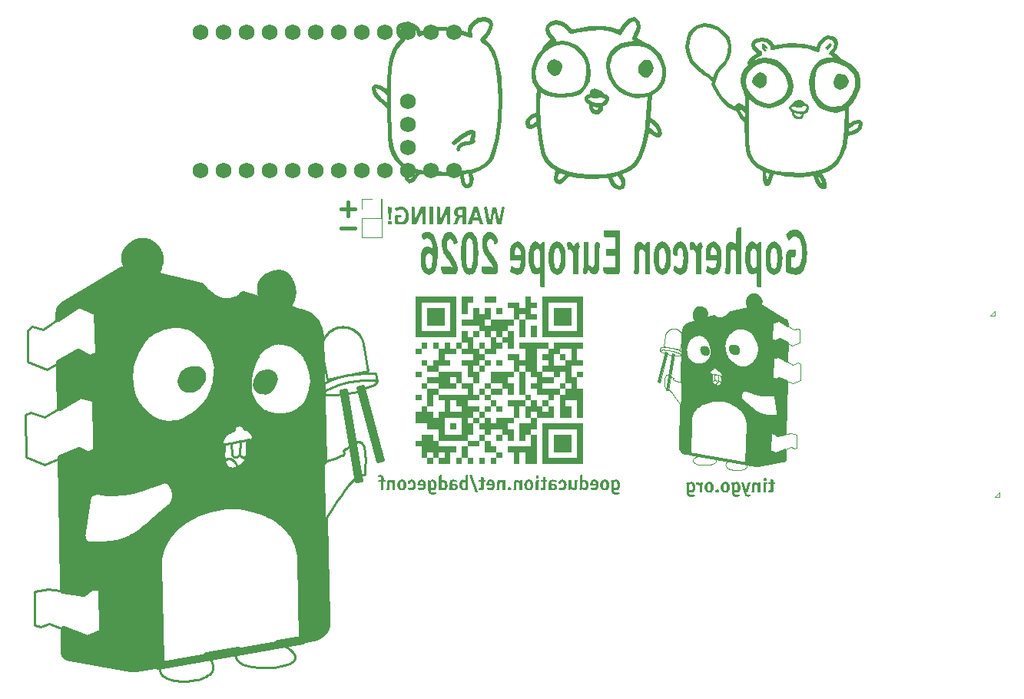
<source format=gbo>
%TF.GenerationSoftware,KiCad,Pcbnew,9.0.7*%
%TF.CreationDate,2026-03-07T10:30:55+01:00*%
%TF.ProjectId,confnicebadge,636f6e66-6e69-4636-9562-616467652e6b,rev?*%
%TF.SameCoordinates,Original*%
%TF.FileFunction,Legend,Bot*%
%TF.FilePolarity,Positive*%
%FSLAX46Y46*%
G04 Gerber Fmt 4.6, Leading zero omitted, Abs format (unit mm)*
G04 Created by KiCad (PCBNEW 9.0.7) date 2026-03-07 10:30:55*
%MOMM*%
%LPD*%
G01*
G04 APERTURE LIST*
%ADD10C,0.000000*%
%ADD11C,0.873000*%
%ADD12C,0.261689*%
%ADD13C,0.109037*%
%ADD14C,0.654224*%
%ADD15C,0.272594*%
%ADD16C,0.349200*%
%ADD17C,0.400000*%
%ADD18C,0.100000*%
%ADD19C,0.375000*%
%ADD20C,0.120000*%
%ADD21C,1.752600*%
G04 APERTURE END LIST*
D10*
G36*
X76073001Y-67818002D02*
G01*
X75438001Y-67818002D01*
X75438001Y-67183001D01*
X76073001Y-67183001D01*
X76073001Y-67818002D01*
G37*
G36*
X74803001Y-60833002D02*
G01*
X74803001Y-61468002D01*
X74803001Y-62103002D01*
X74168001Y-62103002D01*
X73533001Y-62103002D01*
X72898001Y-62103002D01*
X72898001Y-61468002D01*
X72898001Y-60833002D01*
X72898001Y-60198002D01*
X73533001Y-60198002D01*
X74168001Y-60198002D01*
X74803001Y-60198002D01*
X74803001Y-60833002D01*
G37*
D11*
X38165753Y-81964200D02*
X38788986Y-82051219D01*
X39419404Y-82176172D01*
X40049865Y-82340452D01*
X40673224Y-82545449D01*
X41282340Y-82792555D01*
X41579325Y-82932335D01*
X41870070Y-83083163D01*
X42153683Y-83245214D01*
X42429271Y-83418662D01*
X42695941Y-83603682D01*
X42952801Y-83800446D01*
X43198956Y-84009130D01*
X43433516Y-84229906D01*
X43655586Y-84462949D01*
X43864273Y-84708432D01*
X44058686Y-84966531D01*
X44237932Y-85237418D01*
X44401116Y-85521268D01*
X44547347Y-85818254D01*
X44675732Y-86128551D01*
X44785377Y-86452332D01*
X44875391Y-86789772D01*
X44944880Y-87141044D01*
X44992951Y-87506323D01*
X45018711Y-87885781D01*
X45204205Y-96868195D01*
X29276390Y-99620431D01*
X29003296Y-88875916D01*
X29012794Y-88528457D01*
X29044706Y-88184970D01*
X29098454Y-87845896D01*
X29173460Y-87511677D01*
X29269145Y-87182754D01*
X29384931Y-86859566D01*
X29520241Y-86542554D01*
X29674495Y-86232160D01*
X29847116Y-85928823D01*
X30037526Y-85632986D01*
X30245147Y-85345087D01*
X30469399Y-85065569D01*
X30709706Y-84794872D01*
X30965488Y-84533436D01*
X31521169Y-84040111D01*
X32131815Y-83589122D01*
X32792801Y-83183992D01*
X33499502Y-82828249D01*
X34247293Y-82525417D01*
X35031549Y-82279023D01*
X35847643Y-82092593D01*
X36690951Y-81969651D01*
X37121364Y-81933090D01*
X37556847Y-81913724D01*
X38165753Y-81964200D01*
D10*
G36*
X58928003Y-66548002D02*
G01*
X58293002Y-66548002D01*
X58293002Y-65913002D01*
X58928003Y-65913002D01*
X58928003Y-66548002D01*
G37*
D12*
X94918745Y-58671467D02*
X94939628Y-58671485D01*
X94960001Y-58672228D01*
X94999287Y-58675781D01*
X95036752Y-58681919D01*
X95072541Y-58690431D01*
X95106802Y-58701110D01*
X95139683Y-58713744D01*
X95171331Y-58728127D01*
X95201893Y-58744049D01*
X95231517Y-58761300D01*
X95260348Y-58779672D01*
X95288536Y-58798956D01*
X95316227Y-58818942D01*
X95424967Y-58901737D01*
X95462223Y-58936303D01*
X95496482Y-58970638D01*
X95527831Y-59004748D01*
X95556351Y-59038640D01*
X95582127Y-59072319D01*
X95605243Y-59105793D01*
X95625783Y-59139068D01*
X95643830Y-59172151D01*
X95659468Y-59205048D01*
X95672782Y-59237765D01*
X95683854Y-59270309D01*
X95692769Y-59302687D01*
X95699611Y-59334905D01*
X95704463Y-59366970D01*
X95707409Y-59398888D01*
X95708534Y-59430666D01*
X95707920Y-59462310D01*
X95705651Y-59493826D01*
X95701813Y-59525222D01*
X95696487Y-59556504D01*
X95681711Y-59618750D01*
X95661995Y-59680618D01*
X95638008Y-59742159D01*
X95610421Y-59803426D01*
X95579905Y-59864470D01*
X95547131Y-59925344D01*
X95571715Y-59923219D01*
X95595687Y-59921655D01*
X95619049Y-59920671D01*
X95641800Y-59920284D01*
X95663940Y-59920513D01*
X95685471Y-59921375D01*
X95706392Y-59922888D01*
X95726704Y-59925070D01*
X95746408Y-59927938D01*
X95765503Y-59931512D01*
X95783990Y-59935808D01*
X95801869Y-59940844D01*
X95819141Y-59946639D01*
X95835807Y-59953210D01*
X95851865Y-59960575D01*
X95867318Y-59968752D01*
X95867318Y-59965432D01*
X98326496Y-61429941D01*
X98351335Y-61447658D01*
X98374617Y-61465375D01*
X98396394Y-61483092D01*
X98416721Y-61500810D01*
X98435652Y-61518528D01*
X98453240Y-61536246D01*
X98469538Y-61553964D01*
X98484600Y-61571683D01*
X98498481Y-61589402D01*
X98511233Y-61607121D01*
X98522910Y-61624840D01*
X98533566Y-61642560D01*
X98543255Y-61660279D01*
X98552030Y-61677999D01*
X98567052Y-61713438D01*
X98579063Y-61748877D01*
X98588490Y-61784317D01*
X98595765Y-61819755D01*
X98601314Y-61855193D01*
X98605569Y-61890630D01*
X98608957Y-61926067D01*
X98614851Y-61996935D01*
X98612971Y-62110416D01*
X97719795Y-61509522D01*
X96923978Y-61827849D01*
X96866721Y-63683240D01*
X97232591Y-63845711D01*
X97745841Y-63550329D01*
X98580726Y-64023478D01*
X98546618Y-66041959D01*
X97629878Y-65497083D01*
X96995911Y-65674643D01*
X96945683Y-67931043D01*
X97311346Y-68093514D01*
X97705120Y-67903551D01*
X98509618Y-68228080D01*
X98410606Y-74102865D01*
X97508335Y-74218413D01*
X97163757Y-73972228D01*
X96720579Y-73951973D01*
X96700527Y-75923534D01*
X97317130Y-76185222D01*
X98382078Y-75794960D01*
X98366161Y-76736919D01*
X98367079Y-76767216D01*
X98366348Y-76796687D01*
X98363761Y-76825231D01*
X98359115Y-76852744D01*
X98355954Y-76866082D01*
X98352202Y-76879125D01*
X98347832Y-76891858D01*
X98342819Y-76904269D01*
X98337136Y-76916346D01*
X98330759Y-76928076D01*
X98323661Y-76939445D01*
X98315817Y-76950441D01*
X98307202Y-76961051D01*
X98297789Y-76971263D01*
X98287552Y-76981063D01*
X98276467Y-76990438D01*
X98264507Y-76999376D01*
X98251647Y-77007864D01*
X98237861Y-77015889D01*
X98223123Y-77023439D01*
X98207409Y-77030499D01*
X98190691Y-77037059D01*
X98172945Y-77043104D01*
X98154144Y-77048622D01*
X98134264Y-77053600D01*
X98113278Y-77058025D01*
X98091160Y-77061885D01*
X98067886Y-77065166D01*
X95428254Y-77554851D01*
X95428461Y-77548855D01*
X95413412Y-77550460D01*
X95398122Y-77551723D01*
X95366811Y-77553262D01*
X95334516Y-77553545D01*
X95301227Y-77552647D01*
X95266931Y-77550642D01*
X95231616Y-77547604D01*
X95195271Y-77543607D01*
X95157883Y-77538726D01*
X94133036Y-77361577D01*
X94128770Y-77344958D01*
X94123823Y-77327910D01*
X94118222Y-77310497D01*
X94111995Y-77292783D01*
X94105168Y-77274832D01*
X94097768Y-77256707D01*
X94089823Y-77238473D01*
X94081359Y-77220192D01*
X94188847Y-72987273D01*
X94185047Y-72848289D01*
X94172283Y-72710894D01*
X94150784Y-72575264D01*
X94120782Y-72441575D01*
X94082508Y-72310004D01*
X94036194Y-72180727D01*
X93982071Y-72053921D01*
X93920371Y-71929761D01*
X93851323Y-71808424D01*
X93775160Y-71690086D01*
X93692113Y-71574924D01*
X93602413Y-71463113D01*
X93506292Y-71354831D01*
X93403980Y-71250254D01*
X93295709Y-71149557D01*
X93181711Y-71052917D01*
X93062215Y-70960511D01*
X92937455Y-70872515D01*
X92807660Y-70789105D01*
X92673063Y-70710457D01*
X92533894Y-70636747D01*
X92390385Y-70568153D01*
X92242767Y-70504851D01*
X92091271Y-70447015D01*
X91936128Y-70394824D01*
X91777570Y-70348453D01*
X91615829Y-70308079D01*
X91451134Y-70273878D01*
X91283718Y-70246025D01*
X91113812Y-70224699D01*
X90941647Y-70210074D01*
X90767454Y-70202327D01*
X90523893Y-70222519D01*
X90274603Y-70257329D01*
X90022442Y-70307314D01*
X89770266Y-70373030D01*
X89520931Y-70455035D01*
X89277295Y-70553884D01*
X89042214Y-70670133D01*
X88818545Y-70804340D01*
X88711882Y-70878352D01*
X88609144Y-70957061D01*
X88510688Y-71040537D01*
X88416869Y-71128851D01*
X88328047Y-71222072D01*
X88244576Y-71320268D01*
X88166816Y-71423511D01*
X88095123Y-71531868D01*
X88029853Y-71645411D01*
X87971364Y-71764207D01*
X87920014Y-71888328D01*
X87876158Y-72017842D01*
X87840155Y-72152820D01*
X87812361Y-72293329D01*
X87793134Y-72439441D01*
X87782830Y-72591225D01*
X87708623Y-76184185D01*
X88934180Y-76395852D01*
X88920699Y-76402242D01*
X88907748Y-76408570D01*
X88882920Y-76421102D01*
X88858659Y-76433566D01*
X88833929Y-76446080D01*
X87506049Y-76216637D01*
X87451019Y-76207753D01*
X87398183Y-76197153D01*
X87347528Y-76184880D01*
X87299042Y-76170976D01*
X87252713Y-76155481D01*
X87208531Y-76138438D01*
X87166483Y-76119888D01*
X87126557Y-76099873D01*
X87088742Y-76078435D01*
X87053026Y-76055615D01*
X87019397Y-76031456D01*
X86987843Y-76005997D01*
X86958353Y-75979282D01*
X86930915Y-75951352D01*
X86905517Y-75922248D01*
X86882148Y-75892013D01*
X86860795Y-75860687D01*
X86841447Y-75828313D01*
X86824093Y-75794933D01*
X86808720Y-75760587D01*
X86795316Y-75725317D01*
X86783870Y-75689166D01*
X86774371Y-75652175D01*
X86766806Y-75614385D01*
X86761164Y-75575838D01*
X86757433Y-75536577D01*
X86755601Y-75496641D01*
X86755656Y-75456074D01*
X86757587Y-75414917D01*
X86761382Y-75373211D01*
X86767029Y-75330998D01*
X86774517Y-75288320D01*
X86862183Y-70979966D01*
X86958301Y-71137269D01*
X86985440Y-69903928D01*
X93472743Y-69903928D01*
X93475125Y-69970608D01*
X93482113Y-70035564D01*
X93493619Y-70098082D01*
X93509557Y-70157447D01*
X93529838Y-70212945D01*
X93554377Y-70263863D01*
X93568216Y-70287381D01*
X93583086Y-70309485D01*
X93598977Y-70330088D01*
X93615878Y-70349099D01*
X94176812Y-70819349D01*
X94626289Y-71201038D01*
X94821790Y-71361132D01*
X95004499Y-71502038D01*
X95179439Y-71624739D01*
X95265566Y-71679571D01*
X95351634Y-71730220D01*
X95438272Y-71776810D01*
X95526108Y-71819464D01*
X95615769Y-71858305D01*
X95707884Y-71893456D01*
X95803080Y-71925039D01*
X95901986Y-71953179D01*
X96005230Y-71977997D01*
X96113439Y-71999616D01*
X96227241Y-72018161D01*
X96347266Y-72033753D01*
X96608490Y-72056573D01*
X96902136Y-72069060D01*
X97233228Y-72072197D01*
X97251797Y-72070125D01*
X97269816Y-72067449D01*
X97287286Y-72064168D01*
X97304205Y-72060282D01*
X97320576Y-72055793D01*
X97336396Y-72050699D01*
X97351667Y-72045001D01*
X97366388Y-72038698D01*
X97380560Y-72031791D01*
X97394182Y-72024280D01*
X97407254Y-72016165D01*
X97419777Y-72007445D01*
X97431750Y-71998120D01*
X97443174Y-71988192D01*
X97454049Y-71977659D01*
X97464374Y-71966521D01*
X97474149Y-71954779D01*
X97483376Y-71942433D01*
X97492052Y-71929482D01*
X97500180Y-71915927D01*
X97507758Y-71901768D01*
X97514786Y-71887004D01*
X97521265Y-71871636D01*
X97527195Y-71855663D01*
X97532576Y-71839086D01*
X97537408Y-71821904D01*
X97541690Y-71804118D01*
X97545423Y-71785727D01*
X97548606Y-71766733D01*
X97551241Y-71747133D01*
X97554862Y-71706121D01*
X97282218Y-69913982D01*
X97276368Y-69902967D01*
X97270133Y-69892282D01*
X97263513Y-69881926D01*
X97256508Y-69871901D01*
X97249117Y-69862205D01*
X97241342Y-69852839D01*
X97233181Y-69843803D01*
X97224636Y-69835097D01*
X97215705Y-69826721D01*
X97206389Y-69818675D01*
X97196689Y-69810958D01*
X97186604Y-69803571D01*
X97176134Y-69796514D01*
X97165279Y-69789786D01*
X97154040Y-69783388D01*
X97142416Y-69777320D01*
X97130407Y-69771581D01*
X97118014Y-69766173D01*
X97105236Y-69761093D01*
X97092074Y-69756344D01*
X97078527Y-69751924D01*
X97064596Y-69747833D01*
X97050280Y-69744073D01*
X97035581Y-69740641D01*
X97020497Y-69737539D01*
X97005028Y-69734767D01*
X96989176Y-69732324D01*
X96972939Y-69730211D01*
X96939314Y-69726973D01*
X96904153Y-69725052D01*
X96690136Y-69759298D01*
X96480941Y-69779995D01*
X96276353Y-69788151D01*
X96076153Y-69784773D01*
X95880128Y-69770868D01*
X95688060Y-69747442D01*
X95499734Y-69715505D01*
X95314933Y-69676062D01*
X95133442Y-69630120D01*
X94955044Y-69578688D01*
X94606663Y-69463378D01*
X94268062Y-69338190D01*
X93937513Y-69211182D01*
X93937513Y-69211184D01*
X93913264Y-69217192D01*
X93890860Y-69222290D01*
X93850582Y-69231156D01*
X93832203Y-69235624D01*
X93814663Y-69240583D01*
X93797709Y-69246381D01*
X93781088Y-69253369D01*
X93772825Y-69257419D01*
X93764551Y-69261898D01*
X93756234Y-69266849D01*
X93747843Y-69272316D01*
X93739348Y-69278343D01*
X93730715Y-69284975D01*
X93721914Y-69292253D01*
X93712913Y-69300223D01*
X93703681Y-69308928D01*
X93694186Y-69318412D01*
X93674281Y-69339890D01*
X93652948Y-69365009D01*
X93629934Y-69394118D01*
X93610467Y-69420956D01*
X93592337Y-69448881D01*
X93575532Y-69477803D01*
X93560042Y-69507633D01*
X93532962Y-69569660D01*
X93511010Y-69634249D01*
X93494100Y-69700684D01*
X93482143Y-69768251D01*
X93475053Y-69836237D01*
X93472743Y-69903928D01*
X86985440Y-69903928D01*
X87017832Y-68431904D01*
X86994881Y-68424787D01*
X86967874Y-68416863D01*
X86914686Y-68401520D01*
X86936435Y-67334476D01*
X89952659Y-67334476D01*
X89953538Y-67352050D01*
X89955389Y-67369424D01*
X89958185Y-67386554D01*
X89961903Y-67403393D01*
X89966518Y-67419896D01*
X89972005Y-67436017D01*
X89978340Y-67451711D01*
X89985498Y-67466932D01*
X89993454Y-67481635D01*
X90002183Y-67495775D01*
X90011662Y-67509305D01*
X90021865Y-67522180D01*
X90032768Y-67534355D01*
X90044346Y-67545784D01*
X90056574Y-67556421D01*
X90069428Y-67566222D01*
X90229832Y-67511239D01*
X90234792Y-68093529D01*
X90233279Y-68125492D01*
X90233243Y-68156553D01*
X90234650Y-68186733D01*
X90237467Y-68216052D01*
X90241662Y-68244530D01*
X90247202Y-68272186D01*
X90254054Y-68299042D01*
X90262184Y-68325118D01*
X90271560Y-68350432D01*
X90282148Y-68375006D01*
X90293917Y-68398859D01*
X90306833Y-68422011D01*
X90320862Y-68444483D01*
X90335973Y-68466295D01*
X90352132Y-68487466D01*
X90369306Y-68508017D01*
X90387462Y-68527967D01*
X90406568Y-68547338D01*
X90447496Y-68584418D01*
X90491825Y-68619418D01*
X90539293Y-68652499D01*
X90589636Y-68683821D01*
X90642590Y-68713544D01*
X90697891Y-68741830D01*
X90755277Y-68768837D01*
X90761216Y-68770223D01*
X90767025Y-68771494D01*
X90778634Y-68774006D01*
X90794234Y-68779713D01*
X90809766Y-68784743D01*
X90825225Y-68789112D01*
X90840602Y-68792835D01*
X90855892Y-68795927D01*
X90871087Y-68798403D01*
X90886180Y-68800278D01*
X90901166Y-68801567D01*
X90916037Y-68802286D01*
X90930786Y-68802449D01*
X90945406Y-68802072D01*
X90959892Y-68801169D01*
X90974235Y-68799756D01*
X90988430Y-68797849D01*
X91002469Y-68795461D01*
X91016346Y-68792609D01*
X91042427Y-68788982D01*
X91067376Y-68784023D01*
X91091213Y-68777756D01*
X91113959Y-68770206D01*
X91135636Y-68761399D01*
X91156264Y-68751359D01*
X91175864Y-68740111D01*
X91194457Y-68727679D01*
X91212063Y-68714088D01*
X91228705Y-68699363D01*
X91244402Y-68683530D01*
X91259176Y-68666612D01*
X91273047Y-68648634D01*
X91286037Y-68629622D01*
X91298166Y-68609599D01*
X91309455Y-68588591D01*
X91316637Y-68577600D01*
X91323370Y-68566583D01*
X91329647Y-68555560D01*
X91335456Y-68544552D01*
X91340791Y-68533579D01*
X91345641Y-68522663D01*
X91349997Y-68511824D01*
X91353850Y-68501083D01*
X91357191Y-68490460D01*
X91360010Y-68479976D01*
X91362300Y-68469653D01*
X91364050Y-68459510D01*
X91365251Y-68449569D01*
X91365895Y-68439849D01*
X91365971Y-68430373D01*
X91365472Y-68421160D01*
X91372141Y-68386100D01*
X91377781Y-68349830D01*
X91382433Y-68312396D01*
X91386135Y-68273846D01*
X91388929Y-68234226D01*
X91390853Y-68193583D01*
X91392253Y-68109421D01*
X91390653Y-68021734D01*
X91386374Y-67930902D01*
X91379734Y-67837299D01*
X91371052Y-67741304D01*
X91382136Y-67741261D01*
X91393110Y-67740371D01*
X91403897Y-67738606D01*
X91414424Y-67735938D01*
X91424615Y-67732340D01*
X91434397Y-67727785D01*
X91443694Y-67722244D01*
X91452432Y-67715690D01*
X91460537Y-67708096D01*
X91467932Y-67699434D01*
X91474545Y-67689676D01*
X91480301Y-67678795D01*
X91485124Y-67666764D01*
X91488940Y-67653553D01*
X91491674Y-67639137D01*
X91493252Y-67623487D01*
X91493600Y-67606575D01*
X91492642Y-67588375D01*
X91490303Y-67568859D01*
X91486510Y-67547998D01*
X91481188Y-67525766D01*
X91474262Y-67502134D01*
X91465657Y-67477075D01*
X91455299Y-67450562D01*
X91443112Y-67422567D01*
X91429024Y-67393063D01*
X91412958Y-67362021D01*
X91394840Y-67329414D01*
X91374596Y-67295214D01*
X91352150Y-67259395D01*
X91327429Y-67221928D01*
X91300358Y-67182786D01*
X91201588Y-67115880D01*
X91155405Y-67085506D01*
X91110837Y-67057317D01*
X91067492Y-67031416D01*
X91024981Y-67007900D01*
X91003916Y-66997069D01*
X90982913Y-66986872D01*
X90961923Y-66977322D01*
X90940897Y-66968432D01*
X90941077Y-66962087D01*
X90940964Y-66955485D01*
X90940543Y-66948614D01*
X90939802Y-66941463D01*
X90938727Y-66934022D01*
X90937304Y-66926278D01*
X90935520Y-66918220D01*
X90933362Y-66909838D01*
X90930816Y-66901119D01*
X90927868Y-66892053D01*
X90924506Y-66882628D01*
X90920716Y-66872834D01*
X90916483Y-66862658D01*
X90911796Y-66852090D01*
X90906640Y-66841119D01*
X90901002Y-66829732D01*
X90889570Y-66818614D01*
X90876906Y-66807720D01*
X90863092Y-66797115D01*
X90848212Y-66786863D01*
X90832350Y-66777027D01*
X90815589Y-66767672D01*
X90798014Y-66758861D01*
X90779708Y-66750658D01*
X90760755Y-66743127D01*
X90741238Y-66736332D01*
X90721241Y-66730337D01*
X90700848Y-66725206D01*
X90680143Y-66721002D01*
X90659209Y-66717790D01*
X90638129Y-66715634D01*
X90616988Y-66714597D01*
X90616991Y-66714592D01*
X90602534Y-66714558D01*
X90588111Y-66715098D01*
X90573752Y-66716234D01*
X90559482Y-66717987D01*
X90545329Y-66720376D01*
X90531321Y-66723422D01*
X90517483Y-66727147D01*
X90503844Y-66731570D01*
X90490430Y-66736713D01*
X90477269Y-66742595D01*
X90464387Y-66749239D01*
X90451812Y-66756663D01*
X90439570Y-66764890D01*
X90427689Y-66773939D01*
X90416196Y-66783832D01*
X90405119Y-66794588D01*
X90402560Y-66799450D01*
X90398391Y-66803652D01*
X90392733Y-66807236D01*
X90385706Y-66810246D01*
X90377428Y-66812722D01*
X90368020Y-66814706D01*
X90346293Y-66817370D01*
X90321482Y-66818572D01*
X90294546Y-66818648D01*
X90238130Y-66816770D01*
X90184711Y-66814423D01*
X90161520Y-66813913D01*
X90141953Y-66814294D01*
X90126968Y-66815903D01*
X90121493Y-66817272D01*
X90117523Y-66819074D01*
X90115177Y-66821350D01*
X90114576Y-66824144D01*
X90115838Y-66827496D01*
X90119085Y-66831449D01*
X90110439Y-66833884D01*
X90103521Y-66836786D01*
X90098207Y-66840139D01*
X90094376Y-66843927D01*
X90091904Y-66848136D01*
X90090669Y-66852748D01*
X90090548Y-66857749D01*
X90091419Y-66863123D01*
X90093158Y-66868854D01*
X90095644Y-66874926D01*
X90102362Y-66888034D01*
X90119351Y-66917660D01*
X90127659Y-66933929D01*
X90131337Y-66942373D01*
X90134534Y-66951001D01*
X90137127Y-66959800D01*
X90138994Y-66968752D01*
X90140012Y-66977843D01*
X90140059Y-66987057D01*
X90139010Y-66996378D01*
X90136745Y-67005790D01*
X90133139Y-67015278D01*
X90128072Y-67024826D01*
X90121418Y-67034419D01*
X90113057Y-67044040D01*
X90102866Y-67053675D01*
X90090720Y-67063308D01*
X90072716Y-67077882D01*
X90056077Y-67092985D01*
X90040778Y-67108572D01*
X90026795Y-67124597D01*
X90014103Y-67141014D01*
X90002677Y-67157777D01*
X89992494Y-67174843D01*
X89983527Y-67192164D01*
X89975754Y-67209695D01*
X89969148Y-67227391D01*
X89963685Y-67245206D01*
X89959341Y-67263095D01*
X89956091Y-67281011D01*
X89953910Y-67298911D01*
X89952775Y-67316747D01*
X89952659Y-67334476D01*
X86936435Y-67334476D01*
X86987249Y-64841424D01*
X87385974Y-64841424D01*
X87411686Y-65052886D01*
X87426810Y-65158014D01*
X87445039Y-65262316D01*
X87467567Y-65365473D01*
X87495589Y-65467166D01*
X87530299Y-65567075D01*
X87572892Y-65664883D01*
X87597518Y-65712899D01*
X87624562Y-65760270D01*
X87654175Y-65806956D01*
X87686504Y-65852918D01*
X87721700Y-65898115D01*
X87759912Y-65942507D01*
X87801289Y-65986056D01*
X87845980Y-66028720D01*
X87894135Y-66070460D01*
X87945904Y-66111237D01*
X88001434Y-66151010D01*
X88060876Y-66189739D01*
X88124380Y-66227385D01*
X88192093Y-66263908D01*
X88264166Y-66299268D01*
X88340748Y-66333425D01*
X88503646Y-66369737D01*
X88661276Y-66393946D01*
X88813417Y-66406008D01*
X88959847Y-66405882D01*
X89030851Y-66401235D01*
X89100344Y-66393524D01*
X89168298Y-66382746D01*
X89234685Y-66368893D01*
X89299478Y-66351962D01*
X89362650Y-66331946D01*
X89424171Y-66308841D01*
X89484016Y-66282640D01*
X89542155Y-66253339D01*
X89598561Y-66220933D01*
X89653207Y-66185416D01*
X89706064Y-66146782D01*
X89757105Y-66105027D01*
X89806302Y-66060146D01*
X89853628Y-66012132D01*
X89899055Y-65960980D01*
X89942554Y-65906686D01*
X89984099Y-65849244D01*
X90023661Y-65788648D01*
X90061213Y-65724894D01*
X90096727Y-65657975D01*
X90130176Y-65587887D01*
X90161531Y-65514625D01*
X90190765Y-65438183D01*
X90203777Y-65300761D01*
X90212801Y-65171669D01*
X90217678Y-65049816D01*
X90218253Y-64934110D01*
X90214369Y-64823461D01*
X90205869Y-64716778D01*
X90192597Y-64612970D01*
X90174396Y-64510945D01*
X90151109Y-64409614D01*
X90122579Y-64307885D01*
X90095276Y-64224822D01*
X91622822Y-64224822D01*
X91628713Y-64407857D01*
X91640965Y-64585184D01*
X91660640Y-64757060D01*
X91688798Y-64923739D01*
X91726501Y-65085478D01*
X91774813Y-65242535D01*
X91834793Y-65395163D01*
X91907505Y-65543621D01*
X91948967Y-65616366D01*
X91994009Y-65688164D01*
X92042766Y-65759047D01*
X92095368Y-65829047D01*
X92151950Y-65898197D01*
X92212644Y-65966528D01*
X92277582Y-66034073D01*
X92346897Y-66100863D01*
X92420723Y-66166930D01*
X92499191Y-66232307D01*
X92670586Y-66361117D01*
X92862145Y-66487549D01*
X93074929Y-66611860D01*
X93217554Y-66659128D01*
X93362324Y-66695715D01*
X93508683Y-66720713D01*
X93656074Y-66733211D01*
X93729983Y-66734490D01*
X93803941Y-66732303D01*
X93877879Y-66726537D01*
X93951728Y-66717078D01*
X94025417Y-66703813D01*
X94098878Y-66686628D01*
X94172041Y-66665409D01*
X94244836Y-66640044D01*
X94317194Y-66610418D01*
X94389045Y-66576418D01*
X94460319Y-66537929D01*
X94530948Y-66494840D01*
X94600861Y-66447035D01*
X94669990Y-66394402D01*
X94738264Y-66336827D01*
X94805614Y-66274195D01*
X94871970Y-66206395D01*
X94937263Y-66133311D01*
X95001424Y-66054831D01*
X95064382Y-65970840D01*
X95126069Y-65881226D01*
X95186415Y-65785874D01*
X95245349Y-65684672D01*
X95302804Y-65577504D01*
X95353129Y-65402865D01*
X95394729Y-65232002D01*
X95426972Y-65064196D01*
X95449222Y-64898723D01*
X95460845Y-64734862D01*
X95461209Y-64571892D01*
X95449678Y-64409092D01*
X95425619Y-64245740D01*
X95388398Y-64081113D01*
X95337380Y-63914492D01*
X95271932Y-63745153D01*
X95191419Y-63572376D01*
X95095208Y-63395439D01*
X94982665Y-63213621D01*
X94853155Y-63026199D01*
X94706045Y-62832453D01*
X94633737Y-62781501D01*
X94560795Y-62733092D01*
X94487195Y-62687318D01*
X94412914Y-62644270D01*
X94337928Y-62604041D01*
X94262216Y-62566722D01*
X94185753Y-62532405D01*
X94108517Y-62501181D01*
X94030485Y-62473143D01*
X93951633Y-62448382D01*
X93871939Y-62426989D01*
X93791379Y-62409058D01*
X93709930Y-62394678D01*
X93627570Y-62383943D01*
X93544275Y-62376944D01*
X93460023Y-62373772D01*
X93382578Y-62374296D01*
X93304305Y-62378132D01*
X93225187Y-62385347D01*
X93145208Y-62396008D01*
X93064350Y-62410181D01*
X92982597Y-62427932D01*
X92899933Y-62449329D01*
X92816341Y-62474437D01*
X92686642Y-62556289D01*
X92564066Y-62641701D01*
X92448661Y-62730697D01*
X92340477Y-62823301D01*
X92239560Y-62919537D01*
X92145958Y-63019431D01*
X92059720Y-63123005D01*
X91980893Y-63230284D01*
X91909525Y-63341293D01*
X91845663Y-63456056D01*
X91789357Y-63574597D01*
X91740653Y-63696940D01*
X91699600Y-63823110D01*
X91666245Y-63953131D01*
X91640636Y-64087027D01*
X91622822Y-64224822D01*
X90095276Y-64224822D01*
X90088651Y-64204666D01*
X90049167Y-64098868D01*
X90003971Y-63989400D01*
X89952906Y-63875169D01*
X89895816Y-63755086D01*
X89832543Y-63628060D01*
X89763403Y-63554883D01*
X89696101Y-63488249D01*
X89630557Y-63427906D01*
X89566686Y-63373599D01*
X89504408Y-63325077D01*
X89443639Y-63282087D01*
X89384299Y-63244375D01*
X89326304Y-63211688D01*
X89269572Y-63183773D01*
X89214021Y-63160379D01*
X89159570Y-63141250D01*
X89106135Y-63126136D01*
X89053635Y-63114781D01*
X89001988Y-63106935D01*
X88951110Y-63102343D01*
X88900921Y-63100753D01*
X88900921Y-63100756D01*
X88862307Y-63101431D01*
X88824022Y-63103649D01*
X88786025Y-63107291D01*
X88748278Y-63112237D01*
X88710744Y-63118370D01*
X88673383Y-63125570D01*
X88636158Y-63133718D01*
X88599029Y-63142697D01*
X88524906Y-63162669D01*
X88450708Y-63184535D01*
X88300854Y-63230153D01*
X88250882Y-63256752D01*
X88202252Y-63284841D01*
X88154966Y-63314423D01*
X88109030Y-63345503D01*
X88064446Y-63378086D01*
X88021219Y-63412175D01*
X87979352Y-63447775D01*
X87938849Y-63484890D01*
X87899714Y-63523525D01*
X87861951Y-63563684D01*
X87825563Y-63605371D01*
X87790555Y-63648590D01*
X87756931Y-63693346D01*
X87724693Y-63739643D01*
X87693846Y-63787486D01*
X87664394Y-63836878D01*
X87636341Y-63887824D01*
X87609690Y-63940329D01*
X87584445Y-63994396D01*
X87560611Y-64050030D01*
X87538190Y-64107235D01*
X87517187Y-64166016D01*
X87497606Y-64226376D01*
X87479450Y-64288321D01*
X87462723Y-64351854D01*
X87447429Y-64416980D01*
X87433572Y-64483703D01*
X87421156Y-64552027D01*
X87400661Y-64693497D01*
X87385974Y-64841424D01*
X86987249Y-64841424D01*
X87027753Y-62854157D01*
X87051920Y-62780221D01*
X87072751Y-62705617D01*
X87111339Y-62555789D01*
X87132559Y-62481259D01*
X87157372Y-62407447D01*
X87187510Y-62334700D01*
X87205118Y-62298834D01*
X87224706Y-62263364D01*
X87246492Y-62228333D01*
X87270691Y-62193786D01*
X87297521Y-62159764D01*
X87327198Y-62126312D01*
X87359938Y-62093472D01*
X87395958Y-62061289D01*
X87435475Y-62029805D01*
X87478704Y-61999064D01*
X87525862Y-61969109D01*
X87577167Y-61939984D01*
X87632834Y-61911731D01*
X87693079Y-61884394D01*
X87758120Y-61858017D01*
X87828173Y-61832642D01*
X87903454Y-61808313D01*
X87984180Y-61785074D01*
X88466012Y-61637279D01*
X88446183Y-61573467D01*
X88423902Y-61511187D01*
X88375812Y-61388828D01*
X88351916Y-61327554D01*
X88329396Y-61265420D01*
X88309208Y-61201829D01*
X88292309Y-61136181D01*
X88285393Y-61102400D01*
X88279657Y-61067880D01*
X88275222Y-61032548D01*
X88272207Y-60996328D01*
X88270733Y-60959146D01*
X88270918Y-60920927D01*
X88272882Y-60881596D01*
X88276745Y-60841078D01*
X88282626Y-60799299D01*
X88290645Y-60756185D01*
X88300922Y-60711660D01*
X88313576Y-60665649D01*
X88328727Y-60618078D01*
X88346495Y-60568872D01*
X88366998Y-60517957D01*
X88390357Y-60465258D01*
X88411052Y-60425946D01*
X88432661Y-60387977D01*
X88455293Y-60351509D01*
X88479054Y-60316701D01*
X88504054Y-60283711D01*
X88530400Y-60252698D01*
X88558199Y-60223820D01*
X88587560Y-60197236D01*
X88602860Y-60184853D01*
X88618591Y-60173104D01*
X88634766Y-60162007D01*
X88651400Y-60151583D01*
X88668504Y-60141851D01*
X88686093Y-60132831D01*
X88704181Y-60124543D01*
X88722780Y-60117007D01*
X88741905Y-60110243D01*
X88761569Y-60104270D01*
X88781784Y-60099108D01*
X88802566Y-60094777D01*
X88823927Y-60091297D01*
X88845880Y-60088687D01*
X88868440Y-60086968D01*
X88891619Y-60086159D01*
X88916582Y-60086312D01*
X88942257Y-60087507D01*
X88968658Y-60089766D01*
X88995802Y-60093113D01*
X89023703Y-60097571D01*
X89052378Y-60103163D01*
X89081840Y-60109911D01*
X89112107Y-60117840D01*
X89143193Y-60126971D01*
X89175113Y-60137329D01*
X89207884Y-60148935D01*
X89241520Y-60161814D01*
X89276037Y-60175988D01*
X89311450Y-60191481D01*
X89347774Y-60208314D01*
X89385026Y-60226513D01*
X89423672Y-60249706D01*
X89459560Y-60273767D01*
X89492761Y-60298670D01*
X89523350Y-60324395D01*
X89551399Y-60350916D01*
X89576982Y-60378213D01*
X89600172Y-60406260D01*
X89621041Y-60435037D01*
X89639663Y-60464518D01*
X89656111Y-60494683D01*
X89670458Y-60525507D01*
X89682778Y-60556967D01*
X89693142Y-60589041D01*
X89701626Y-60621705D01*
X89708300Y-60654937D01*
X89713239Y-60688714D01*
X89716516Y-60723012D01*
X89718204Y-60757808D01*
X89718376Y-60793081D01*
X89717105Y-60828805D01*
X89710526Y-60901521D01*
X89699053Y-60975770D01*
X89683271Y-61051370D01*
X89663764Y-61128136D01*
X89641117Y-61205885D01*
X89615916Y-61284432D01*
X90459895Y-61025637D01*
X90506230Y-61070283D01*
X90554024Y-61111648D01*
X90603205Y-61149693D01*
X90653703Y-61184380D01*
X90705449Y-61215667D01*
X90758370Y-61243516D01*
X90812398Y-61267888D01*
X90867460Y-61288743D01*
X90923489Y-61306041D01*
X90980411Y-61319744D01*
X91038158Y-61329811D01*
X91096659Y-61336203D01*
X91155843Y-61338882D01*
X91215640Y-61337807D01*
X91275980Y-61332938D01*
X91336791Y-61324238D01*
X91398005Y-61311666D01*
X91459550Y-61295182D01*
X91521355Y-61274748D01*
X91583351Y-61250323D01*
X91645468Y-61221870D01*
X91707633Y-61189347D01*
X91769778Y-61152716D01*
X91831832Y-61111937D01*
X91893724Y-61066971D01*
X91955384Y-61017778D01*
X92016741Y-60964319D01*
X92077726Y-60906555D01*
X92138267Y-60844446D01*
X92198294Y-60777952D01*
X92257737Y-60707035D01*
X92316526Y-60631655D01*
X94316404Y-60189306D01*
X94195214Y-59863537D01*
X94168033Y-59781691D01*
X94145077Y-59699301D01*
X94127836Y-59616173D01*
X94121823Y-59574272D01*
X94117798Y-59532115D01*
X94115947Y-59489678D01*
X94116455Y-59446936D01*
X94119508Y-59403866D01*
X94125294Y-59360443D01*
X94133997Y-59316644D01*
X94145804Y-59272444D01*
X94160902Y-59227820D01*
X94179477Y-59182747D01*
X94201714Y-59137201D01*
X94227800Y-59091160D01*
X94257921Y-59044597D01*
X94292263Y-58997490D01*
X94331013Y-58949815D01*
X94374356Y-58901546D01*
X94422478Y-58852662D01*
X94475567Y-58803136D01*
X94509258Y-58786419D01*
X94542052Y-58770972D01*
X94573969Y-58756767D01*
X94605031Y-58743773D01*
X94635259Y-58731960D01*
X94664673Y-58721299D01*
X94693295Y-58711760D01*
X94721147Y-58703313D01*
X94748248Y-58695928D01*
X94774621Y-58689575D01*
X94800287Y-58684225D01*
X94825267Y-58679847D01*
X94849581Y-58676412D01*
X94873251Y-58673890D01*
X94896299Y-58672251D01*
X94918745Y-58671465D01*
X94918745Y-58671467D01*
G36*
X94918745Y-58671467D02*
G01*
X94939628Y-58671485D01*
X94960001Y-58672228D01*
X94999287Y-58675781D01*
X95036752Y-58681919D01*
X95072541Y-58690431D01*
X95106802Y-58701110D01*
X95139683Y-58713744D01*
X95171331Y-58728127D01*
X95201893Y-58744049D01*
X95231517Y-58761300D01*
X95260348Y-58779672D01*
X95288536Y-58798956D01*
X95316227Y-58818942D01*
X95424967Y-58901737D01*
X95462223Y-58936303D01*
X95496482Y-58970638D01*
X95527831Y-59004748D01*
X95556351Y-59038640D01*
X95582127Y-59072319D01*
X95605243Y-59105793D01*
X95625783Y-59139068D01*
X95643830Y-59172151D01*
X95659468Y-59205048D01*
X95672782Y-59237765D01*
X95683854Y-59270309D01*
X95692769Y-59302687D01*
X95699611Y-59334905D01*
X95704463Y-59366970D01*
X95707409Y-59398888D01*
X95708534Y-59430666D01*
X95707920Y-59462310D01*
X95705651Y-59493826D01*
X95701813Y-59525222D01*
X95696487Y-59556504D01*
X95681711Y-59618750D01*
X95661995Y-59680618D01*
X95638008Y-59742159D01*
X95610421Y-59803426D01*
X95579905Y-59864470D01*
X95547131Y-59925344D01*
X95571715Y-59923219D01*
X95595687Y-59921655D01*
X95619049Y-59920671D01*
X95641800Y-59920284D01*
X95663940Y-59920513D01*
X95685471Y-59921375D01*
X95706392Y-59922888D01*
X95726704Y-59925070D01*
X95746408Y-59927938D01*
X95765503Y-59931512D01*
X95783990Y-59935808D01*
X95801869Y-59940844D01*
X95819141Y-59946639D01*
X95835807Y-59953210D01*
X95851865Y-59960575D01*
X95867318Y-59968752D01*
X95867318Y-59965432D01*
X98326496Y-61429941D01*
X98351335Y-61447658D01*
X98374617Y-61465375D01*
X98396394Y-61483092D01*
X98416721Y-61500810D01*
X98435652Y-61518528D01*
X98453240Y-61536246D01*
X98469538Y-61553964D01*
X98484600Y-61571683D01*
X98498481Y-61589402D01*
X98511233Y-61607121D01*
X98522910Y-61624840D01*
X98533566Y-61642560D01*
X98543255Y-61660279D01*
X98552030Y-61677999D01*
X98567052Y-61713438D01*
X98579063Y-61748877D01*
X98588490Y-61784317D01*
X98595765Y-61819755D01*
X98601314Y-61855193D01*
X98605569Y-61890630D01*
X98608957Y-61926067D01*
X98614851Y-61996935D01*
X98612971Y-62110416D01*
X97719795Y-61509522D01*
X96923978Y-61827849D01*
X96866721Y-63683240D01*
X97232591Y-63845711D01*
X97745841Y-63550329D01*
X98580726Y-64023478D01*
X98546618Y-66041959D01*
X97629878Y-65497083D01*
X96995911Y-65674643D01*
X96945683Y-67931043D01*
X97311346Y-68093514D01*
X97705120Y-67903551D01*
X98509618Y-68228080D01*
X98410606Y-74102865D01*
X97508335Y-74218413D01*
X97163757Y-73972228D01*
X96720579Y-73951973D01*
X96700527Y-75923534D01*
X97317130Y-76185222D01*
X98382078Y-75794960D01*
X98366161Y-76736919D01*
X98367079Y-76767216D01*
X98366348Y-76796687D01*
X98363761Y-76825231D01*
X98359115Y-76852744D01*
X98355954Y-76866082D01*
X98352202Y-76879125D01*
X98347832Y-76891858D01*
X98342819Y-76904269D01*
X98337136Y-76916346D01*
X98330759Y-76928076D01*
X98323661Y-76939445D01*
X98315817Y-76950441D01*
X98307202Y-76961051D01*
X98297789Y-76971263D01*
X98287552Y-76981063D01*
X98276467Y-76990438D01*
X98264507Y-76999376D01*
X98251647Y-77007864D01*
X98237861Y-77015889D01*
X98223123Y-77023439D01*
X98207409Y-77030499D01*
X98190691Y-77037059D01*
X98172945Y-77043104D01*
X98154144Y-77048622D01*
X98134264Y-77053600D01*
X98113278Y-77058025D01*
X98091160Y-77061885D01*
X98067886Y-77065166D01*
X95428254Y-77554851D01*
X95428461Y-77548855D01*
X95413412Y-77550460D01*
X95398122Y-77551723D01*
X95366811Y-77553262D01*
X95334516Y-77553545D01*
X95301227Y-77552647D01*
X95266931Y-77550642D01*
X95231616Y-77547604D01*
X95195271Y-77543607D01*
X95157883Y-77538726D01*
X94133036Y-77361577D01*
X94128770Y-77344958D01*
X94123823Y-77327910D01*
X94118222Y-77310497D01*
X94111995Y-77292783D01*
X94105168Y-77274832D01*
X94097768Y-77256707D01*
X94089823Y-77238473D01*
X94081359Y-77220192D01*
X94188847Y-72987273D01*
X94185047Y-72848289D01*
X94172283Y-72710894D01*
X94150784Y-72575264D01*
X94120782Y-72441575D01*
X94082508Y-72310004D01*
X94036194Y-72180727D01*
X93982071Y-72053921D01*
X93920371Y-71929761D01*
X93851323Y-71808424D01*
X93775160Y-71690086D01*
X93692113Y-71574924D01*
X93602413Y-71463113D01*
X93506292Y-71354831D01*
X93403980Y-71250254D01*
X93295709Y-71149557D01*
X93181711Y-71052917D01*
X93062215Y-70960511D01*
X92937455Y-70872515D01*
X92807660Y-70789105D01*
X92673063Y-70710457D01*
X92533894Y-70636747D01*
X92390385Y-70568153D01*
X92242767Y-70504851D01*
X92091271Y-70447015D01*
X91936128Y-70394824D01*
X91777570Y-70348453D01*
X91615829Y-70308079D01*
X91451134Y-70273878D01*
X91283718Y-70246025D01*
X91113812Y-70224699D01*
X90941647Y-70210074D01*
X90767454Y-70202327D01*
X90523893Y-70222519D01*
X90274603Y-70257329D01*
X90022442Y-70307314D01*
X89770266Y-70373030D01*
X89520931Y-70455035D01*
X89277295Y-70553884D01*
X89042214Y-70670133D01*
X88818545Y-70804340D01*
X88711882Y-70878352D01*
X88609144Y-70957061D01*
X88510688Y-71040537D01*
X88416869Y-71128851D01*
X88328047Y-71222072D01*
X88244576Y-71320268D01*
X88166816Y-71423511D01*
X88095123Y-71531868D01*
X88029853Y-71645411D01*
X87971364Y-71764207D01*
X87920014Y-71888328D01*
X87876158Y-72017842D01*
X87840155Y-72152820D01*
X87812361Y-72293329D01*
X87793134Y-72439441D01*
X87782830Y-72591225D01*
X87708623Y-76184185D01*
X88934180Y-76395852D01*
X88920699Y-76402242D01*
X88907748Y-76408570D01*
X88882920Y-76421102D01*
X88858659Y-76433566D01*
X88833929Y-76446080D01*
X87506049Y-76216637D01*
X87451019Y-76207753D01*
X87398183Y-76197153D01*
X87347528Y-76184880D01*
X87299042Y-76170976D01*
X87252713Y-76155481D01*
X87208531Y-76138438D01*
X87166483Y-76119888D01*
X87126557Y-76099873D01*
X87088742Y-76078435D01*
X87053026Y-76055615D01*
X87019397Y-76031456D01*
X86987843Y-76005997D01*
X86958353Y-75979282D01*
X86930915Y-75951352D01*
X86905517Y-75922248D01*
X86882148Y-75892013D01*
X86860795Y-75860687D01*
X86841447Y-75828313D01*
X86824093Y-75794933D01*
X86808720Y-75760587D01*
X86795316Y-75725317D01*
X86783870Y-75689166D01*
X86774371Y-75652175D01*
X86766806Y-75614385D01*
X86761164Y-75575838D01*
X86757433Y-75536577D01*
X86755601Y-75496641D01*
X86755656Y-75456074D01*
X86757587Y-75414917D01*
X86761382Y-75373211D01*
X86767029Y-75330998D01*
X86774517Y-75288320D01*
X86862183Y-70979966D01*
X86958301Y-71137269D01*
X86985440Y-69903928D01*
X93472743Y-69903928D01*
X93475125Y-69970608D01*
X93482113Y-70035564D01*
X93493619Y-70098082D01*
X93509557Y-70157447D01*
X93529838Y-70212945D01*
X93554377Y-70263863D01*
X93568216Y-70287381D01*
X93583086Y-70309485D01*
X93598977Y-70330088D01*
X93615878Y-70349099D01*
X94176812Y-70819349D01*
X94626289Y-71201038D01*
X94821790Y-71361132D01*
X95004499Y-71502038D01*
X95179439Y-71624739D01*
X95265566Y-71679571D01*
X95351634Y-71730220D01*
X95438272Y-71776810D01*
X95526108Y-71819464D01*
X95615769Y-71858305D01*
X95707884Y-71893456D01*
X95803080Y-71925039D01*
X95901986Y-71953179D01*
X96005230Y-71977997D01*
X96113439Y-71999616D01*
X96227241Y-72018161D01*
X96347266Y-72033753D01*
X96608490Y-72056573D01*
X96902136Y-72069060D01*
X97233228Y-72072197D01*
X97251797Y-72070125D01*
X97269816Y-72067449D01*
X97287286Y-72064168D01*
X97304205Y-72060282D01*
X97320576Y-72055793D01*
X97336396Y-72050699D01*
X97351667Y-72045001D01*
X97366388Y-72038698D01*
X97380560Y-72031791D01*
X97394182Y-72024280D01*
X97407254Y-72016165D01*
X97419777Y-72007445D01*
X97431750Y-71998120D01*
X97443174Y-71988192D01*
X97454049Y-71977659D01*
X97464374Y-71966521D01*
X97474149Y-71954779D01*
X97483376Y-71942433D01*
X97492052Y-71929482D01*
X97500180Y-71915927D01*
X97507758Y-71901768D01*
X97514786Y-71887004D01*
X97521265Y-71871636D01*
X97527195Y-71855663D01*
X97532576Y-71839086D01*
X97537408Y-71821904D01*
X97541690Y-71804118D01*
X97545423Y-71785727D01*
X97548606Y-71766733D01*
X97551241Y-71747133D01*
X97554862Y-71706121D01*
X97282218Y-69913982D01*
X97276368Y-69902967D01*
X97270133Y-69892282D01*
X97263513Y-69881926D01*
X97256508Y-69871901D01*
X97249117Y-69862205D01*
X97241342Y-69852839D01*
X97233181Y-69843803D01*
X97224636Y-69835097D01*
X97215705Y-69826721D01*
X97206389Y-69818675D01*
X97196689Y-69810958D01*
X97186604Y-69803571D01*
X97176134Y-69796514D01*
X97165279Y-69789786D01*
X97154040Y-69783388D01*
X97142416Y-69777320D01*
X97130407Y-69771581D01*
X97118014Y-69766173D01*
X97105236Y-69761093D01*
X97092074Y-69756344D01*
X97078527Y-69751924D01*
X97064596Y-69747833D01*
X97050280Y-69744073D01*
X97035581Y-69740641D01*
X97020497Y-69737539D01*
X97005028Y-69734767D01*
X96989176Y-69732324D01*
X96972939Y-69730211D01*
X96939314Y-69726973D01*
X96904153Y-69725052D01*
X96690136Y-69759298D01*
X96480941Y-69779995D01*
X96276353Y-69788151D01*
X96076153Y-69784773D01*
X95880128Y-69770868D01*
X95688060Y-69747442D01*
X95499734Y-69715505D01*
X95314933Y-69676062D01*
X95133442Y-69630120D01*
X94955044Y-69578688D01*
X94606663Y-69463378D01*
X94268062Y-69338190D01*
X93937513Y-69211182D01*
X93937513Y-69211184D01*
X93913264Y-69217192D01*
X93890860Y-69222290D01*
X93850582Y-69231156D01*
X93832203Y-69235624D01*
X93814663Y-69240583D01*
X93797709Y-69246381D01*
X93781088Y-69253369D01*
X93772825Y-69257419D01*
X93764551Y-69261898D01*
X93756234Y-69266849D01*
X93747843Y-69272316D01*
X93739348Y-69278343D01*
X93730715Y-69284975D01*
X93721914Y-69292253D01*
X93712913Y-69300223D01*
X93703681Y-69308928D01*
X93694186Y-69318412D01*
X93674281Y-69339890D01*
X93652948Y-69365009D01*
X93629934Y-69394118D01*
X93610467Y-69420956D01*
X93592337Y-69448881D01*
X93575532Y-69477803D01*
X93560042Y-69507633D01*
X93532962Y-69569660D01*
X93511010Y-69634249D01*
X93494100Y-69700684D01*
X93482143Y-69768251D01*
X93475053Y-69836237D01*
X93472743Y-69903928D01*
X86985440Y-69903928D01*
X87017832Y-68431904D01*
X86994881Y-68424787D01*
X86967874Y-68416863D01*
X86914686Y-68401520D01*
X86936435Y-67334476D01*
X89952659Y-67334476D01*
X89953538Y-67352050D01*
X89955389Y-67369424D01*
X89958185Y-67386554D01*
X89961903Y-67403393D01*
X89966518Y-67419896D01*
X89972005Y-67436017D01*
X89978340Y-67451711D01*
X89985498Y-67466932D01*
X89993454Y-67481635D01*
X90002183Y-67495775D01*
X90011662Y-67509305D01*
X90021865Y-67522180D01*
X90032768Y-67534355D01*
X90044346Y-67545784D01*
X90056574Y-67556421D01*
X90069428Y-67566222D01*
X90229832Y-67511239D01*
X90234792Y-68093529D01*
X90233279Y-68125492D01*
X90233243Y-68156553D01*
X90234650Y-68186733D01*
X90237467Y-68216052D01*
X90241662Y-68244530D01*
X90247202Y-68272186D01*
X90254054Y-68299042D01*
X90262184Y-68325118D01*
X90271560Y-68350432D01*
X90282148Y-68375006D01*
X90293917Y-68398859D01*
X90306833Y-68422011D01*
X90320862Y-68444483D01*
X90335973Y-68466295D01*
X90352132Y-68487466D01*
X90369306Y-68508017D01*
X90387462Y-68527967D01*
X90406568Y-68547338D01*
X90447496Y-68584418D01*
X90491825Y-68619418D01*
X90539293Y-68652499D01*
X90589636Y-68683821D01*
X90642590Y-68713544D01*
X90697891Y-68741830D01*
X90755277Y-68768837D01*
X90761216Y-68770223D01*
X90767025Y-68771494D01*
X90778634Y-68774006D01*
X90794234Y-68779713D01*
X90809766Y-68784743D01*
X90825225Y-68789112D01*
X90840602Y-68792835D01*
X90855892Y-68795927D01*
X90871087Y-68798403D01*
X90886180Y-68800278D01*
X90901166Y-68801567D01*
X90916037Y-68802286D01*
X90930786Y-68802449D01*
X90945406Y-68802072D01*
X90959892Y-68801169D01*
X90974235Y-68799756D01*
X90988430Y-68797849D01*
X91002469Y-68795461D01*
X91016346Y-68792609D01*
X91042427Y-68788982D01*
X91067376Y-68784023D01*
X91091213Y-68777756D01*
X91113959Y-68770206D01*
X91135636Y-68761399D01*
X91156264Y-68751359D01*
X91175864Y-68740111D01*
X91194457Y-68727679D01*
X91212063Y-68714088D01*
X91228705Y-68699363D01*
X91244402Y-68683530D01*
X91259176Y-68666612D01*
X91273047Y-68648634D01*
X91286037Y-68629622D01*
X91298166Y-68609599D01*
X91309455Y-68588591D01*
X91316637Y-68577600D01*
X91323370Y-68566583D01*
X91329647Y-68555560D01*
X91335456Y-68544552D01*
X91340791Y-68533579D01*
X91345641Y-68522663D01*
X91349997Y-68511824D01*
X91353850Y-68501083D01*
X91357191Y-68490460D01*
X91360010Y-68479976D01*
X91362300Y-68469653D01*
X91364050Y-68459510D01*
X91365251Y-68449569D01*
X91365895Y-68439849D01*
X91365971Y-68430373D01*
X91365472Y-68421160D01*
X91372141Y-68386100D01*
X91377781Y-68349830D01*
X91382433Y-68312396D01*
X91386135Y-68273846D01*
X91388929Y-68234226D01*
X91390853Y-68193583D01*
X91392253Y-68109421D01*
X91390653Y-68021734D01*
X91386374Y-67930902D01*
X91379734Y-67837299D01*
X91371052Y-67741304D01*
X91382136Y-67741261D01*
X91393110Y-67740371D01*
X91403897Y-67738606D01*
X91414424Y-67735938D01*
X91424615Y-67732340D01*
X91434397Y-67727785D01*
X91443694Y-67722244D01*
X91452432Y-67715690D01*
X91460537Y-67708096D01*
X91467932Y-67699434D01*
X91474545Y-67689676D01*
X91480301Y-67678795D01*
X91485124Y-67666764D01*
X91488940Y-67653553D01*
X91491674Y-67639137D01*
X91493252Y-67623487D01*
X91493600Y-67606575D01*
X91492642Y-67588375D01*
X91490303Y-67568859D01*
X91486510Y-67547998D01*
X91481188Y-67525766D01*
X91474262Y-67502134D01*
X91465657Y-67477075D01*
X91455299Y-67450562D01*
X91443112Y-67422567D01*
X91429024Y-67393063D01*
X91412958Y-67362021D01*
X91394840Y-67329414D01*
X91374596Y-67295214D01*
X91352150Y-67259395D01*
X91327429Y-67221928D01*
X91300358Y-67182786D01*
X91201588Y-67115880D01*
X91155405Y-67085506D01*
X91110837Y-67057317D01*
X91067492Y-67031416D01*
X91024981Y-67007900D01*
X91003916Y-66997069D01*
X90982913Y-66986872D01*
X90961923Y-66977322D01*
X90940897Y-66968432D01*
X90941077Y-66962087D01*
X90940964Y-66955485D01*
X90940543Y-66948614D01*
X90939802Y-66941463D01*
X90938727Y-66934022D01*
X90937304Y-66926278D01*
X90935520Y-66918220D01*
X90933362Y-66909838D01*
X90930816Y-66901119D01*
X90927868Y-66892053D01*
X90924506Y-66882628D01*
X90920716Y-66872834D01*
X90916483Y-66862658D01*
X90911796Y-66852090D01*
X90906640Y-66841119D01*
X90901002Y-66829732D01*
X90889570Y-66818614D01*
X90876906Y-66807720D01*
X90863092Y-66797115D01*
X90848212Y-66786863D01*
X90832350Y-66777027D01*
X90815589Y-66767672D01*
X90798014Y-66758861D01*
X90779708Y-66750658D01*
X90760755Y-66743127D01*
X90741238Y-66736332D01*
X90721241Y-66730337D01*
X90700848Y-66725206D01*
X90680143Y-66721002D01*
X90659209Y-66717790D01*
X90638129Y-66715634D01*
X90616988Y-66714597D01*
X90616991Y-66714592D01*
X90602534Y-66714558D01*
X90588111Y-66715098D01*
X90573752Y-66716234D01*
X90559482Y-66717987D01*
X90545329Y-66720376D01*
X90531321Y-66723422D01*
X90517483Y-66727147D01*
X90503844Y-66731570D01*
X90490430Y-66736713D01*
X90477269Y-66742595D01*
X90464387Y-66749239D01*
X90451812Y-66756663D01*
X90439570Y-66764890D01*
X90427689Y-66773939D01*
X90416196Y-66783832D01*
X90405119Y-66794588D01*
X90402560Y-66799450D01*
X90398391Y-66803652D01*
X90392733Y-66807236D01*
X90385706Y-66810246D01*
X90377428Y-66812722D01*
X90368020Y-66814706D01*
X90346293Y-66817370D01*
X90321482Y-66818572D01*
X90294546Y-66818648D01*
X90238130Y-66816770D01*
X90184711Y-66814423D01*
X90161520Y-66813913D01*
X90141953Y-66814294D01*
X90126968Y-66815903D01*
X90121493Y-66817272D01*
X90117523Y-66819074D01*
X90115177Y-66821350D01*
X90114576Y-66824144D01*
X90115838Y-66827496D01*
X90119085Y-66831449D01*
X90110439Y-66833884D01*
X90103521Y-66836786D01*
X90098207Y-66840139D01*
X90094376Y-66843927D01*
X90091904Y-66848136D01*
X90090669Y-66852748D01*
X90090548Y-66857749D01*
X90091419Y-66863123D01*
X90093158Y-66868854D01*
X90095644Y-66874926D01*
X90102362Y-66888034D01*
X90119351Y-66917660D01*
X90127659Y-66933929D01*
X90131337Y-66942373D01*
X90134534Y-66951001D01*
X90137127Y-66959800D01*
X90138994Y-66968752D01*
X90140012Y-66977843D01*
X90140059Y-66987057D01*
X90139010Y-66996378D01*
X90136745Y-67005790D01*
X90133139Y-67015278D01*
X90128072Y-67024826D01*
X90121418Y-67034419D01*
X90113057Y-67044040D01*
X90102866Y-67053675D01*
X90090720Y-67063308D01*
X90072716Y-67077882D01*
X90056077Y-67092985D01*
X90040778Y-67108572D01*
X90026795Y-67124597D01*
X90014103Y-67141014D01*
X90002677Y-67157777D01*
X89992494Y-67174843D01*
X89983527Y-67192164D01*
X89975754Y-67209695D01*
X89969148Y-67227391D01*
X89963685Y-67245206D01*
X89959341Y-67263095D01*
X89956091Y-67281011D01*
X89953910Y-67298911D01*
X89952775Y-67316747D01*
X89952659Y-67334476D01*
X86936435Y-67334476D01*
X86987249Y-64841424D01*
X87385974Y-64841424D01*
X87411686Y-65052886D01*
X87426810Y-65158014D01*
X87445039Y-65262316D01*
X87467567Y-65365473D01*
X87495589Y-65467166D01*
X87530299Y-65567075D01*
X87572892Y-65664883D01*
X87597518Y-65712899D01*
X87624562Y-65760270D01*
X87654175Y-65806956D01*
X87686504Y-65852918D01*
X87721700Y-65898115D01*
X87759912Y-65942507D01*
X87801289Y-65986056D01*
X87845980Y-66028720D01*
X87894135Y-66070460D01*
X87945904Y-66111237D01*
X88001434Y-66151010D01*
X88060876Y-66189739D01*
X88124380Y-66227385D01*
X88192093Y-66263908D01*
X88264166Y-66299268D01*
X88340748Y-66333425D01*
X88503646Y-66369737D01*
X88661276Y-66393946D01*
X88813417Y-66406008D01*
X88959847Y-66405882D01*
X89030851Y-66401235D01*
X89100344Y-66393524D01*
X89168298Y-66382746D01*
X89234685Y-66368893D01*
X89299478Y-66351962D01*
X89362650Y-66331946D01*
X89424171Y-66308841D01*
X89484016Y-66282640D01*
X89542155Y-66253339D01*
X89598561Y-66220933D01*
X89653207Y-66185416D01*
X89706064Y-66146782D01*
X89757105Y-66105027D01*
X89806302Y-66060146D01*
X89853628Y-66012132D01*
X89899055Y-65960980D01*
X89942554Y-65906686D01*
X89984099Y-65849244D01*
X90023661Y-65788648D01*
X90061213Y-65724894D01*
X90096727Y-65657975D01*
X90130176Y-65587887D01*
X90161531Y-65514625D01*
X90190765Y-65438183D01*
X90203777Y-65300761D01*
X90212801Y-65171669D01*
X90217678Y-65049816D01*
X90218253Y-64934110D01*
X90214369Y-64823461D01*
X90205869Y-64716778D01*
X90192597Y-64612970D01*
X90174396Y-64510945D01*
X90151109Y-64409614D01*
X90122579Y-64307885D01*
X90095276Y-64224822D01*
X91622822Y-64224822D01*
X91628713Y-64407857D01*
X91640965Y-64585184D01*
X91660640Y-64757060D01*
X91688798Y-64923739D01*
X91726501Y-65085478D01*
X91774813Y-65242535D01*
X91834793Y-65395163D01*
X91907505Y-65543621D01*
X91948967Y-65616366D01*
X91994009Y-65688164D01*
X92042766Y-65759047D01*
X92095368Y-65829047D01*
X92151950Y-65898197D01*
X92212644Y-65966528D01*
X92277582Y-66034073D01*
X92346897Y-66100863D01*
X92420723Y-66166930D01*
X92499191Y-66232307D01*
X92670586Y-66361117D01*
X92862145Y-66487549D01*
X93074929Y-66611860D01*
X93217554Y-66659128D01*
X93362324Y-66695715D01*
X93508683Y-66720713D01*
X93656074Y-66733211D01*
X93729983Y-66734490D01*
X93803941Y-66732303D01*
X93877879Y-66726537D01*
X93951728Y-66717078D01*
X94025417Y-66703813D01*
X94098878Y-66686628D01*
X94172041Y-66665409D01*
X94244836Y-66640044D01*
X94317194Y-66610418D01*
X94389045Y-66576418D01*
X94460319Y-66537929D01*
X94530948Y-66494840D01*
X94600861Y-66447035D01*
X94669990Y-66394402D01*
X94738264Y-66336827D01*
X94805614Y-66274195D01*
X94871970Y-66206395D01*
X94937263Y-66133311D01*
X95001424Y-66054831D01*
X95064382Y-65970840D01*
X95126069Y-65881226D01*
X95186415Y-65785874D01*
X95245349Y-65684672D01*
X95302804Y-65577504D01*
X95353129Y-65402865D01*
X95394729Y-65232002D01*
X95426972Y-65064196D01*
X95449222Y-64898723D01*
X95460845Y-64734862D01*
X95461209Y-64571892D01*
X95449678Y-64409092D01*
X95425619Y-64245740D01*
X95388398Y-64081113D01*
X95337380Y-63914492D01*
X95271932Y-63745153D01*
X95191419Y-63572376D01*
X95095208Y-63395439D01*
X94982665Y-63213621D01*
X94853155Y-63026199D01*
X94706045Y-62832453D01*
X94633737Y-62781501D01*
X94560795Y-62733092D01*
X94487195Y-62687318D01*
X94412914Y-62644270D01*
X94337928Y-62604041D01*
X94262216Y-62566722D01*
X94185753Y-62532405D01*
X94108517Y-62501181D01*
X94030485Y-62473143D01*
X93951633Y-62448382D01*
X93871939Y-62426989D01*
X93791379Y-62409058D01*
X93709930Y-62394678D01*
X93627570Y-62383943D01*
X93544275Y-62376944D01*
X93460023Y-62373772D01*
X93382578Y-62374296D01*
X93304305Y-62378132D01*
X93225187Y-62385347D01*
X93145208Y-62396008D01*
X93064350Y-62410181D01*
X92982597Y-62427932D01*
X92899933Y-62449329D01*
X92816341Y-62474437D01*
X92686642Y-62556289D01*
X92564066Y-62641701D01*
X92448661Y-62730697D01*
X92340477Y-62823301D01*
X92239560Y-62919537D01*
X92145958Y-63019431D01*
X92059720Y-63123005D01*
X91980893Y-63230284D01*
X91909525Y-63341293D01*
X91845663Y-63456056D01*
X91789357Y-63574597D01*
X91740653Y-63696940D01*
X91699600Y-63823110D01*
X91666245Y-63953131D01*
X91640636Y-64087027D01*
X91622822Y-64224822D01*
X90095276Y-64224822D01*
X90088651Y-64204666D01*
X90049167Y-64098868D01*
X90003971Y-63989400D01*
X89952906Y-63875169D01*
X89895816Y-63755086D01*
X89832543Y-63628060D01*
X89763403Y-63554883D01*
X89696101Y-63488249D01*
X89630557Y-63427906D01*
X89566686Y-63373599D01*
X89504408Y-63325077D01*
X89443639Y-63282087D01*
X89384299Y-63244375D01*
X89326304Y-63211688D01*
X89269572Y-63183773D01*
X89214021Y-63160379D01*
X89159570Y-63141250D01*
X89106135Y-63126136D01*
X89053635Y-63114781D01*
X89001988Y-63106935D01*
X88951110Y-63102343D01*
X88900921Y-63100753D01*
X88900921Y-63100756D01*
X88862307Y-63101431D01*
X88824022Y-63103649D01*
X88786025Y-63107291D01*
X88748278Y-63112237D01*
X88710744Y-63118370D01*
X88673383Y-63125570D01*
X88636158Y-63133718D01*
X88599029Y-63142697D01*
X88524906Y-63162669D01*
X88450708Y-63184535D01*
X88300854Y-63230153D01*
X88250882Y-63256752D01*
X88202252Y-63284841D01*
X88154966Y-63314423D01*
X88109030Y-63345503D01*
X88064446Y-63378086D01*
X88021219Y-63412175D01*
X87979352Y-63447775D01*
X87938849Y-63484890D01*
X87899714Y-63523525D01*
X87861951Y-63563684D01*
X87825563Y-63605371D01*
X87790555Y-63648590D01*
X87756931Y-63693346D01*
X87724693Y-63739643D01*
X87693846Y-63787486D01*
X87664394Y-63836878D01*
X87636341Y-63887824D01*
X87609690Y-63940329D01*
X87584445Y-63994396D01*
X87560611Y-64050030D01*
X87538190Y-64107235D01*
X87517187Y-64166016D01*
X87497606Y-64226376D01*
X87479450Y-64288321D01*
X87462723Y-64351854D01*
X87447429Y-64416980D01*
X87433572Y-64483703D01*
X87421156Y-64552027D01*
X87400661Y-64693497D01*
X87385974Y-64841424D01*
X86987249Y-64841424D01*
X87027753Y-62854157D01*
X87051920Y-62780221D01*
X87072751Y-62705617D01*
X87111339Y-62555789D01*
X87132559Y-62481259D01*
X87157372Y-62407447D01*
X87187510Y-62334700D01*
X87205118Y-62298834D01*
X87224706Y-62263364D01*
X87246492Y-62228333D01*
X87270691Y-62193786D01*
X87297521Y-62159764D01*
X87327198Y-62126312D01*
X87359938Y-62093472D01*
X87395958Y-62061289D01*
X87435475Y-62029805D01*
X87478704Y-61999064D01*
X87525862Y-61969109D01*
X87577167Y-61939984D01*
X87632834Y-61911731D01*
X87693079Y-61884394D01*
X87758120Y-61858017D01*
X87828173Y-61832642D01*
X87903454Y-61808313D01*
X87984180Y-61785074D01*
X88466012Y-61637279D01*
X88446183Y-61573467D01*
X88423902Y-61511187D01*
X88375812Y-61388828D01*
X88351916Y-61327554D01*
X88329396Y-61265420D01*
X88309208Y-61201829D01*
X88292309Y-61136181D01*
X88285393Y-61102400D01*
X88279657Y-61067880D01*
X88275222Y-61032548D01*
X88272207Y-60996328D01*
X88270733Y-60959146D01*
X88270918Y-60920927D01*
X88272882Y-60881596D01*
X88276745Y-60841078D01*
X88282626Y-60799299D01*
X88290645Y-60756185D01*
X88300922Y-60711660D01*
X88313576Y-60665649D01*
X88328727Y-60618078D01*
X88346495Y-60568872D01*
X88366998Y-60517957D01*
X88390357Y-60465258D01*
X88411052Y-60425946D01*
X88432661Y-60387977D01*
X88455293Y-60351509D01*
X88479054Y-60316701D01*
X88504054Y-60283711D01*
X88530400Y-60252698D01*
X88558199Y-60223820D01*
X88587560Y-60197236D01*
X88602860Y-60184853D01*
X88618591Y-60173104D01*
X88634766Y-60162007D01*
X88651400Y-60151583D01*
X88668504Y-60141851D01*
X88686093Y-60132831D01*
X88704181Y-60124543D01*
X88722780Y-60117007D01*
X88741905Y-60110243D01*
X88761569Y-60104270D01*
X88781784Y-60099108D01*
X88802566Y-60094777D01*
X88823927Y-60091297D01*
X88845880Y-60088687D01*
X88868440Y-60086968D01*
X88891619Y-60086159D01*
X88916582Y-60086312D01*
X88942257Y-60087507D01*
X88968658Y-60089766D01*
X88995802Y-60093113D01*
X89023703Y-60097571D01*
X89052378Y-60103163D01*
X89081840Y-60109911D01*
X89112107Y-60117840D01*
X89143193Y-60126971D01*
X89175113Y-60137329D01*
X89207884Y-60148935D01*
X89241520Y-60161814D01*
X89276037Y-60175988D01*
X89311450Y-60191481D01*
X89347774Y-60208314D01*
X89385026Y-60226513D01*
X89423672Y-60249706D01*
X89459560Y-60273767D01*
X89492761Y-60298670D01*
X89523350Y-60324395D01*
X89551399Y-60350916D01*
X89576982Y-60378213D01*
X89600172Y-60406260D01*
X89621041Y-60435037D01*
X89639663Y-60464518D01*
X89656111Y-60494683D01*
X89670458Y-60525507D01*
X89682778Y-60556967D01*
X89693142Y-60589041D01*
X89701626Y-60621705D01*
X89708300Y-60654937D01*
X89713239Y-60688714D01*
X89716516Y-60723012D01*
X89718204Y-60757808D01*
X89718376Y-60793081D01*
X89717105Y-60828805D01*
X89710526Y-60901521D01*
X89699053Y-60975770D01*
X89683271Y-61051370D01*
X89663764Y-61128136D01*
X89641117Y-61205885D01*
X89615916Y-61284432D01*
X90459895Y-61025637D01*
X90506230Y-61070283D01*
X90554024Y-61111648D01*
X90603205Y-61149693D01*
X90653703Y-61184380D01*
X90705449Y-61215667D01*
X90758370Y-61243516D01*
X90812398Y-61267888D01*
X90867460Y-61288743D01*
X90923489Y-61306041D01*
X90980411Y-61319744D01*
X91038158Y-61329811D01*
X91096659Y-61336203D01*
X91155843Y-61338882D01*
X91215640Y-61337807D01*
X91275980Y-61332938D01*
X91336791Y-61324238D01*
X91398005Y-61311666D01*
X91459550Y-61295182D01*
X91521355Y-61274748D01*
X91583351Y-61250323D01*
X91645468Y-61221870D01*
X91707633Y-61189347D01*
X91769778Y-61152716D01*
X91831832Y-61111937D01*
X91893724Y-61066971D01*
X91955384Y-61017778D01*
X92016741Y-60964319D01*
X92077726Y-60906555D01*
X92138267Y-60844446D01*
X92198294Y-60777952D01*
X92257737Y-60707035D01*
X92316526Y-60631655D01*
X94316404Y-60189306D01*
X94195214Y-59863537D01*
X94168033Y-59781691D01*
X94145077Y-59699301D01*
X94127836Y-59616173D01*
X94121823Y-59574272D01*
X94117798Y-59532115D01*
X94115947Y-59489678D01*
X94116455Y-59446936D01*
X94119508Y-59403866D01*
X94125294Y-59360443D01*
X94133997Y-59316644D01*
X94145804Y-59272444D01*
X94160902Y-59227820D01*
X94179477Y-59182747D01*
X94201714Y-59137201D01*
X94227800Y-59091160D01*
X94257921Y-59044597D01*
X94292263Y-58997490D01*
X94331013Y-58949815D01*
X94374356Y-58901546D01*
X94422478Y-58852662D01*
X94475567Y-58803136D01*
X94509258Y-58786419D01*
X94542052Y-58770972D01*
X94573969Y-58756767D01*
X94605031Y-58743773D01*
X94635259Y-58731960D01*
X94664673Y-58721299D01*
X94693295Y-58711760D01*
X94721147Y-58703313D01*
X94748248Y-58695928D01*
X94774621Y-58689575D01*
X94800287Y-58684225D01*
X94825267Y-58679847D01*
X94849581Y-58676412D01*
X94873251Y-58673890D01*
X94896299Y-58672251D01*
X94918745Y-58671465D01*
X94918745Y-58671467D01*
G37*
D10*
G36*
X70993001Y-72898001D02*
G01*
X70993001Y-73533000D01*
X70358001Y-73533000D01*
X70358001Y-74168000D01*
X69723001Y-74168000D01*
X69723001Y-74803000D01*
X69088001Y-74803000D01*
X69088001Y-74168000D01*
X69088001Y-73533000D01*
X69088001Y-72898001D01*
X69723001Y-72898001D01*
X70358001Y-72898001D01*
X70358001Y-72263001D01*
X70993001Y-72263001D01*
X70993001Y-72898001D01*
G37*
D13*
X91387626Y-67664048D02*
X91401366Y-67795378D01*
X91411857Y-67922890D01*
X91418322Y-68045672D01*
X91419985Y-68162812D01*
X91416070Y-68273396D01*
X91405799Y-68376514D01*
X91388398Y-68471253D01*
X91376781Y-68515195D01*
X91363089Y-68556701D01*
X91347227Y-68595655D01*
X91329097Y-68631945D01*
X91308602Y-68665456D01*
X91285645Y-68696074D01*
X91260128Y-68723685D01*
X91231956Y-68748175D01*
X91201030Y-68769431D01*
X91167255Y-68787337D01*
X91130532Y-68801780D01*
X91090765Y-68812646D01*
X91047856Y-68819822D01*
X91001709Y-68823192D01*
X90952227Y-68822643D01*
X90899313Y-68818061D01*
X90842869Y-68809332D01*
X90782798Y-68796341D01*
X90725413Y-68769335D01*
X90670113Y-68741055D01*
X90617161Y-68711339D01*
X90566822Y-68680027D01*
X90519358Y-68646958D01*
X90475033Y-68611971D01*
X90434110Y-68574904D01*
X90396853Y-68535598D01*
X90379682Y-68515054D01*
X90363525Y-68493890D01*
X90348417Y-68472085D01*
X90334389Y-68449620D01*
X90321476Y-68426474D01*
X90309710Y-68402627D01*
X90299123Y-68378059D01*
X90289749Y-68352751D01*
X90281620Y-68326681D01*
X90274771Y-68299829D01*
X90269232Y-68272176D01*
X90265038Y-68243702D01*
X90262222Y-68214386D01*
X90260815Y-68184208D01*
X90260852Y-68153148D01*
X90262365Y-68121186D01*
X90304054Y-67441790D01*
X91387626Y-67664048D01*
D10*
G36*
X67183001Y-66548002D02*
G01*
X66548002Y-66548002D01*
X66548002Y-65913002D01*
X67183001Y-65913002D01*
X67183001Y-66548002D01*
G37*
D13*
X99214916Y-66439054D02*
X99850536Y-66233382D01*
X100061170Y-66345830D01*
X100054971Y-68195434D01*
X99240963Y-68523063D01*
X97705140Y-67903565D01*
X97311366Y-68093528D01*
X96945702Y-67931057D01*
X96995931Y-65674657D01*
X97629897Y-65497095D01*
X99214916Y-66439054D01*
D10*
G36*
X62103002Y-73533000D02*
G01*
X61468003Y-73533000D01*
X61468003Y-72898001D01*
X62103002Y-72898001D01*
X62103002Y-73533000D01*
G37*
G36*
X75438001Y-65913002D02*
G01*
X76073001Y-65913002D01*
X76073001Y-66548002D01*
X75438001Y-66548002D01*
X74803001Y-66548002D01*
X74803001Y-67183001D01*
X74803001Y-67818002D01*
X75438001Y-67818002D01*
X75438001Y-68453001D01*
X75438001Y-69088000D01*
X76073001Y-69088000D01*
X76073001Y-69723001D01*
X76073001Y-70358000D01*
X76073001Y-70993001D01*
X76073001Y-71628000D01*
X76073001Y-72263001D01*
X75438001Y-72263001D01*
X75438001Y-71628000D01*
X75438001Y-70993001D01*
X75438001Y-70358000D01*
X74803001Y-70358000D01*
X74168001Y-70358000D01*
X74168001Y-70993001D01*
X74803001Y-70993001D01*
X74803001Y-71628000D01*
X74803001Y-72263001D01*
X74168001Y-72263001D01*
X73533001Y-72263001D01*
X73533001Y-71628000D01*
X73533001Y-70993001D01*
X73533001Y-70358000D01*
X73533001Y-69723001D01*
X72898001Y-69723001D01*
X72898001Y-70358000D01*
X72263001Y-70358000D01*
X72263001Y-69723001D01*
X71628001Y-69723001D01*
X70993001Y-69723001D01*
X70993001Y-69088000D01*
X70358001Y-69088000D01*
X70358001Y-68453001D01*
X70993001Y-68453001D01*
X70993001Y-67818002D01*
X70358001Y-67818002D01*
X70358001Y-67183001D01*
X69723001Y-67183001D01*
X69723001Y-66548002D01*
X69088001Y-66548002D01*
X69088001Y-67183001D01*
X68453001Y-67183001D01*
X68453001Y-66548002D01*
X68453001Y-65913002D01*
X67818002Y-65913002D01*
X67818002Y-65278002D01*
X68453001Y-65278002D01*
X69088001Y-65278002D01*
X69088001Y-65913002D01*
X69723001Y-65913002D01*
X69723001Y-65278002D01*
X70993001Y-65278002D01*
X70993001Y-65913002D01*
X70993001Y-66548002D01*
X70993001Y-67183001D01*
X71628001Y-67183001D01*
X71628001Y-67818002D01*
X72263001Y-67818002D01*
X72898001Y-67818002D01*
X72898001Y-68453001D01*
X72263001Y-68453001D01*
X71628001Y-68453001D01*
X71628001Y-69088000D01*
X72263001Y-69088000D01*
X72898001Y-69088000D01*
X73533001Y-69088000D01*
X73533001Y-69723001D01*
X74168001Y-69723001D01*
X74168001Y-69088000D01*
X74803001Y-69088000D01*
X74803001Y-68453001D01*
X74168001Y-68453001D01*
X74168001Y-67818002D01*
X74168001Y-67183001D01*
X73533001Y-67183001D01*
X73533001Y-67818002D01*
X72898001Y-67818002D01*
X72898001Y-67183001D01*
X72263001Y-67183001D01*
X71628001Y-67183001D01*
X71628001Y-66548002D01*
X72263001Y-66548002D01*
X72263001Y-65913002D01*
X71628001Y-65913002D01*
X71628001Y-65278002D01*
X72263001Y-65278002D01*
X72898001Y-65278002D01*
X72898001Y-65913002D01*
X72898001Y-66548002D01*
X73533001Y-66548002D01*
X74168001Y-66548002D01*
X74168001Y-65913002D01*
X74803001Y-65913002D01*
X74803001Y-65278002D01*
X74803001Y-64643002D01*
X74168001Y-64643002D01*
X73533001Y-64643002D01*
X73533001Y-65278002D01*
X72898001Y-65278002D01*
X72263001Y-65278002D01*
X72263001Y-64643002D01*
X71628001Y-64643002D01*
X70993001Y-64643002D01*
X70993001Y-65278002D01*
X69723001Y-65278002D01*
X69723001Y-64643002D01*
X69088001Y-64643002D01*
X69088001Y-64008002D01*
X69723001Y-64008002D01*
X70358001Y-64008002D01*
X70993001Y-64008002D01*
X71628001Y-64008002D01*
X72263001Y-64008002D01*
X72263001Y-64643002D01*
X72898001Y-64643002D01*
X72898001Y-64008002D01*
X73533001Y-64008002D01*
X74168001Y-64008002D01*
X74803001Y-64008002D01*
X75438001Y-64008002D01*
X76073001Y-64008002D01*
X76073001Y-64643002D01*
X75438001Y-64643002D01*
X75438001Y-65278002D01*
X75438001Y-65913002D01*
G37*
G36*
X67183001Y-71628000D02*
G01*
X66548002Y-71628000D01*
X66548002Y-70993001D01*
X67183001Y-70993001D01*
X67183001Y-71628000D01*
G37*
G36*
X65913003Y-70358000D02*
G01*
X65278002Y-70358000D01*
X65278002Y-69723001D01*
X65913003Y-69723001D01*
X65913003Y-70358000D01*
G37*
D14*
X38055453Y-97901282D02*
X38056121Y-97925099D01*
X38056018Y-97947778D01*
X38055180Y-97969382D01*
X38053641Y-97989973D01*
X38051437Y-98009612D01*
X38048604Y-98028360D01*
X38045177Y-98046281D01*
X34754421Y-98614724D01*
X34738298Y-98596547D01*
X34722522Y-98578455D01*
X34691192Y-98542334D01*
X34675228Y-98524209D01*
X34658791Y-98505977D01*
X34641677Y-98487588D01*
X34623680Y-98468995D01*
X38053963Y-97876267D01*
X38053978Y-97876267D01*
X38055453Y-97901282D01*
G36*
X38055453Y-97901282D02*
G01*
X38056121Y-97925099D01*
X38056018Y-97947778D01*
X38055180Y-97969382D01*
X38053641Y-97989973D01*
X38051437Y-98009612D01*
X38048604Y-98028360D01*
X38045177Y-98046281D01*
X34754421Y-98614724D01*
X34738298Y-98596547D01*
X34722522Y-98578455D01*
X34691192Y-98542334D01*
X34675228Y-98524209D01*
X34658791Y-98505977D01*
X34641677Y-98487588D01*
X34623680Y-98468995D01*
X38053963Y-97876267D01*
X38053978Y-97876267D01*
X38055453Y-97901282D01*
G37*
D15*
X22507624Y-60690942D02*
X22650768Y-65329419D01*
X21736095Y-65735597D01*
X20452969Y-64997140D01*
X17024237Y-66940175D01*
X14912737Y-66113351D01*
X14896717Y-62632428D01*
X15353537Y-62245370D01*
X16573101Y-62549230D01*
X20518080Y-59895127D01*
X22507624Y-60690942D01*
D13*
X92709308Y-64231078D02*
X92759266Y-64235662D01*
X92808623Y-64243453D01*
X92857327Y-64254727D01*
X92905326Y-64269759D01*
X92952569Y-64288827D01*
X92999003Y-64312206D01*
X93021901Y-64325599D01*
X93044577Y-64340173D01*
X93067025Y-64355963D01*
X93089239Y-64373003D01*
X93111212Y-64391328D01*
X93132938Y-64410973D01*
X93154409Y-64431972D01*
X93175620Y-64454360D01*
X93197026Y-64484836D01*
X93217221Y-64515796D01*
X93236067Y-64547295D01*
X93253426Y-64579390D01*
X93269156Y-64612135D01*
X93283120Y-64645588D01*
X93295179Y-64679803D01*
X93305192Y-64714835D01*
X93313021Y-64750742D01*
X93318526Y-64787578D01*
X93321569Y-64825398D01*
X93322010Y-64864260D01*
X93321211Y-64884099D01*
X93319710Y-64904218D01*
X93317489Y-64924626D01*
X93314530Y-64945328D01*
X93310816Y-64966333D01*
X93306330Y-64987646D01*
X93301054Y-65009275D01*
X93294972Y-65031228D01*
X93277130Y-65061873D01*
X93257874Y-65091104D01*
X93237093Y-65118810D01*
X93226096Y-65132056D01*
X93214676Y-65144880D01*
X93202819Y-65157266D01*
X93190512Y-65169202D01*
X93177741Y-65180674D01*
X93164491Y-65191668D01*
X93150749Y-65202170D01*
X93136502Y-65212166D01*
X93121735Y-65221642D01*
X93106434Y-65230584D01*
X93090586Y-65238980D01*
X93074177Y-65246814D01*
X93057193Y-65254073D01*
X93039620Y-65260744D01*
X93021444Y-65266811D01*
X93002652Y-65272262D01*
X92983229Y-65277083D01*
X92963163Y-65281260D01*
X92942438Y-65284779D01*
X92921041Y-65287626D01*
X92898959Y-65289787D01*
X92876178Y-65291249D01*
X92852683Y-65291997D01*
X92828460Y-65292019D01*
X92803497Y-65291299D01*
X92777779Y-65289824D01*
X92736941Y-65281688D01*
X92697349Y-65271864D01*
X92658874Y-65260165D01*
X92621386Y-65246403D01*
X92584753Y-65230392D01*
X92548844Y-65211944D01*
X92513531Y-65190871D01*
X92478681Y-65166987D01*
X92444165Y-65140103D01*
X92409851Y-65110032D01*
X92375609Y-65076588D01*
X92341309Y-65039582D01*
X92306820Y-64998828D01*
X92272011Y-64954138D01*
X92236753Y-64905324D01*
X92200913Y-64852199D01*
X92196802Y-64813983D01*
X92191771Y-64775715D01*
X92181631Y-64699175D01*
X92177860Y-64660978D01*
X92175849Y-64622878D01*
X92176267Y-64584913D01*
X92177596Y-64565993D01*
X92179784Y-64547120D01*
X92182913Y-64528300D01*
X92187069Y-64509537D01*
X92192334Y-64490835D01*
X92198792Y-64472200D01*
X92206527Y-64453636D01*
X92215623Y-64435147D01*
X92226163Y-64416739D01*
X92238231Y-64398415D01*
X92251911Y-64380181D01*
X92267287Y-64362041D01*
X92284442Y-64344000D01*
X92303459Y-64326062D01*
X92324423Y-64308233D01*
X92347418Y-64290516D01*
X92372527Y-64272917D01*
X92399833Y-64255440D01*
X92452311Y-64246586D01*
X92504498Y-64239281D01*
X92556344Y-64233801D01*
X92607795Y-64230423D01*
X92658800Y-64229423D01*
X92709308Y-64231078D01*
G36*
X92709308Y-64231078D02*
G01*
X92759266Y-64235662D01*
X92808623Y-64243453D01*
X92857327Y-64254727D01*
X92905326Y-64269759D01*
X92952569Y-64288827D01*
X92999003Y-64312206D01*
X93021901Y-64325599D01*
X93044577Y-64340173D01*
X93067025Y-64355963D01*
X93089239Y-64373003D01*
X93111212Y-64391328D01*
X93132938Y-64410973D01*
X93154409Y-64431972D01*
X93175620Y-64454360D01*
X93197026Y-64484836D01*
X93217221Y-64515796D01*
X93236067Y-64547295D01*
X93253426Y-64579390D01*
X93269156Y-64612135D01*
X93283120Y-64645588D01*
X93295179Y-64679803D01*
X93305192Y-64714835D01*
X93313021Y-64750742D01*
X93318526Y-64787578D01*
X93321569Y-64825398D01*
X93322010Y-64864260D01*
X93321211Y-64884099D01*
X93319710Y-64904218D01*
X93317489Y-64924626D01*
X93314530Y-64945328D01*
X93310816Y-64966333D01*
X93306330Y-64987646D01*
X93301054Y-65009275D01*
X93294972Y-65031228D01*
X93277130Y-65061873D01*
X93257874Y-65091104D01*
X93237093Y-65118810D01*
X93226096Y-65132056D01*
X93214676Y-65144880D01*
X93202819Y-65157266D01*
X93190512Y-65169202D01*
X93177741Y-65180674D01*
X93164491Y-65191668D01*
X93150749Y-65202170D01*
X93136502Y-65212166D01*
X93121735Y-65221642D01*
X93106434Y-65230584D01*
X93090586Y-65238980D01*
X93074177Y-65246814D01*
X93057193Y-65254073D01*
X93039620Y-65260744D01*
X93021444Y-65266811D01*
X93002652Y-65272262D01*
X92983229Y-65277083D01*
X92963163Y-65281260D01*
X92942438Y-65284779D01*
X92921041Y-65287626D01*
X92898959Y-65289787D01*
X92876178Y-65291249D01*
X92852683Y-65291997D01*
X92828460Y-65292019D01*
X92803497Y-65291299D01*
X92777779Y-65289824D01*
X92736941Y-65281688D01*
X92697349Y-65271864D01*
X92658874Y-65260165D01*
X92621386Y-65246403D01*
X92584753Y-65230392D01*
X92548844Y-65211944D01*
X92513531Y-65190871D01*
X92478681Y-65166987D01*
X92444165Y-65140103D01*
X92409851Y-65110032D01*
X92375609Y-65076588D01*
X92341309Y-65039582D01*
X92306820Y-64998828D01*
X92272011Y-64954138D01*
X92236753Y-64905324D01*
X92200913Y-64852199D01*
X92196802Y-64813983D01*
X92191771Y-64775715D01*
X92181631Y-64699175D01*
X92177860Y-64660978D01*
X92175849Y-64622878D01*
X92176267Y-64584913D01*
X92177596Y-64565993D01*
X92179784Y-64547120D01*
X92182913Y-64528300D01*
X92187069Y-64509537D01*
X92192334Y-64490835D01*
X92198792Y-64472200D01*
X92206527Y-64453636D01*
X92215623Y-64435147D01*
X92226163Y-64416739D01*
X92238231Y-64398415D01*
X92251911Y-64380181D01*
X92267287Y-64362041D01*
X92284442Y-64344000D01*
X92303459Y-64326062D01*
X92324423Y-64308233D01*
X92347418Y-64290516D01*
X92372527Y-64272917D01*
X92399833Y-64255440D01*
X92452311Y-64246586D01*
X92504498Y-64239281D01*
X92556344Y-64233801D01*
X92607795Y-64230423D01*
X92658800Y-64229423D01*
X92709308Y-64231078D01*
G37*
D15*
X53229397Y-67415963D02*
X53399799Y-68244019D01*
X53395881Y-68269102D01*
X53391256Y-68292892D01*
X53385955Y-68315432D01*
X53380010Y-68336766D01*
X53373451Y-68356936D01*
X53366309Y-68375987D01*
X53358615Y-68393962D01*
X53350400Y-68410904D01*
X53341696Y-68426856D01*
X53332532Y-68441862D01*
X53322940Y-68455966D01*
X53312952Y-68469210D01*
X53302597Y-68481637D01*
X53291906Y-68493292D01*
X53280912Y-68504218D01*
X53269644Y-68514458D01*
X53246413Y-68533052D01*
X53222459Y-68549424D01*
X53198031Y-68563918D01*
X53173376Y-68576883D01*
X53148743Y-68588664D01*
X53124377Y-68599610D01*
X53077442Y-68620381D01*
X52686665Y-68796357D01*
X52326476Y-68952088D01*
X51992943Y-69088931D01*
X51682132Y-69208244D01*
X51390110Y-69311385D01*
X51112944Y-69399712D01*
X50846701Y-69474584D01*
X50587448Y-69537357D01*
X50331252Y-69589391D01*
X50074179Y-69632042D01*
X49812296Y-69666670D01*
X49541671Y-69694631D01*
X48958459Y-69735986D01*
X48293079Y-69766972D01*
X48181669Y-69770238D01*
X48120567Y-69770448D01*
X48057327Y-69769065D01*
X47993044Y-69765603D01*
X47928814Y-69759579D01*
X47865731Y-69750508D01*
X47804891Y-69737906D01*
X47747389Y-69721289D01*
X47720232Y-69711323D01*
X47694320Y-69700172D01*
X47669790Y-69687774D01*
X47646779Y-69674070D01*
X47625424Y-69658999D01*
X47605861Y-69642501D01*
X47588229Y-69624514D01*
X47572662Y-69604978D01*
X47559299Y-69583834D01*
X47548277Y-69561019D01*
X47539731Y-69536474D01*
X47533800Y-69510138D01*
X47530619Y-69481951D01*
X47530327Y-69451852D01*
X47359924Y-68623795D01*
X47707182Y-68423456D01*
X48057928Y-68245356D01*
X48411974Y-68088295D01*
X48769133Y-67951077D01*
X49129217Y-67832503D01*
X49492037Y-67731374D01*
X49857405Y-67646492D01*
X50225135Y-67576660D01*
X50595037Y-67520677D01*
X50966924Y-67477348D01*
X51340607Y-67445472D01*
X51715899Y-67423852D01*
X52092612Y-67411289D01*
X52470558Y-67406586D01*
X53229397Y-67415963D01*
D10*
G36*
X76073001Y-74803000D02*
G01*
X76073001Y-75438001D01*
X76073001Y-76073000D01*
X76073001Y-76708001D01*
X76073001Y-77343000D01*
X75438001Y-77343000D01*
X74803001Y-77343000D01*
X74168001Y-77343000D01*
X73533001Y-77343000D01*
X72898001Y-77343000D01*
X72263001Y-77343000D01*
X71628001Y-77343000D01*
X71628001Y-76708001D01*
X71628001Y-76073000D01*
X71628001Y-75438001D01*
X71628001Y-74803000D01*
X71628001Y-74168000D01*
X71628001Y-73533000D01*
X72263001Y-73533000D01*
X72263001Y-74168000D01*
X72263001Y-74803000D01*
X72263001Y-75438001D01*
X72263001Y-76073000D01*
X72263001Y-76708001D01*
X72898001Y-76708001D01*
X73533001Y-76708001D01*
X74168001Y-76708001D01*
X74803001Y-76708001D01*
X75438001Y-76708001D01*
X75438001Y-76073000D01*
X75438001Y-75438001D01*
X75438001Y-74803000D01*
X75438001Y-74168000D01*
X75438001Y-73533000D01*
X74803001Y-73533000D01*
X74168001Y-73533000D01*
X73533001Y-73533000D01*
X72898001Y-73533000D01*
X72263001Y-73533000D01*
X71628001Y-73533000D01*
X71628001Y-72898001D01*
X72263001Y-72898001D01*
X72898001Y-72898001D01*
X73533001Y-72898001D01*
X74168001Y-72898001D01*
X74803001Y-72898001D01*
X75438001Y-72898001D01*
X76073001Y-72898001D01*
X76073001Y-73533000D01*
X76073001Y-74168000D01*
X76073001Y-74803000D01*
G37*
D15*
X33298131Y-66697346D02*
X33426759Y-66705791D01*
X33556372Y-66719490D01*
X33686840Y-66737753D01*
X33818035Y-66759889D01*
X33886301Y-66803581D01*
X33949072Y-66847579D01*
X34006559Y-66891871D01*
X34058969Y-66936444D01*
X34106514Y-66981288D01*
X34149400Y-67026391D01*
X34187839Y-67071740D01*
X34222039Y-67117325D01*
X34252210Y-67163134D01*
X34278560Y-67209156D01*
X34301299Y-67255378D01*
X34320637Y-67301788D01*
X34336783Y-67348377D01*
X34349945Y-67395130D01*
X34360334Y-67442038D01*
X34368158Y-67489089D01*
X34373627Y-67536270D01*
X34376949Y-67583571D01*
X34377994Y-67678483D01*
X34372966Y-67773733D01*
X34363540Y-67869227D01*
X34338189Y-68060576D01*
X34325612Y-68156245D01*
X34315334Y-68251786D01*
X34225736Y-68384598D01*
X34137589Y-68506632D01*
X34050567Y-68618358D01*
X33964345Y-68720244D01*
X33878595Y-68812758D01*
X33792991Y-68896369D01*
X33707206Y-68971545D01*
X33620915Y-69038754D01*
X33533790Y-69098466D01*
X33445506Y-69151148D01*
X33355736Y-69197268D01*
X33264154Y-69237296D01*
X33170432Y-69271700D01*
X33074245Y-69300948D01*
X32975266Y-69325508D01*
X32873169Y-69345849D01*
X32808874Y-69349535D01*
X32746466Y-69351334D01*
X32685911Y-69351281D01*
X32627174Y-69349410D01*
X32570219Y-69345756D01*
X32515014Y-69340352D01*
X32461523Y-69333235D01*
X32409711Y-69324438D01*
X32359545Y-69313996D01*
X32310988Y-69301944D01*
X32264008Y-69288316D01*
X32218569Y-69273147D01*
X32174636Y-69256471D01*
X32132176Y-69238323D01*
X32091153Y-69218737D01*
X32051533Y-69197749D01*
X32013281Y-69175392D01*
X31976363Y-69151702D01*
X31940744Y-69126712D01*
X31906390Y-69100458D01*
X31873266Y-69072974D01*
X31841337Y-69044294D01*
X31810569Y-69014454D01*
X31780927Y-68983487D01*
X31752377Y-68951428D01*
X31724884Y-68918313D01*
X31672931Y-68849049D01*
X31624792Y-68775971D01*
X31580189Y-68699357D01*
X31564982Y-68644477D01*
X31551793Y-68590403D01*
X31540578Y-68537120D01*
X31531293Y-68484609D01*
X31523896Y-68432852D01*
X31518342Y-68381833D01*
X31514589Y-68331534D01*
X31512592Y-68281938D01*
X31513695Y-68184784D01*
X31521302Y-68090232D01*
X31535066Y-67998142D01*
X31554638Y-67908376D01*
X31579671Y-67820794D01*
X31609816Y-67735258D01*
X31644727Y-67651627D01*
X31684054Y-67569762D01*
X31727449Y-67489526D01*
X31774565Y-67410777D01*
X31825054Y-67333377D01*
X31878567Y-67257188D01*
X31931595Y-67201219D01*
X31985274Y-67148722D01*
X32039587Y-67099609D01*
X32094520Y-67053796D01*
X32150054Y-67011195D01*
X32206175Y-66971720D01*
X32262865Y-66935285D01*
X32320110Y-66901803D01*
X32436195Y-66843355D01*
X32554302Y-66795686D01*
X32674300Y-66758105D01*
X32796060Y-66729920D01*
X32919453Y-66710443D01*
X33044348Y-66698982D01*
X33170617Y-66694846D01*
X33298131Y-66697346D01*
G36*
X33298131Y-66697346D02*
G01*
X33426759Y-66705791D01*
X33556372Y-66719490D01*
X33686840Y-66737753D01*
X33818035Y-66759889D01*
X33886301Y-66803581D01*
X33949072Y-66847579D01*
X34006559Y-66891871D01*
X34058969Y-66936444D01*
X34106514Y-66981288D01*
X34149400Y-67026391D01*
X34187839Y-67071740D01*
X34222039Y-67117325D01*
X34252210Y-67163134D01*
X34278560Y-67209156D01*
X34301299Y-67255378D01*
X34320637Y-67301788D01*
X34336783Y-67348377D01*
X34349945Y-67395130D01*
X34360334Y-67442038D01*
X34368158Y-67489089D01*
X34373627Y-67536270D01*
X34376949Y-67583571D01*
X34377994Y-67678483D01*
X34372966Y-67773733D01*
X34363540Y-67869227D01*
X34338189Y-68060576D01*
X34325612Y-68156245D01*
X34315334Y-68251786D01*
X34225736Y-68384598D01*
X34137589Y-68506632D01*
X34050567Y-68618358D01*
X33964345Y-68720244D01*
X33878595Y-68812758D01*
X33792991Y-68896369D01*
X33707206Y-68971545D01*
X33620915Y-69038754D01*
X33533790Y-69098466D01*
X33445506Y-69151148D01*
X33355736Y-69197268D01*
X33264154Y-69237296D01*
X33170432Y-69271700D01*
X33074245Y-69300948D01*
X32975266Y-69325508D01*
X32873169Y-69345849D01*
X32808874Y-69349535D01*
X32746466Y-69351334D01*
X32685911Y-69351281D01*
X32627174Y-69349410D01*
X32570219Y-69345756D01*
X32515014Y-69340352D01*
X32461523Y-69333235D01*
X32409711Y-69324438D01*
X32359545Y-69313996D01*
X32310988Y-69301944D01*
X32264008Y-69288316D01*
X32218569Y-69273147D01*
X32174636Y-69256471D01*
X32132176Y-69238323D01*
X32091153Y-69218737D01*
X32051533Y-69197749D01*
X32013281Y-69175392D01*
X31976363Y-69151702D01*
X31940744Y-69126712D01*
X31906390Y-69100458D01*
X31873266Y-69072974D01*
X31841337Y-69044294D01*
X31810569Y-69014454D01*
X31780927Y-68983487D01*
X31752377Y-68951428D01*
X31724884Y-68918313D01*
X31672931Y-68849049D01*
X31624792Y-68775971D01*
X31580189Y-68699357D01*
X31564982Y-68644477D01*
X31551793Y-68590403D01*
X31540578Y-68537120D01*
X31531293Y-68484609D01*
X31523896Y-68432852D01*
X31518342Y-68381833D01*
X31514589Y-68331534D01*
X31512592Y-68281938D01*
X31513695Y-68184784D01*
X31521302Y-68090232D01*
X31535066Y-67998142D01*
X31554638Y-67908376D01*
X31579671Y-67820794D01*
X31609816Y-67735258D01*
X31644727Y-67651627D01*
X31684054Y-67569762D01*
X31727449Y-67489526D01*
X31774565Y-67410777D01*
X31825054Y-67333377D01*
X31878567Y-67257188D01*
X31931595Y-67201219D01*
X31985274Y-67148722D01*
X32039587Y-67099609D01*
X32094520Y-67053796D01*
X32150054Y-67011195D01*
X32206175Y-66971720D01*
X32262865Y-66935285D01*
X32320110Y-66901803D01*
X32436195Y-66843355D01*
X32554302Y-66795686D01*
X32674300Y-66758105D01*
X32796060Y-66729920D01*
X32919453Y-66710443D01*
X33044348Y-66698982D01*
X33170617Y-66694846D01*
X33298131Y-66697346D01*
G37*
X38347323Y-72909039D02*
X38383221Y-72911883D01*
X38418895Y-72916266D01*
X38454277Y-72922240D01*
X38489299Y-72929856D01*
X38523892Y-72939167D01*
X38557991Y-72950224D01*
X38591525Y-72963079D01*
X38624429Y-72977783D01*
X38656634Y-72994389D01*
X38688073Y-73012948D01*
X38718677Y-73033512D01*
X38748379Y-73056133D01*
X38777111Y-73080862D01*
X38804806Y-73107751D01*
X38808828Y-73120743D01*
X38812323Y-73133692D01*
X38815296Y-73146597D01*
X38817750Y-73159456D01*
X38819689Y-73172265D01*
X38821117Y-73185024D01*
X38822038Y-73197730D01*
X38822456Y-73210381D01*
X38822374Y-73222975D01*
X38821797Y-73235511D01*
X38820728Y-73247985D01*
X38819172Y-73260396D01*
X38814613Y-73285021D01*
X38808149Y-73309369D01*
X38799812Y-73333425D01*
X38789634Y-73357170D01*
X38777646Y-73380590D01*
X38763878Y-73403667D01*
X38748362Y-73426385D01*
X38731128Y-73448728D01*
X38712209Y-73470679D01*
X38691635Y-73492223D01*
X38788997Y-73515855D01*
X38890215Y-73542861D01*
X38995510Y-73573308D01*
X39105100Y-73607265D01*
X39219205Y-73644799D01*
X39338044Y-73685977D01*
X39461838Y-73730869D01*
X39590805Y-73779542D01*
X39635816Y-73815978D01*
X39677415Y-73853737D01*
X39715662Y-73892704D01*
X39750620Y-73932765D01*
X39782350Y-73973808D01*
X39810914Y-74015718D01*
X39836373Y-74058381D01*
X39858790Y-74101683D01*
X39878224Y-74145511D01*
X39894739Y-74189751D01*
X39908396Y-74234289D01*
X39919256Y-74279011D01*
X39927381Y-74323803D01*
X39932833Y-74368552D01*
X39935673Y-74413143D01*
X39935962Y-74457464D01*
X39933763Y-74501399D01*
X39929137Y-74544835D01*
X39922146Y-74587659D01*
X39912851Y-74629757D01*
X39901313Y-74671014D01*
X39887595Y-74711317D01*
X39871758Y-74750552D01*
X39853864Y-74788606D01*
X39833974Y-74825363D01*
X39812149Y-74860712D01*
X39788452Y-74894537D01*
X39762944Y-74926725D01*
X39735687Y-74957163D01*
X39706742Y-74985736D01*
X39676171Y-75012330D01*
X39644035Y-75036832D01*
X39243027Y-74899373D01*
X39230625Y-76355100D01*
X39234407Y-76435006D01*
X39234498Y-76512659D01*
X39230980Y-76588109D01*
X39223936Y-76661407D01*
X39213449Y-76732602D01*
X39199599Y-76801744D01*
X39182471Y-76868885D01*
X39162145Y-76934073D01*
X39138706Y-76997359D01*
X39112234Y-77058793D01*
X39082812Y-77118426D01*
X39050523Y-77176308D01*
X39015449Y-77232487D01*
X38977672Y-77287016D01*
X38937275Y-77339944D01*
X38894340Y-77391321D01*
X38801185Y-77489623D01*
X38698866Y-77582324D01*
X38588043Y-77669824D01*
X38469373Y-77752526D01*
X38343517Y-77830830D01*
X38211132Y-77905138D01*
X38072878Y-77975851D01*
X37929413Y-78043370D01*
X37914563Y-78046846D01*
X37900040Y-78050026D01*
X37871021Y-78056291D01*
X37832021Y-78070558D01*
X37793190Y-78083134D01*
X37754544Y-78094057D01*
X37716101Y-78103364D01*
X37677877Y-78111094D01*
X37639890Y-78117283D01*
X37602155Y-78121971D01*
X37564692Y-78125194D01*
X37527515Y-78126991D01*
X37490642Y-78127398D01*
X37454091Y-78126455D01*
X37417877Y-78124199D01*
X37382018Y-78120668D01*
X37346532Y-78115899D01*
X37311433Y-78109930D01*
X37276741Y-78102799D01*
X37211538Y-78093731D01*
X37180001Y-78087945D01*
X37149166Y-78081333D01*
X37119026Y-78073904D01*
X37089573Y-78065666D01*
X37060803Y-78056627D01*
X37032707Y-78046793D01*
X37005281Y-78036173D01*
X36978516Y-78024775D01*
X36952407Y-78012607D01*
X36926946Y-77999675D01*
X36902129Y-77985988D01*
X36877947Y-77971554D01*
X36854394Y-77956380D01*
X36831465Y-77940474D01*
X36787448Y-77906498D01*
X36745844Y-77869687D01*
X36706601Y-77830102D01*
X36669667Y-77787807D01*
X36634989Y-77742863D01*
X36602514Y-77695331D01*
X36572192Y-77645275D01*
X36543968Y-77592755D01*
X36526016Y-77565278D01*
X36509184Y-77537734D01*
X36493494Y-77510176D01*
X36478970Y-77482655D01*
X36465634Y-77455224D01*
X36453509Y-77427934D01*
X36442619Y-77400836D01*
X36432986Y-77373983D01*
X36424633Y-77347426D01*
X36417583Y-77321217D01*
X36411859Y-77295409D01*
X36407483Y-77270052D01*
X36404480Y-77245198D01*
X36402870Y-77220900D01*
X36402678Y-77197209D01*
X36403927Y-77174176D01*
X36387254Y-77086527D01*
X36373153Y-76995852D01*
X36361525Y-76902267D01*
X36352269Y-76805890D01*
X36340477Y-76605235D01*
X36336979Y-76394828D01*
X36340978Y-76175613D01*
X36351675Y-75948531D01*
X36368274Y-75714525D01*
X36389976Y-75474538D01*
X36334832Y-75472210D01*
X36281547Y-75461132D01*
X36231614Y-75440752D01*
X36208371Y-75426901D01*
X36186525Y-75410518D01*
X36166265Y-75391534D01*
X36147775Y-75369879D01*
X36131243Y-75345484D01*
X36116855Y-75318282D01*
X36104797Y-75288202D01*
X36095257Y-75255175D01*
X36088421Y-75219134D01*
X36084476Y-75180008D01*
X36083607Y-75137729D01*
X36086002Y-75092227D01*
X36091848Y-75043434D01*
X36101330Y-74991282D01*
X36114636Y-74935699D01*
X36131952Y-74876619D01*
X36153464Y-74813972D01*
X36179360Y-74747688D01*
X36245047Y-74603937D01*
X36330506Y-74444813D01*
X36437230Y-74269764D01*
X36566711Y-74078240D01*
X36813635Y-73910977D01*
X36929092Y-73835041D01*
X37040513Y-73764570D01*
X37148875Y-73699815D01*
X37202213Y-73669660D01*
X37255153Y-73641027D01*
X37307816Y-73613949D01*
X37360324Y-73588457D01*
X37412798Y-73564582D01*
X37465363Y-73542355D01*
X37464914Y-73526493D01*
X37465199Y-73509988D01*
X37466252Y-73492811D01*
X37468106Y-73474935D01*
X37470794Y-73456331D01*
X37474351Y-73436971D01*
X37478811Y-73416827D01*
X37484206Y-73395871D01*
X37490570Y-73374074D01*
X37497938Y-73351409D01*
X37506343Y-73327848D01*
X37515819Y-73303361D01*
X37526399Y-73277922D01*
X37538117Y-73251503D01*
X37551006Y-73224073D01*
X37565102Y-73195607D01*
X37593679Y-73167811D01*
X37625341Y-73140578D01*
X37659875Y-73114067D01*
X37697075Y-73088437D01*
X37736730Y-73063848D01*
X37778631Y-73040461D01*
X37822569Y-73018434D01*
X37868334Y-72997928D01*
X37915717Y-72979102D01*
X37964510Y-72962115D01*
X38014502Y-72947128D01*
X38065485Y-72934299D01*
X38117249Y-72923790D01*
X38169585Y-72915758D01*
X38222283Y-72910365D01*
X38275135Y-72907769D01*
X38275124Y-72907761D01*
X38311268Y-72907682D01*
X38347323Y-72909039D01*
D13*
X94268063Y-69338195D02*
X94606663Y-69463383D01*
X94779523Y-69522776D01*
X94955044Y-69578692D01*
X95133443Y-69630125D01*
X95314934Y-69676066D01*
X95499735Y-69715509D01*
X95688061Y-69747447D01*
X95880129Y-69770872D01*
X96076154Y-69784778D01*
X96276354Y-69788156D01*
X96480942Y-69780000D01*
X96690137Y-69759303D01*
X96904154Y-69725057D01*
X96939316Y-69726977D01*
X96972941Y-69730215D01*
X97005030Y-69734771D01*
X97035582Y-69740645D01*
X97064597Y-69747837D01*
X97092075Y-69756348D01*
X97118015Y-69766177D01*
X97142417Y-69777324D01*
X97165281Y-69789790D01*
X97186605Y-69803575D01*
X97206391Y-69818679D01*
X97224637Y-69835102D01*
X97241343Y-69852844D01*
X97256509Y-69871905D01*
X97270135Y-69892286D01*
X97282220Y-69913987D01*
X97554865Y-71706127D01*
X97551244Y-71747139D01*
X97545426Y-71785734D01*
X97537411Y-71821910D01*
X97532579Y-71839092D01*
X97527198Y-71855669D01*
X97521269Y-71871642D01*
X97514789Y-71887010D01*
X97507761Y-71901774D01*
X97500183Y-71915933D01*
X97492055Y-71929489D01*
X97483379Y-71942439D01*
X97474152Y-71954785D01*
X97464377Y-71966527D01*
X97454052Y-71977665D01*
X97443177Y-71988198D01*
X97431753Y-71998126D01*
X97419780Y-72007451D01*
X97407257Y-72016171D01*
X97394185Y-72024286D01*
X97380563Y-72031798D01*
X97366391Y-72038704D01*
X97351670Y-72045007D01*
X97336399Y-72050705D01*
X97320579Y-72055799D01*
X97304208Y-72060289D01*
X97287289Y-72064174D01*
X97269819Y-72067455D01*
X97233231Y-72072204D01*
X96902140Y-72069066D01*
X96608493Y-72056579D01*
X96347269Y-72033759D01*
X96113442Y-71999622D01*
X96005233Y-71978003D01*
X95901989Y-71953185D01*
X95803083Y-71925045D01*
X95707887Y-71893462D01*
X95615772Y-71858311D01*
X95526111Y-71819470D01*
X95438275Y-71776816D01*
X95351637Y-71730226D01*
X95179442Y-71624745D01*
X95004502Y-71502044D01*
X94821793Y-71361138D01*
X94626292Y-71201044D01*
X94176815Y-70819355D01*
X93615881Y-70349105D01*
X93598980Y-70330094D01*
X93583089Y-70309492D01*
X93568218Y-70287387D01*
X93554380Y-70263869D01*
X93541584Y-70239028D01*
X93529841Y-70212952D01*
X93519162Y-70185730D01*
X93509559Y-70157453D01*
X93493621Y-70098088D01*
X93482115Y-70035570D01*
X93475127Y-69970614D01*
X93472745Y-69903934D01*
X93475056Y-69836244D01*
X93482146Y-69768258D01*
X93494102Y-69700690D01*
X93511013Y-69634255D01*
X93521353Y-69601685D01*
X93532965Y-69569667D01*
X93545858Y-69538288D01*
X93560045Y-69507639D01*
X93575535Y-69477809D01*
X93592340Y-69448887D01*
X93610470Y-69420962D01*
X93629937Y-69394124D01*
X93652951Y-69365015D01*
X93674284Y-69339896D01*
X93684399Y-69328723D01*
X93694188Y-69318417D01*
X93703683Y-69308933D01*
X93712915Y-69300228D01*
X93721916Y-69292258D01*
X93730717Y-69284980D01*
X93739350Y-69278348D01*
X93747846Y-69272321D01*
X93756236Y-69266854D01*
X93764553Y-69261903D01*
X93772828Y-69257424D01*
X93781091Y-69253374D01*
X93797711Y-69246386D01*
X93814666Y-69240588D01*
X93832206Y-69235630D01*
X93850585Y-69231161D01*
X93890863Y-69222295D01*
X93913267Y-69217198D01*
X93937516Y-69211190D01*
X93937513Y-69211187D01*
X94268063Y-69338195D01*
D15*
X37898933Y-81627137D02*
X38507836Y-81677615D01*
X39131060Y-81764640D01*
X39761463Y-81889603D01*
X40391904Y-82053894D01*
X41015240Y-82258906D01*
X41624331Y-82506028D01*
X41921302Y-82645815D01*
X42212033Y-82796652D01*
X42495632Y-82958712D01*
X42771205Y-83132169D01*
X43037861Y-83317197D01*
X43294706Y-83513970D01*
X43540848Y-83722662D01*
X43775394Y-83943447D01*
X43997451Y-84176498D01*
X44206126Y-84421989D01*
X44400527Y-84680095D01*
X44579761Y-84950989D01*
X44742935Y-85234845D01*
X44889157Y-85531837D01*
X45017533Y-85842139D01*
X45127172Y-86165924D01*
X45217180Y-86503368D01*
X45286665Y-86854642D01*
X45334733Y-87219922D01*
X45360493Y-87599381D01*
X45546009Y-96581780D01*
X42482124Y-97110948D01*
X43038825Y-97389541D01*
X43488471Y-97654463D01*
X43837279Y-97905485D01*
X44091463Y-98142378D01*
X44257240Y-98364916D01*
X44340823Y-98572868D01*
X44348430Y-98766006D01*
X44286273Y-98944103D01*
X44160570Y-99106929D01*
X43977536Y-99254257D01*
X43743384Y-99385857D01*
X43464332Y-99501501D01*
X42796384Y-99684010D01*
X42023416Y-99799954D01*
X41195147Y-99847508D01*
X40361302Y-99824842D01*
X39571601Y-99730130D01*
X38875768Y-99561545D01*
X38578589Y-99448978D01*
X38323523Y-99317258D01*
X38116785Y-99166156D01*
X37964590Y-98995443D01*
X37873154Y-98804891D01*
X37848691Y-98594271D01*
X37897417Y-98363356D01*
X38025547Y-98111916D01*
X38031078Y-98102491D01*
X38036015Y-98092239D01*
X38040377Y-98081187D01*
X38044185Y-98069359D01*
X38047459Y-98056781D01*
X38050219Y-98043479D01*
X38052484Y-98029479D01*
X38054276Y-98014807D01*
X38055615Y-97999487D01*
X38056519Y-97983545D01*
X38057010Y-97967007D01*
X38057108Y-97949899D01*
X38056203Y-97914074D01*
X38053967Y-97876275D01*
X34623684Y-98469003D01*
X34888903Y-98764735D01*
X35086737Y-99044666D01*
X35221172Y-99308727D01*
X35296198Y-99556850D01*
X35315802Y-99788967D01*
X35283972Y-100005010D01*
X35204695Y-100204911D01*
X35081961Y-100388602D01*
X34919755Y-100556015D01*
X34722068Y-100707081D01*
X34492886Y-100841734D01*
X34236197Y-100959904D01*
X33955989Y-101061524D01*
X33656251Y-101146526D01*
X33340970Y-101214842D01*
X33014133Y-101266403D01*
X32341748Y-101318991D01*
X31670997Y-101303745D01*
X31346204Y-101270515D01*
X31033784Y-101220122D01*
X30737724Y-101152499D01*
X30462012Y-101067577D01*
X30210637Y-100965289D01*
X29987586Y-100845566D01*
X29796847Y-100708341D01*
X29642407Y-100553545D01*
X29528256Y-100381110D01*
X29458380Y-100190969D01*
X29436768Y-99983053D01*
X29467407Y-99757295D01*
X29462993Y-99730924D01*
X29460836Y-99702507D01*
X29460841Y-99672189D01*
X29462912Y-99640119D01*
X29466954Y-99606441D01*
X29472871Y-99571302D01*
X29480568Y-99534849D01*
X29489950Y-99497229D01*
X29500920Y-99458587D01*
X29513383Y-99419070D01*
X29527244Y-99378825D01*
X29542407Y-99337998D01*
X29558776Y-99296735D01*
X29576257Y-99255184D01*
X29614170Y-99171800D01*
X29345451Y-88589501D01*
X29354949Y-88242041D01*
X29386861Y-87898553D01*
X29440608Y-87559477D01*
X29515612Y-87225255D01*
X29611296Y-86896327D01*
X29727080Y-86573134D01*
X29862388Y-86256117D01*
X30016640Y-85945717D01*
X30189259Y-85642374D01*
X30379666Y-85346530D01*
X30587283Y-85058624D01*
X30811533Y-84779099D01*
X31051836Y-84508393D01*
X31307616Y-84246949D01*
X31863290Y-83753609D01*
X32473929Y-83302602D01*
X33134910Y-82897457D01*
X33841605Y-82541699D01*
X34589391Y-82238854D01*
X35373642Y-81992449D01*
X36189733Y-81806010D01*
X37033038Y-81683062D01*
X37463451Y-81646500D01*
X37898933Y-81627133D01*
X37898933Y-81627137D01*
D10*
G36*
X63373003Y-63373002D02*
G01*
X64008002Y-63373002D01*
X64008002Y-64008002D01*
X64008002Y-64643002D01*
X64643003Y-64643002D01*
X64643003Y-65278002D01*
X65278002Y-65278002D01*
X65278002Y-65913002D01*
X64643003Y-65913002D01*
X64643003Y-66548002D01*
X64008002Y-66548002D01*
X64008002Y-67183001D01*
X64643003Y-67183001D01*
X64643003Y-67818002D01*
X64643003Y-68453001D01*
X64008002Y-68453001D01*
X64008002Y-67818002D01*
X63373003Y-67818002D01*
X63373003Y-67183001D01*
X63373003Y-66548002D01*
X62738002Y-66548002D01*
X62738002Y-65913002D01*
X63373003Y-65913002D01*
X64008002Y-65913002D01*
X64008002Y-65278002D01*
X63373003Y-65278002D01*
X62738002Y-65278002D01*
X62738002Y-64643002D01*
X63373003Y-64643002D01*
X63373003Y-64008002D01*
X62738002Y-64008002D01*
X62738002Y-63373002D01*
X62738002Y-62738002D01*
X63373003Y-62738002D01*
X63373003Y-63373002D01*
G37*
G36*
X60833003Y-60833002D02*
G01*
X60833003Y-61468002D01*
X60833003Y-62103002D01*
X60198003Y-62103002D01*
X59563002Y-62103002D01*
X58928003Y-62103002D01*
X58928003Y-61468002D01*
X58928003Y-60833002D01*
X58928003Y-60198002D01*
X59563002Y-60198002D01*
X60198003Y-60198002D01*
X60833003Y-60198002D01*
X60833003Y-60833002D01*
G37*
G36*
X61468003Y-64643002D02*
G01*
X62103002Y-64643002D01*
X62103002Y-65278002D01*
X61468003Y-65278002D01*
X60833003Y-65278002D01*
X60833003Y-65913002D01*
X61468003Y-65913002D01*
X61468003Y-66548002D01*
X60833003Y-66548002D01*
X60198003Y-66548002D01*
X60198003Y-67183001D01*
X59563002Y-67183001D01*
X58928003Y-67183001D01*
X58928003Y-66548002D01*
X59563002Y-66548002D01*
X59563002Y-65913002D01*
X60198003Y-65913002D01*
X60198003Y-65278002D01*
X60198003Y-64643002D01*
X60833003Y-64643002D01*
X60833003Y-64008002D01*
X61468003Y-64008002D01*
X61468003Y-64643002D01*
G37*
D13*
X85435058Y-65113282D02*
X84557555Y-68400377D01*
X84307694Y-68333677D01*
X85185197Y-65046581D01*
X85435058Y-65113282D01*
G36*
X85435058Y-65113282D02*
G01*
X84557555Y-68400377D01*
X84307694Y-68333677D01*
X85185197Y-65046581D01*
X85435058Y-65113282D01*
G37*
D15*
X31361175Y-62057017D02*
X31556857Y-62066602D01*
X31754652Y-62084638D01*
X31954601Y-62111292D01*
X32156746Y-62146728D01*
X32361128Y-62191111D01*
X32567788Y-62244607D01*
X32776768Y-62307382D01*
X33101017Y-62512012D01*
X33407457Y-62725541D01*
X33695968Y-62948031D01*
X33966429Y-63179540D01*
X34218721Y-63420132D01*
X34452725Y-63669865D01*
X34668321Y-63928800D01*
X34865389Y-64196999D01*
X35043809Y-64474522D01*
X35203462Y-64761429D01*
X35344228Y-65057781D01*
X35465987Y-65363639D01*
X35568620Y-65679064D01*
X35652006Y-66004115D01*
X35716027Y-66338855D01*
X35760563Y-66683343D01*
X35745834Y-67140931D01*
X35715204Y-67584249D01*
X35666019Y-68013937D01*
X35595624Y-68430635D01*
X35501364Y-68834984D01*
X35444456Y-69032728D01*
X35380586Y-69227624D01*
X35309423Y-69419754D01*
X35230634Y-69609196D01*
X35143889Y-69796032D01*
X35048855Y-69980340D01*
X34945201Y-70162202D01*
X34832594Y-70341697D01*
X34710703Y-70518905D01*
X34579196Y-70693906D01*
X34437742Y-70866781D01*
X34286008Y-71037609D01*
X34123662Y-71206471D01*
X33950374Y-71373445D01*
X33765810Y-71538614D01*
X33569640Y-71702056D01*
X33361531Y-71863852D01*
X33141152Y-72024081D01*
X32908170Y-72182824D01*
X32662255Y-72340161D01*
X32403074Y-72496172D01*
X32130295Y-72650937D01*
X31773731Y-72769108D01*
X31411806Y-72860576D01*
X31229267Y-72895587D01*
X31045909Y-72923070D01*
X30861905Y-72942741D01*
X30677431Y-72954317D01*
X30492658Y-72957512D01*
X30307763Y-72952045D01*
X30122917Y-72937629D01*
X29938295Y-72913982D01*
X29754071Y-72880820D01*
X29570419Y-72837857D01*
X29387512Y-72784811D01*
X29205524Y-72721398D01*
X29024630Y-72647333D01*
X28845003Y-72562332D01*
X28666816Y-72466112D01*
X28490245Y-72358388D01*
X28315462Y-72238876D01*
X28142641Y-72107293D01*
X27971956Y-71963355D01*
X27803582Y-71806777D01*
X27637691Y-71637275D01*
X27474458Y-71454566D01*
X27314057Y-71258365D01*
X27156661Y-71048389D01*
X27002444Y-70824353D01*
X26851580Y-70585974D01*
X26704244Y-70332967D01*
X26560608Y-70065049D01*
X26434796Y-69628450D01*
X26330794Y-69201294D01*
X26250188Y-68781777D01*
X26194563Y-68368095D01*
X26165503Y-67958443D01*
X26164594Y-67551019D01*
X26193421Y-67144018D01*
X26253569Y-66735637D01*
X26346622Y-66324071D01*
X26474167Y-65907517D01*
X26637787Y-65484171D01*
X26839068Y-65052228D01*
X27079596Y-64609886D01*
X27360955Y-64155340D01*
X27684729Y-63686786D01*
X28052505Y-63202420D01*
X28233274Y-63075040D01*
X28415630Y-62954017D01*
X28599630Y-62839582D01*
X28785334Y-62731963D01*
X28972797Y-62631390D01*
X29162078Y-62538092D01*
X29353235Y-62452299D01*
X29546325Y-62374239D01*
X29741406Y-62304144D01*
X29938536Y-62242241D01*
X30137771Y-62188760D01*
X30339171Y-62143931D01*
X30542792Y-62107983D01*
X30748692Y-62081145D01*
X30956929Y-62063647D01*
X31167561Y-62055718D01*
X31167564Y-62055718D01*
X31361175Y-62057017D01*
D13*
X93544275Y-62376944D02*
X93627570Y-62383943D01*
X93709930Y-62394678D01*
X93791379Y-62409057D01*
X93871939Y-62426989D01*
X93951633Y-62448381D01*
X94030485Y-62473142D01*
X94108517Y-62501181D01*
X94185753Y-62532404D01*
X94262216Y-62566721D01*
X94337928Y-62604041D01*
X94412914Y-62644270D01*
X94487195Y-62687318D01*
X94560795Y-62733092D01*
X94633737Y-62781501D01*
X94706045Y-62832453D01*
X94853155Y-63026199D01*
X94982665Y-63213621D01*
X95095209Y-63395439D01*
X95191420Y-63572376D01*
X95271932Y-63745153D01*
X95337380Y-63914492D01*
X95388398Y-64081113D01*
X95425620Y-64245740D01*
X95449679Y-64409092D01*
X95461209Y-64571892D01*
X95460846Y-64734862D01*
X95449222Y-64898723D01*
X95426972Y-65064196D01*
X95394729Y-65232002D01*
X95353129Y-65402865D01*
X95302804Y-65577504D01*
X95245349Y-65684672D01*
X95186415Y-65785874D01*
X95126069Y-65881226D01*
X95064383Y-65970840D01*
X95001424Y-66054831D01*
X94937264Y-66133311D01*
X94871971Y-66206395D01*
X94805614Y-66274195D01*
X94738265Y-66336827D01*
X94669991Y-66394402D01*
X94600862Y-66447035D01*
X94530949Y-66494840D01*
X94460320Y-66537929D01*
X94389046Y-66576418D01*
X94317195Y-66610418D01*
X94244837Y-66640044D01*
X94172042Y-66665409D01*
X94098880Y-66686628D01*
X94025419Y-66703813D01*
X93951729Y-66717078D01*
X93877880Y-66726537D01*
X93803942Y-66732303D01*
X93729984Y-66734490D01*
X93656075Y-66733211D01*
X93582285Y-66728581D01*
X93508683Y-66720713D01*
X93435340Y-66709720D01*
X93362325Y-66695715D01*
X93217554Y-66659128D01*
X93074929Y-66611860D01*
X92965818Y-66549954D01*
X92862145Y-66487549D01*
X92763779Y-66424615D01*
X92670586Y-66361117D01*
X92582435Y-66297026D01*
X92499191Y-66232307D01*
X92420723Y-66166930D01*
X92346897Y-66100863D01*
X92277582Y-66034073D01*
X92212644Y-65966528D01*
X92151950Y-65898197D01*
X92095368Y-65829047D01*
X92042766Y-65759047D01*
X91994009Y-65688164D01*
X91948967Y-65616366D01*
X91907505Y-65543621D01*
X91869491Y-65469898D01*
X91834793Y-65395163D01*
X91803278Y-65319386D01*
X91774813Y-65242535D01*
X91749265Y-65164576D01*
X91726501Y-65085478D01*
X91688798Y-64923739D01*
X91660640Y-64757060D01*
X91640965Y-64585184D01*
X91628713Y-64407857D01*
X91622822Y-64224822D01*
X91640636Y-64087027D01*
X91666244Y-63953131D01*
X91699599Y-63823110D01*
X91740652Y-63696940D01*
X91789356Y-63574597D01*
X91845662Y-63456056D01*
X91909523Y-63341293D01*
X91980891Y-63230284D01*
X92059719Y-63123005D01*
X92145957Y-63019431D01*
X92239558Y-62919537D01*
X92340475Y-62823301D01*
X92448660Y-62730697D01*
X92564064Y-62641701D01*
X92686640Y-62556289D01*
X92816340Y-62474437D01*
X92899932Y-62449328D01*
X92982596Y-62427929D01*
X93064349Y-62410176D01*
X93145207Y-62396002D01*
X93225186Y-62385340D01*
X93304304Y-62378126D01*
X93382577Y-62374292D01*
X93460021Y-62373772D01*
X93460023Y-62373772D01*
X93544275Y-62376944D01*
D10*
G36*
X58928003Y-64643002D02*
G01*
X58293002Y-64643002D01*
X58293002Y-64008002D01*
X58928003Y-64008002D01*
X58928003Y-64643002D01*
G37*
D15*
X38291271Y-76307572D02*
X38234129Y-76369253D01*
X38176987Y-76427131D01*
X38119845Y-76480351D01*
X38062703Y-76528062D01*
X38034132Y-76549584D01*
X38005561Y-76569410D01*
X37976990Y-76587431D01*
X37948419Y-76603542D01*
X37919848Y-76617635D01*
X37891277Y-76629605D01*
X37862706Y-76639344D01*
X37834135Y-76646746D01*
X37805564Y-76651704D01*
X37776993Y-76654112D01*
X37748422Y-76653863D01*
X37719851Y-76650850D01*
X37691280Y-76644967D01*
X37662709Y-76636107D01*
X37634138Y-76624164D01*
X37605567Y-76609030D01*
X37576996Y-76590600D01*
X37548425Y-76568766D01*
X37519854Y-76543422D01*
X37491283Y-76514462D01*
X37462712Y-76481779D01*
X37434141Y-76445265D01*
X37405570Y-76404815D01*
X37376999Y-76360322D01*
X37359421Y-75111985D01*
X38308849Y-74813088D01*
X38291271Y-76307572D01*
D13*
X89412871Y-64382565D02*
X89470274Y-64387469D01*
X89498717Y-64390881D01*
X89527099Y-64395252D01*
X89555502Y-64400823D01*
X89584010Y-64407834D01*
X89612706Y-64416525D01*
X89641672Y-64427137D01*
X89670992Y-64439909D01*
X89700749Y-64455081D01*
X89731026Y-64472895D01*
X89761906Y-64493589D01*
X89793472Y-64517404D01*
X89825806Y-64544581D01*
X89825805Y-64544581D01*
X89853510Y-64580183D01*
X89878818Y-64615919D01*
X89901739Y-64651776D01*
X89922282Y-64687743D01*
X89940459Y-64723810D01*
X89956280Y-64759964D01*
X89969754Y-64796194D01*
X89980893Y-64832490D01*
X89989706Y-64868840D01*
X89996204Y-64905233D01*
X90000397Y-64941658D01*
X90002295Y-64978102D01*
X90001909Y-65014556D01*
X89999249Y-65051008D01*
X89994324Y-65087447D01*
X89987147Y-65123861D01*
X89980234Y-65142084D01*
X89972588Y-65159336D01*
X89964229Y-65175647D01*
X89955178Y-65191047D01*
X89945457Y-65205566D01*
X89935086Y-65219234D01*
X89924087Y-65232081D01*
X89912481Y-65244137D01*
X89900288Y-65255432D01*
X89887529Y-65265995D01*
X89874226Y-65275858D01*
X89860400Y-65285050D01*
X89846071Y-65293601D01*
X89831261Y-65301541D01*
X89815991Y-65308900D01*
X89800281Y-65315708D01*
X89784153Y-65321996D01*
X89767628Y-65327792D01*
X89733469Y-65338033D01*
X89697974Y-65346670D01*
X89661309Y-65353945D01*
X89623644Y-65360097D01*
X89585147Y-65365366D01*
X89506327Y-65374216D01*
X89467662Y-65364239D01*
X89430046Y-65352686D01*
X89393473Y-65339113D01*
X89357934Y-65323078D01*
X89340549Y-65313999D01*
X89323419Y-65304138D01*
X89306544Y-65293440D01*
X89289922Y-65281851D01*
X89273552Y-65269313D01*
X89257433Y-65255773D01*
X89241564Y-65241174D01*
X89225944Y-65225462D01*
X89210571Y-65208581D01*
X89195446Y-65190475D01*
X89180567Y-65171090D01*
X89165932Y-65150370D01*
X89151541Y-65128260D01*
X89137393Y-65104704D01*
X89123486Y-65079647D01*
X89109820Y-65053033D01*
X89096394Y-65024808D01*
X89083206Y-64994916D01*
X89070255Y-64963302D01*
X89057541Y-64929910D01*
X89045063Y-64894684D01*
X89032818Y-64857571D01*
X89020807Y-64818513D01*
X89009028Y-64777457D01*
X89011672Y-64748708D01*
X89015067Y-64721583D01*
X89019190Y-64696023D01*
X89024018Y-64671972D01*
X89029529Y-64649372D01*
X89035700Y-64628166D01*
X89042510Y-64608296D01*
X89049934Y-64589707D01*
X89057952Y-64572340D01*
X89066540Y-64556138D01*
X89075676Y-64541043D01*
X89085337Y-64527000D01*
X89095501Y-64513950D01*
X89106145Y-64501836D01*
X89117247Y-64490601D01*
X89128785Y-64480187D01*
X89140735Y-64470538D01*
X89153076Y-64461597D01*
X89178838Y-64445606D01*
X89205892Y-64431757D01*
X89234057Y-64419593D01*
X89263152Y-64408655D01*
X89292999Y-64398485D01*
X89354226Y-64378618D01*
X89412871Y-64382565D01*
G36*
X89412871Y-64382565D02*
G01*
X89470274Y-64387469D01*
X89498717Y-64390881D01*
X89527099Y-64395252D01*
X89555502Y-64400823D01*
X89584010Y-64407834D01*
X89612706Y-64416525D01*
X89641672Y-64427137D01*
X89670992Y-64439909D01*
X89700749Y-64455081D01*
X89731026Y-64472895D01*
X89761906Y-64493589D01*
X89793472Y-64517404D01*
X89825806Y-64544581D01*
X89825805Y-64544581D01*
X89853510Y-64580183D01*
X89878818Y-64615919D01*
X89901739Y-64651776D01*
X89922282Y-64687743D01*
X89940459Y-64723810D01*
X89956280Y-64759964D01*
X89969754Y-64796194D01*
X89980893Y-64832490D01*
X89989706Y-64868840D01*
X89996204Y-64905233D01*
X90000397Y-64941658D01*
X90002295Y-64978102D01*
X90001909Y-65014556D01*
X89999249Y-65051008D01*
X89994324Y-65087447D01*
X89987147Y-65123861D01*
X89980234Y-65142084D01*
X89972588Y-65159336D01*
X89964229Y-65175647D01*
X89955178Y-65191047D01*
X89945457Y-65205566D01*
X89935086Y-65219234D01*
X89924087Y-65232081D01*
X89912481Y-65244137D01*
X89900288Y-65255432D01*
X89887529Y-65265995D01*
X89874226Y-65275858D01*
X89860400Y-65285050D01*
X89846071Y-65293601D01*
X89831261Y-65301541D01*
X89815991Y-65308900D01*
X89800281Y-65315708D01*
X89784153Y-65321996D01*
X89767628Y-65327792D01*
X89733469Y-65338033D01*
X89697974Y-65346670D01*
X89661309Y-65353945D01*
X89623644Y-65360097D01*
X89585147Y-65365366D01*
X89506327Y-65374216D01*
X89467662Y-65364239D01*
X89430046Y-65352686D01*
X89393473Y-65339113D01*
X89357934Y-65323078D01*
X89340549Y-65313999D01*
X89323419Y-65304138D01*
X89306544Y-65293440D01*
X89289922Y-65281851D01*
X89273552Y-65269313D01*
X89257433Y-65255773D01*
X89241564Y-65241174D01*
X89225944Y-65225462D01*
X89210571Y-65208581D01*
X89195446Y-65190475D01*
X89180567Y-65171090D01*
X89165932Y-65150370D01*
X89151541Y-65128260D01*
X89137393Y-65104704D01*
X89123486Y-65079647D01*
X89109820Y-65053033D01*
X89096394Y-65024808D01*
X89083206Y-64994916D01*
X89070255Y-64963302D01*
X89057541Y-64929910D01*
X89045063Y-64894684D01*
X89032818Y-64857571D01*
X89020807Y-64818513D01*
X89009028Y-64777457D01*
X89011672Y-64748708D01*
X89015067Y-64721583D01*
X89019190Y-64696023D01*
X89024018Y-64671972D01*
X89029529Y-64649372D01*
X89035700Y-64628166D01*
X89042510Y-64608296D01*
X89049934Y-64589707D01*
X89057952Y-64572340D01*
X89066540Y-64556138D01*
X89075676Y-64541043D01*
X89085337Y-64527000D01*
X89095501Y-64513950D01*
X89106145Y-64501836D01*
X89117247Y-64490601D01*
X89128785Y-64480187D01*
X89140735Y-64470538D01*
X89153076Y-64461597D01*
X89178838Y-64445606D01*
X89205892Y-64431757D01*
X89234057Y-64419593D01*
X89263152Y-64408655D01*
X89292999Y-64398485D01*
X89354226Y-64378618D01*
X89412871Y-64382565D01*
G37*
D10*
G36*
X62103002Y-60833002D02*
G01*
X62103002Y-61468002D01*
X62103002Y-62103002D01*
X62103002Y-62738002D01*
X62103002Y-63373002D01*
X61468003Y-63373002D01*
X60833003Y-63373002D01*
X60198003Y-63373002D01*
X59563002Y-63373002D01*
X58928003Y-63373002D01*
X58293002Y-63373002D01*
X57658003Y-63373002D01*
X57658003Y-62738002D01*
X57658003Y-62103002D01*
X57658003Y-61468002D01*
X57658003Y-60833002D01*
X57658003Y-60198002D01*
X57658003Y-59563002D01*
X58293002Y-59563002D01*
X58293002Y-60198002D01*
X58293002Y-60833002D01*
X58293002Y-61468002D01*
X58293002Y-62103002D01*
X58293002Y-62738002D01*
X58928003Y-62738002D01*
X59563002Y-62738002D01*
X60198003Y-62738002D01*
X60833003Y-62738002D01*
X61468003Y-62738002D01*
X61468003Y-62103002D01*
X61468003Y-61468002D01*
X61468003Y-60833002D01*
X61468003Y-60198002D01*
X61468003Y-59563002D01*
X60833003Y-59563002D01*
X60198003Y-59563002D01*
X59563002Y-59563002D01*
X58928003Y-59563002D01*
X58293002Y-59563002D01*
X57658003Y-59563002D01*
X57658003Y-58928002D01*
X58293002Y-58928002D01*
X58928003Y-58928002D01*
X59563002Y-58928002D01*
X60198003Y-58928002D01*
X60833003Y-58928002D01*
X61468003Y-58928002D01*
X62103002Y-58928002D01*
X62103002Y-59563002D01*
X62103002Y-60198002D01*
X62103002Y-60833002D01*
G37*
D15*
X37121268Y-76811126D02*
X37205219Y-76822105D01*
X37285158Y-76842485D01*
X37361006Y-76871486D01*
X37432683Y-76908328D01*
X37500111Y-76952232D01*
X37563209Y-77002417D01*
X37621900Y-77058104D01*
X37676104Y-77118513D01*
X37725740Y-77182863D01*
X37770732Y-77250375D01*
X37810998Y-77320269D01*
X37846460Y-77391765D01*
X37877039Y-77464084D01*
X37902655Y-77536444D01*
X37923229Y-77608067D01*
X37938682Y-77678172D01*
X37948936Y-77745980D01*
X37953909Y-77810710D01*
X37953524Y-77871583D01*
X37947702Y-77927819D01*
X37936362Y-77978637D01*
X37919426Y-78023259D01*
X37896814Y-78060903D01*
X37868448Y-78090791D01*
X37834248Y-78112142D01*
X37744967Y-78145516D01*
X37656620Y-78170145D01*
X37569407Y-78186476D01*
X37483525Y-78194957D01*
X37399175Y-78196035D01*
X37316556Y-78190158D01*
X37235865Y-78177774D01*
X37157303Y-78159330D01*
X37081069Y-78135275D01*
X37007361Y-78106056D01*
X36936378Y-78072121D01*
X36868321Y-78033917D01*
X36803387Y-77991893D01*
X36741776Y-77946496D01*
X36683687Y-77898174D01*
X36629319Y-77847374D01*
X36578871Y-77794545D01*
X36532542Y-77740134D01*
X36490532Y-77684589D01*
X36453039Y-77628357D01*
X36420262Y-77571887D01*
X36392400Y-77515626D01*
X36369653Y-77460021D01*
X36352220Y-77405522D01*
X36340299Y-77352574D01*
X36334090Y-77301627D01*
X36333792Y-77253128D01*
X36339603Y-77207524D01*
X36351723Y-77165263D01*
X36370352Y-77126794D01*
X36395687Y-77092564D01*
X36427929Y-77063020D01*
X36537746Y-76986353D01*
X36644106Y-76924547D01*
X36746928Y-76876821D01*
X36846135Y-76842396D01*
X36941647Y-76820492D01*
X37033384Y-76810329D01*
X37121268Y-76811126D01*
D10*
G36*
X67183001Y-76708001D02*
G01*
X66548002Y-76708001D01*
X66548002Y-76073000D01*
X67183001Y-76073000D01*
X67183001Y-76708001D01*
G37*
D13*
X85386096Y-67530875D02*
X85406881Y-67531581D01*
X85428033Y-67533965D01*
X85449518Y-67537930D01*
X85471303Y-67543378D01*
X85493353Y-67550213D01*
X85515632Y-67558338D01*
X85560745Y-67578070D01*
X85606366Y-67601798D01*
X85652220Y-67628747D01*
X85698032Y-67658143D01*
X85743527Y-67689208D01*
X85916834Y-67814662D01*
X85956617Y-67842447D01*
X85994432Y-67867249D01*
X86030004Y-67888294D01*
X86063058Y-67904805D01*
X86031226Y-68079885D01*
X86098635Y-68114977D01*
X86166763Y-68147633D01*
X86235290Y-68178001D01*
X86303900Y-68206230D01*
X86372273Y-68232466D01*
X86440092Y-68256857D01*
X86572794Y-68300701D01*
X87017832Y-68431905D01*
X86958301Y-71137270D01*
X86765700Y-70817205D01*
X86561405Y-70487233D01*
X86349278Y-70159480D01*
X86133180Y-69846074D01*
X86024849Y-69698540D01*
X85916972Y-69559140D01*
X85810034Y-69429390D01*
X85704517Y-69310805D01*
X85600903Y-69204901D01*
X85499675Y-69113194D01*
X85401316Y-69037200D01*
X85306309Y-68978435D01*
X85214721Y-68975602D01*
X85168181Y-68974658D01*
X85121101Y-68974299D01*
X85104273Y-68770719D01*
X85093181Y-68585875D01*
X85087550Y-68418993D01*
X85087103Y-68269295D01*
X85091567Y-68136005D01*
X85100666Y-68018349D01*
X85114125Y-67915549D01*
X85131670Y-67826830D01*
X85153025Y-67751416D01*
X85177915Y-67688531D01*
X85206066Y-67637399D01*
X85237202Y-67597243D01*
X85271048Y-67567289D01*
X85307329Y-67546760D01*
X85345771Y-67534879D01*
X85386098Y-67530872D01*
X85386096Y-67530875D01*
D10*
G36*
X64643003Y-60833002D02*
G01*
X65278002Y-60833002D01*
X65278002Y-60198002D01*
X65913003Y-60198002D01*
X65913003Y-60833002D01*
X65913003Y-61468002D01*
X65278002Y-61468002D01*
X65278002Y-62103002D01*
X65913003Y-62103002D01*
X65913003Y-61468002D01*
X66548002Y-61468002D01*
X67183001Y-61468002D01*
X67818002Y-61468002D01*
X68453001Y-61468002D01*
X68453001Y-62103002D01*
X67818002Y-62103002D01*
X67818002Y-62738002D01*
X67183001Y-62738002D01*
X67183001Y-63373002D01*
X66548002Y-63373002D01*
X66548002Y-62738002D01*
X65913003Y-62738002D01*
X65913003Y-63373002D01*
X65278002Y-63373002D01*
X65278002Y-62738002D01*
X64643003Y-62738002D01*
X64643003Y-62103002D01*
X64008002Y-62103002D01*
X63373003Y-62103002D01*
X62738002Y-62103002D01*
X62738002Y-61468002D01*
X63373003Y-61468002D01*
X64008002Y-61468002D01*
X64008002Y-60833002D01*
X64008002Y-60198002D01*
X64643003Y-60198002D01*
X64643003Y-60833002D01*
G37*
G36*
X66548002Y-70993001D02*
G01*
X65913003Y-70993001D01*
X65913003Y-70358000D01*
X66548002Y-70358000D01*
X66548002Y-70993001D01*
G37*
G36*
X58293002Y-67818002D02*
G01*
X57658003Y-67818002D01*
X57658003Y-67183001D01*
X58293002Y-67183001D01*
X58293002Y-67818002D01*
G37*
D16*
X91078500Y-70324724D02*
X91250665Y-70339348D01*
X91587988Y-70388525D01*
X91914426Y-70463097D01*
X92228128Y-70561655D01*
X92527244Y-70682787D01*
X92809925Y-70825085D01*
X93074320Y-70987137D01*
X93318578Y-71167532D01*
X93540850Y-71364862D01*
X93643163Y-71469437D01*
X93739286Y-71577716D01*
X93828987Y-71689523D01*
X93912035Y-71804682D01*
X93988199Y-71923017D01*
X94057247Y-72044352D01*
X94118949Y-72168509D01*
X94173073Y-72295314D01*
X94219388Y-72424589D01*
X94257662Y-72556159D01*
X94287664Y-72689846D01*
X94309163Y-72825476D01*
X94321928Y-72962870D01*
X94325727Y-73101854D01*
X94216489Y-77399657D01*
X87845363Y-76298763D01*
X87919560Y-72705800D01*
X87929864Y-72554017D01*
X87949093Y-72407905D01*
X87976888Y-72267397D01*
X88012894Y-72132421D01*
X88056752Y-72002908D01*
X88108106Y-71878789D01*
X88166598Y-71759995D01*
X88231872Y-71646455D01*
X88303570Y-71538100D01*
X88381336Y-71434861D01*
X88464811Y-71336667D01*
X88553639Y-71243450D01*
X88647462Y-71155140D01*
X88745925Y-71071666D01*
X88848669Y-70992961D01*
X88955337Y-70918953D01*
X89065572Y-70849573D01*
X89179017Y-70784753D01*
X89295315Y-70724422D01*
X89414109Y-70668510D01*
X89657756Y-70569667D01*
X89907099Y-70487669D01*
X90159284Y-70421957D01*
X90411451Y-70371975D01*
X90660744Y-70337168D01*
X90904307Y-70316977D01*
X91078500Y-70324724D01*
D10*
G36*
X67183001Y-60833002D02*
G01*
X66548002Y-60833002D01*
X66548002Y-60198002D01*
X67183001Y-60198002D01*
X67183001Y-60833002D01*
G37*
G36*
X70358001Y-70358000D02*
G01*
X69723001Y-70358000D01*
X69723001Y-69723001D01*
X70358001Y-69723001D01*
X70358001Y-70358000D01*
G37*
D15*
X23066246Y-95930139D02*
X21524738Y-96584359D01*
X17251097Y-95018044D01*
X16316786Y-95346703D01*
X15688400Y-95129662D01*
X15665150Y-91447717D01*
X17190121Y-91173829D01*
X21046732Y-91667336D01*
X21908178Y-91051873D01*
X23016121Y-91001237D01*
X23066246Y-95930139D01*
D13*
X88951110Y-63102345D02*
X89001988Y-63106936D01*
X89053635Y-63114782D01*
X89106135Y-63126136D01*
X89159570Y-63141250D01*
X89214021Y-63160379D01*
X89269572Y-63183773D01*
X89326304Y-63211688D01*
X89384299Y-63244375D01*
X89443639Y-63282087D01*
X89504408Y-63325078D01*
X89566686Y-63373601D01*
X89630557Y-63427907D01*
X89696101Y-63488251D01*
X89763403Y-63554886D01*
X89832543Y-63628063D01*
X89895815Y-63755089D01*
X89952906Y-63875172D01*
X90003970Y-63989402D01*
X90049166Y-64098870D01*
X90088650Y-64204668D01*
X90122578Y-64307887D01*
X90151108Y-64409616D01*
X90174395Y-64510947D01*
X90192596Y-64612972D01*
X90205868Y-64716780D01*
X90214368Y-64823464D01*
X90218253Y-64934113D01*
X90217678Y-65049818D01*
X90212800Y-65171672D01*
X90203777Y-65300764D01*
X90190765Y-65438186D01*
X90161531Y-65514628D01*
X90130176Y-65587890D01*
X90096727Y-65657978D01*
X90061213Y-65724897D01*
X90023661Y-65788651D01*
X89984099Y-65849247D01*
X89942554Y-65906689D01*
X89899055Y-65960983D01*
X89853628Y-66012135D01*
X89806302Y-66060149D01*
X89757105Y-66105030D01*
X89706064Y-66146785D01*
X89653207Y-66185419D01*
X89598561Y-66220936D01*
X89542155Y-66253342D01*
X89484016Y-66282643D01*
X89424171Y-66308844D01*
X89362650Y-66331949D01*
X89299478Y-66351965D01*
X89234685Y-66368896D01*
X89168298Y-66382749D01*
X89100344Y-66393528D01*
X89030851Y-66401238D01*
X88959847Y-66405885D01*
X88887360Y-66407474D01*
X88813417Y-66406011D01*
X88738047Y-66401501D01*
X88661276Y-66393949D01*
X88583133Y-66383360D01*
X88503646Y-66369740D01*
X88422841Y-66353094D01*
X88340748Y-66333428D01*
X88264166Y-66299271D01*
X88192093Y-66263911D01*
X88124379Y-66227388D01*
X88060876Y-66189742D01*
X88001434Y-66151012D01*
X87945904Y-66111239D01*
X87894135Y-66070463D01*
X87845980Y-66028722D01*
X87801289Y-65986058D01*
X87759912Y-65942510D01*
X87721700Y-65898117D01*
X87686504Y-65852920D01*
X87654174Y-65806958D01*
X87624562Y-65760272D01*
X87597518Y-65712901D01*
X87572892Y-65664885D01*
X87550535Y-65616264D01*
X87530299Y-65567077D01*
X87512033Y-65517365D01*
X87495589Y-65467168D01*
X87467566Y-65365475D01*
X87445038Y-65262319D01*
X87426809Y-65158017D01*
X87411685Y-65052888D01*
X87385974Y-64841427D01*
X87400661Y-64693500D01*
X87421156Y-64552030D01*
X87447429Y-64416982D01*
X87479450Y-64288323D01*
X87517187Y-64166018D01*
X87560611Y-64050032D01*
X87609690Y-63940331D01*
X87664394Y-63836881D01*
X87724693Y-63739646D01*
X87790555Y-63648593D01*
X87861951Y-63563687D01*
X87938849Y-63484893D01*
X88021219Y-63412178D01*
X88109030Y-63345506D01*
X88202252Y-63284844D01*
X88300854Y-63230156D01*
X88450708Y-63184538D01*
X88524906Y-63162672D01*
X88599028Y-63142700D01*
X88636157Y-63133721D01*
X88673383Y-63125573D01*
X88710744Y-63118373D01*
X88748278Y-63112240D01*
X88786025Y-63107294D01*
X88824022Y-63103653D01*
X88862307Y-63101435D01*
X88900921Y-63100759D01*
X88900921Y-63100756D01*
X88951110Y-63102345D01*
X86129253Y-62460069D02*
X86175873Y-62463643D01*
X86222696Y-62469623D01*
X86269655Y-62478054D01*
X86269643Y-62478057D01*
X86316117Y-62488850D01*
X86361500Y-62501842D01*
X86405745Y-62516964D01*
X86448809Y-62534146D01*
X86490645Y-62553320D01*
X86531208Y-62574418D01*
X86570453Y-62597370D01*
X86608334Y-62622108D01*
X86644807Y-62648563D01*
X86679826Y-62676666D01*
X86713345Y-62706349D01*
X86745319Y-62737542D01*
X86775704Y-62770176D01*
X86804453Y-62804184D01*
X86831522Y-62839496D01*
X86856865Y-62876044D01*
X86880436Y-62913758D01*
X86902191Y-62952570D01*
X86922084Y-62992411D01*
X86940070Y-63033212D01*
X86956104Y-63074905D01*
X86970139Y-63117421D01*
X86982132Y-63160690D01*
X86992036Y-63204645D01*
X86999807Y-63249216D01*
X87005399Y-63294335D01*
X87008766Y-63339933D01*
X87009864Y-63385940D01*
X87008647Y-63432289D01*
X87005070Y-63478910D01*
X86999087Y-63525735D01*
X86990653Y-63572695D01*
X86989468Y-63577054D01*
X86988255Y-63581407D01*
X86987013Y-63585754D01*
X86985745Y-63590094D01*
X86987025Y-63590355D01*
X86777279Y-64792864D01*
X84961684Y-64419246D01*
X85171431Y-63216738D01*
X85172711Y-63217000D01*
X85173266Y-63212514D01*
X85173846Y-63208032D01*
X85175071Y-63199076D01*
X85185864Y-63152603D01*
X85198855Y-63107223D01*
X85213976Y-63062978D01*
X85231157Y-63019917D01*
X85250331Y-62978082D01*
X85271427Y-62937520D01*
X85294378Y-62898276D01*
X85319114Y-62860396D01*
X85345567Y-62823924D01*
X85373669Y-62788906D01*
X85403349Y-62755388D01*
X85434541Y-62723414D01*
X85467173Y-62693029D01*
X85501179Y-62664280D01*
X85536489Y-62637212D01*
X85573034Y-62611869D01*
X85610746Y-62588297D01*
X85649556Y-62566541D01*
X85689395Y-62546648D01*
X85730194Y-62528661D01*
X85771885Y-62512626D01*
X85814399Y-62498589D01*
X85857666Y-62486595D01*
X85901619Y-62476690D01*
X85946188Y-62468917D01*
X85991305Y-62463324D01*
X86036900Y-62459954D01*
X86082906Y-62458854D01*
X86129253Y-62460069D01*
D15*
X41585115Y-67117500D02*
X41659733Y-67142925D01*
X41732472Y-67170270D01*
X41802884Y-67200682D01*
X41870518Y-67235303D01*
X41934924Y-67275280D01*
X41965775Y-67297634D01*
X41995651Y-67321756D01*
X42024495Y-67347790D01*
X42052251Y-67375877D01*
X42078862Y-67406162D01*
X42104272Y-67438788D01*
X42128425Y-67473897D01*
X42151264Y-67511632D01*
X42172734Y-67552137D01*
X42192778Y-67595555D01*
X42211340Y-67642029D01*
X42228363Y-67691702D01*
X42243792Y-67744717D01*
X42257569Y-67801217D01*
X42269639Y-67861345D01*
X42279946Y-67925245D01*
X42288433Y-67993059D01*
X42295044Y-68064931D01*
X42265596Y-68167572D01*
X42235568Y-68265215D01*
X42204957Y-68357999D01*
X42173760Y-68446062D01*
X42141975Y-68529542D01*
X42109599Y-68608578D01*
X42076629Y-68683308D01*
X42043063Y-68753871D01*
X42008898Y-68820404D01*
X41974131Y-68883047D01*
X41938761Y-68941937D01*
X41902783Y-68997213D01*
X41866197Y-69049013D01*
X41828998Y-69097476D01*
X41791185Y-69142740D01*
X41752755Y-69184943D01*
X41713705Y-69224223D01*
X41674032Y-69260720D01*
X41633734Y-69294571D01*
X41592809Y-69325914D01*
X41551254Y-69354889D01*
X41509065Y-69381633D01*
X41466241Y-69406285D01*
X41422779Y-69428983D01*
X41333930Y-69469070D01*
X41242497Y-69503003D01*
X41148460Y-69531886D01*
X41051796Y-69556828D01*
X40854746Y-69534702D01*
X40758503Y-69521529D01*
X40664341Y-69506150D01*
X40572680Y-69487964D01*
X40483941Y-69466370D01*
X40398545Y-69440768D01*
X40357231Y-69426277D01*
X40316911Y-69410559D01*
X40277637Y-69393538D01*
X40239461Y-69375140D01*
X40202436Y-69355290D01*
X40166614Y-69333913D01*
X40132048Y-69310933D01*
X40098791Y-69286276D01*
X40066895Y-69259867D01*
X40036412Y-69231630D01*
X40007395Y-69201490D01*
X39979898Y-69169373D01*
X39953971Y-69135204D01*
X39929669Y-69098906D01*
X39907042Y-69060406D01*
X39886145Y-69019629D01*
X39867029Y-68976498D01*
X39849747Y-68930940D01*
X39831803Y-68839905D01*
X39819492Y-68748808D01*
X39812842Y-68657679D01*
X39811876Y-68566544D01*
X39816622Y-68475432D01*
X39827104Y-68384371D01*
X39843349Y-68293389D01*
X39865382Y-68202514D01*
X39893228Y-68111774D01*
X39926914Y-68021197D01*
X39966466Y-67930812D01*
X40011908Y-67840646D01*
X40063267Y-67750728D01*
X40120569Y-67661085D01*
X40183838Y-67571747D01*
X40253101Y-67482739D01*
X40253098Y-67482739D01*
X40333934Y-67414799D01*
X40412849Y-67355260D01*
X40490048Y-67303525D01*
X40565740Y-67258992D01*
X40640133Y-67221060D01*
X40713433Y-67189130D01*
X40785849Y-67162601D01*
X40857588Y-67140873D01*
X40928858Y-67123345D01*
X40999866Y-67109417D01*
X41070820Y-67098490D01*
X41141928Y-67089961D01*
X41285435Y-67077701D01*
X41432049Y-67067834D01*
X41585115Y-67117500D01*
G36*
X41585115Y-67117500D02*
G01*
X41659733Y-67142925D01*
X41732472Y-67170270D01*
X41802884Y-67200682D01*
X41870518Y-67235303D01*
X41934924Y-67275280D01*
X41965775Y-67297634D01*
X41995651Y-67321756D01*
X42024495Y-67347790D01*
X42052251Y-67375877D01*
X42078862Y-67406162D01*
X42104272Y-67438788D01*
X42128425Y-67473897D01*
X42151264Y-67511632D01*
X42172734Y-67552137D01*
X42192778Y-67595555D01*
X42211340Y-67642029D01*
X42228363Y-67691702D01*
X42243792Y-67744717D01*
X42257569Y-67801217D01*
X42269639Y-67861345D01*
X42279946Y-67925245D01*
X42288433Y-67993059D01*
X42295044Y-68064931D01*
X42265596Y-68167572D01*
X42235568Y-68265215D01*
X42204957Y-68357999D01*
X42173760Y-68446062D01*
X42141975Y-68529542D01*
X42109599Y-68608578D01*
X42076629Y-68683308D01*
X42043063Y-68753871D01*
X42008898Y-68820404D01*
X41974131Y-68883047D01*
X41938761Y-68941937D01*
X41902783Y-68997213D01*
X41866197Y-69049013D01*
X41828998Y-69097476D01*
X41791185Y-69142740D01*
X41752755Y-69184943D01*
X41713705Y-69224223D01*
X41674032Y-69260720D01*
X41633734Y-69294571D01*
X41592809Y-69325914D01*
X41551254Y-69354889D01*
X41509065Y-69381633D01*
X41466241Y-69406285D01*
X41422779Y-69428983D01*
X41333930Y-69469070D01*
X41242497Y-69503003D01*
X41148460Y-69531886D01*
X41051796Y-69556828D01*
X40854746Y-69534702D01*
X40758503Y-69521529D01*
X40664341Y-69506150D01*
X40572680Y-69487964D01*
X40483941Y-69466370D01*
X40398545Y-69440768D01*
X40357231Y-69426277D01*
X40316911Y-69410559D01*
X40277637Y-69393538D01*
X40239461Y-69375140D01*
X40202436Y-69355290D01*
X40166614Y-69333913D01*
X40132048Y-69310933D01*
X40098791Y-69286276D01*
X40066895Y-69259867D01*
X40036412Y-69231630D01*
X40007395Y-69201490D01*
X39979898Y-69169373D01*
X39953971Y-69135204D01*
X39929669Y-69098906D01*
X39907042Y-69060406D01*
X39886145Y-69019629D01*
X39867029Y-68976498D01*
X39849747Y-68930940D01*
X39831803Y-68839905D01*
X39819492Y-68748808D01*
X39812842Y-68657679D01*
X39811876Y-68566544D01*
X39816622Y-68475432D01*
X39827104Y-68384371D01*
X39843349Y-68293389D01*
X39865382Y-68202514D01*
X39893228Y-68111774D01*
X39926914Y-68021197D01*
X39966466Y-67930812D01*
X40011908Y-67840646D01*
X40063267Y-67750728D01*
X40120569Y-67661085D01*
X40183838Y-67571747D01*
X40253101Y-67482739D01*
X40253098Y-67482739D01*
X40333934Y-67414799D01*
X40412849Y-67355260D01*
X40490048Y-67303525D01*
X40565740Y-67258992D01*
X40640133Y-67221060D01*
X40713433Y-67189130D01*
X40785849Y-67162601D01*
X40857588Y-67140873D01*
X40928858Y-67123345D01*
X40999866Y-67109417D01*
X41070820Y-67098490D01*
X41141928Y-67089961D01*
X41285435Y-67077701D01*
X41432049Y-67067834D01*
X41585115Y-67117500D01*
G37*
D10*
G36*
X58293002Y-65278002D02*
G01*
X57658003Y-65278002D01*
X57658003Y-64643002D01*
X58293002Y-64643002D01*
X58293002Y-65278002D01*
G37*
G36*
X64643003Y-72898001D02*
G01*
X64008002Y-72898001D01*
X64008002Y-72263001D01*
X64643003Y-72263001D01*
X64643003Y-72898001D01*
G37*
G36*
X65913003Y-66548002D02*
G01*
X65278002Y-66548002D01*
X65278002Y-65913002D01*
X65913003Y-65913002D01*
X65913003Y-66548002D01*
G37*
D15*
X42565319Y-63873185D02*
X42661853Y-63874874D01*
X42757568Y-63880419D01*
X42852560Y-63889523D01*
X42946926Y-63901889D01*
X43040762Y-63917221D01*
X43134164Y-63935220D01*
X43227228Y-63955592D01*
X43320051Y-63978038D01*
X43505357Y-64027967D01*
X43690852Y-64082633D01*
X44065487Y-64196679D01*
X44311991Y-64333398D01*
X44545046Y-64485054D01*
X44764574Y-64651733D01*
X44970498Y-64833521D01*
X45162743Y-65030505D01*
X45341232Y-65242770D01*
X45505887Y-65470403D01*
X45656634Y-65713489D01*
X45793394Y-65972116D01*
X45916092Y-66246369D01*
X46024652Y-66536334D01*
X46118995Y-66842097D01*
X46199047Y-67163744D01*
X46264730Y-67501362D01*
X46315968Y-67855037D01*
X46352684Y-68224854D01*
X46288406Y-68753508D01*
X46250595Y-69016330D01*
X46205023Y-69277085D01*
X46148702Y-69534976D01*
X46078647Y-69789207D01*
X46037535Y-69914701D01*
X45991871Y-70038981D01*
X45941279Y-70161947D01*
X45885388Y-70283500D01*
X45823823Y-70403540D01*
X45756212Y-70521968D01*
X45682182Y-70638684D01*
X45601358Y-70753588D01*
X45513368Y-70866580D01*
X45417838Y-70977562D01*
X45314396Y-71086433D01*
X45202667Y-71193094D01*
X45082279Y-71297445D01*
X44952859Y-71399386D01*
X44814032Y-71498819D01*
X44665427Y-71595642D01*
X44506669Y-71689758D01*
X44337385Y-71781065D01*
X44157203Y-71869465D01*
X43965748Y-71954858D01*
X43760514Y-72004024D01*
X43558503Y-72045639D01*
X43359784Y-72079688D01*
X43164427Y-72106160D01*
X42972500Y-72125040D01*
X42784074Y-72136316D01*
X42599218Y-72139974D01*
X42418000Y-72136000D01*
X42240490Y-72124382D01*
X42066759Y-72105107D01*
X41896874Y-72078160D01*
X41730905Y-72043529D01*
X41568921Y-72001200D01*
X41410993Y-71951161D01*
X41257189Y-71893397D01*
X41107578Y-71827896D01*
X40962231Y-71754644D01*
X40821215Y-71673628D01*
X40684601Y-71584835D01*
X40552458Y-71488252D01*
X40424855Y-71383864D01*
X40301862Y-71271660D01*
X40183547Y-71151625D01*
X40069981Y-71023746D01*
X39961232Y-70888010D01*
X39857370Y-70744405D01*
X39758465Y-70592915D01*
X39664584Y-70433529D01*
X39575799Y-70266233D01*
X39492178Y-70091014D01*
X39413791Y-69907858D01*
X39340706Y-69716752D01*
X39308175Y-69373198D01*
X39285617Y-69050468D01*
X39273423Y-68745834D01*
X39271986Y-68456570D01*
X39281697Y-68179947D01*
X39302947Y-67913239D01*
X39336127Y-67653717D01*
X39381631Y-67398656D01*
X39439848Y-67145328D01*
X39511172Y-66891004D01*
X39595992Y-66632959D01*
X39694702Y-66368464D01*
X39807691Y-66094793D01*
X39935353Y-65809217D01*
X40078079Y-65509011D01*
X40236259Y-65191445D01*
X40409110Y-65008502D01*
X40577364Y-64841917D01*
X40741226Y-64691057D01*
X40900903Y-64555290D01*
X41056599Y-64433984D01*
X41208520Y-64326507D01*
X41356871Y-64232225D01*
X41501859Y-64150508D01*
X41643688Y-64080722D01*
X41782564Y-64022234D01*
X41918693Y-63974414D01*
X42052279Y-63936627D01*
X42183529Y-63908243D01*
X42312648Y-63888628D01*
X42439842Y-63877150D01*
X42565315Y-63873177D01*
X42565319Y-63873185D01*
D10*
G36*
X74803001Y-74803000D02*
G01*
X74803001Y-75438001D01*
X74803001Y-76073000D01*
X74168001Y-76073000D01*
X73533001Y-76073000D01*
X72898001Y-76073000D01*
X72898001Y-75438001D01*
X72898001Y-74803000D01*
X72898001Y-74168000D01*
X73533001Y-74168000D01*
X74168001Y-74168000D01*
X74803001Y-74168000D01*
X74803001Y-74803000D01*
G37*
D15*
X51453192Y-74958482D02*
X51549296Y-74988183D01*
X51639999Y-75039506D01*
X51724614Y-75114392D01*
X51802454Y-75214781D01*
X51872830Y-75342611D01*
X51935055Y-75499824D01*
X51988442Y-75688360D01*
X52032304Y-75910157D01*
X52065952Y-76167156D01*
X52088700Y-76461298D01*
X52099859Y-76794521D01*
X52098743Y-77168766D01*
X52084664Y-77585973D01*
X52056934Y-78048081D01*
X52014866Y-78557031D01*
X51897164Y-78557929D01*
X51780815Y-78560289D01*
X51551846Y-78567372D01*
X51314327Y-78714285D01*
X51068429Y-78904270D01*
X50815359Y-79133536D01*
X50556325Y-79398295D01*
X50292531Y-79694757D01*
X50025186Y-80019133D01*
X49755496Y-80367633D01*
X49484667Y-80736468D01*
X48944422Y-81519983D01*
X48414104Y-82339364D01*
X47903366Y-83164295D01*
X47421864Y-83964459D01*
X47273037Y-77201047D01*
X48385631Y-76873036D01*
X48717387Y-76763428D01*
X48886934Y-76702448D01*
X49057867Y-76636858D01*
X49229390Y-76566288D01*
X49400708Y-76490367D01*
X49571027Y-76408727D01*
X49739552Y-76320996D01*
X49659973Y-75883298D01*
X49742608Y-75842019D01*
X49831537Y-75789407D01*
X49926075Y-75727401D01*
X50025532Y-75657939D01*
X50458800Y-75344303D01*
X50572538Y-75266640D01*
X50687068Y-75193153D01*
X50801703Y-75125779D01*
X50915755Y-75066458D01*
X51028536Y-75017129D01*
X51084235Y-74996816D01*
X51139358Y-74979729D01*
X51193820Y-74966108D01*
X51247534Y-74956197D01*
X51300414Y-74950237D01*
X51352375Y-74948472D01*
X51352375Y-74948464D01*
X51453192Y-74958482D01*
D10*
G36*
X65278002Y-67183001D02*
G01*
X64643003Y-67183001D01*
X64643003Y-66548002D01*
X65278002Y-66548002D01*
X65278002Y-67183001D01*
G37*
G36*
X64643003Y-75438001D02*
G01*
X64008002Y-75438001D01*
X63373003Y-75438001D01*
X63373003Y-74803000D01*
X64008002Y-74803000D01*
X64643003Y-74803000D01*
X64643003Y-75438001D01*
G37*
D15*
X49725357Y-62271173D02*
X49839346Y-62279597D01*
X49952138Y-62293581D01*
X50063561Y-62313012D01*
X50173443Y-62337776D01*
X50281611Y-62367762D01*
X50387895Y-62402854D01*
X50492122Y-62442940D01*
X50594120Y-62487907D01*
X50693717Y-62537642D01*
X50790742Y-62592030D01*
X50885022Y-62650960D01*
X50976386Y-62714317D01*
X51064661Y-62781989D01*
X51149675Y-62853861D01*
X51231257Y-62929822D01*
X51309235Y-63009757D01*
X51383437Y-63093554D01*
X51453690Y-63181098D01*
X51519823Y-63272278D01*
X51581664Y-63366979D01*
X51639042Y-63465089D01*
X51691783Y-63566493D01*
X51739716Y-63671079D01*
X51782670Y-63778734D01*
X51820472Y-63889344D01*
X51852950Y-64002797D01*
X51879932Y-64118977D01*
X51882996Y-64141369D01*
X51884448Y-64152574D01*
X51885834Y-64163789D01*
X51889034Y-64163133D01*
X52413403Y-67169404D01*
X47874416Y-68103448D01*
X47350052Y-65097176D01*
X47353252Y-65096524D01*
X47350081Y-65085673D01*
X47346976Y-65074806D01*
X47343942Y-65063924D01*
X47340981Y-65053025D01*
X47319896Y-64935626D01*
X47304940Y-64818563D01*
X47295996Y-64702010D01*
X47292954Y-64586138D01*
X47295698Y-64471119D01*
X47304117Y-64357125D01*
X47318096Y-64244329D01*
X47337523Y-64132901D01*
X47362284Y-64023014D01*
X47392266Y-63914840D01*
X47427355Y-63808551D01*
X47467439Y-63704319D01*
X47512404Y-63602315D01*
X47562137Y-63502712D01*
X47616524Y-63405682D01*
X47675453Y-63311397D01*
X47738810Y-63220028D01*
X47806482Y-63131748D01*
X47878355Y-63046729D01*
X47954316Y-62965142D01*
X48034253Y-62887159D01*
X48118051Y-62812953D01*
X48205597Y-62742696D01*
X48296779Y-62676558D01*
X48391483Y-62614714D01*
X48489595Y-62557333D01*
X48591003Y-62504589D01*
X48695593Y-62456653D01*
X48803252Y-62413697D01*
X48913866Y-62375893D01*
X49027323Y-62343414D01*
X49143509Y-62316430D01*
X49143471Y-62316422D01*
X49260867Y-62295346D01*
X49377925Y-62280396D01*
X49494475Y-62271460D01*
X49610342Y-62268423D01*
X49725357Y-62271173D01*
D10*
G36*
X62738002Y-77343000D02*
G01*
X62103002Y-77343000D01*
X62103002Y-76708001D01*
X62738002Y-76708001D01*
X62738002Y-77343000D01*
G37*
G36*
X64643003Y-63373002D02*
G01*
X64008002Y-63373002D01*
X64008002Y-62738002D01*
X64643003Y-62738002D01*
X64643003Y-63373002D01*
G37*
G36*
X65278002Y-74803000D02*
G01*
X64643003Y-74803000D01*
X64643003Y-74168000D01*
X65278002Y-74168000D01*
X65278002Y-74803000D01*
G37*
D15*
X39161705Y-76424252D02*
X39165487Y-76504157D01*
X39165579Y-76581807D01*
X39162063Y-76657252D01*
X39155022Y-76730542D01*
X39144537Y-76801728D01*
X39130691Y-76870861D01*
X39113566Y-76937989D01*
X39093245Y-77003164D01*
X39069810Y-77066437D01*
X39043344Y-77127856D01*
X39013927Y-77187473D01*
X38981644Y-77245338D01*
X38946575Y-77301501D01*
X38908804Y-77356012D01*
X38868413Y-77408923D01*
X38825484Y-77460282D01*
X38732342Y-77558548D01*
X38630035Y-77651215D01*
X38519222Y-77738684D01*
X38400563Y-77821357D01*
X38274715Y-77899637D01*
X38142336Y-77973926D01*
X38004086Y-78044627D01*
X37860622Y-78112142D01*
X37710446Y-78144617D01*
X37569336Y-78166440D01*
X37437049Y-78177895D01*
X37313344Y-78179267D01*
X37197977Y-78170842D01*
X37090706Y-78152904D01*
X36991288Y-78125738D01*
X36899481Y-78089630D01*
X36815041Y-78044865D01*
X36737727Y-77991727D01*
X36667297Y-77930501D01*
X36603506Y-77861473D01*
X36546113Y-77784928D01*
X36494875Y-77701151D01*
X36449550Y-77610427D01*
X36409894Y-77513040D01*
X36375666Y-77409276D01*
X36346622Y-77299421D01*
X36303119Y-77062573D01*
X36277443Y-76804779D01*
X36267654Y-76528317D01*
X36271811Y-76235469D01*
X36287974Y-75928514D01*
X36314201Y-75609733D01*
X36348553Y-75281407D01*
X39057484Y-74725762D01*
X39161705Y-76424252D01*
D10*
G36*
X69723001Y-70993001D02*
G01*
X70358001Y-70993001D01*
X70358001Y-70358000D01*
X70993001Y-70358000D01*
X70993001Y-70993001D01*
X71628001Y-70993001D01*
X71628001Y-71628000D01*
X72263001Y-71628000D01*
X72263001Y-70993001D01*
X72898001Y-70993001D01*
X72898001Y-71628000D01*
X72898001Y-72263001D01*
X72263001Y-72263001D01*
X71628001Y-72263001D01*
X70993001Y-72263001D01*
X70993001Y-71628000D01*
X70358001Y-71628000D01*
X70358001Y-72263001D01*
X69723001Y-72263001D01*
X69723001Y-71628000D01*
X69723001Y-70993001D01*
X69088001Y-70993001D01*
X69088001Y-71628000D01*
X69088001Y-72263001D01*
X68453001Y-72263001D01*
X68453001Y-71628000D01*
X68453001Y-70993001D01*
X67818002Y-70993001D01*
X67818002Y-70358000D01*
X68453001Y-70358000D01*
X69088001Y-70358000D01*
X69723001Y-70358000D01*
X69723001Y-70993001D01*
G37*
G36*
X66548002Y-59563002D02*
G01*
X65913003Y-59563002D01*
X65278002Y-59563002D01*
X65278002Y-58928002D01*
X65913003Y-58928002D01*
X66548002Y-58928002D01*
X66548002Y-59563002D01*
G37*
G36*
X66548002Y-64008002D02*
G01*
X67183001Y-64008002D01*
X67183001Y-64643002D01*
X66548002Y-64643002D01*
X66548002Y-65278002D01*
X65913003Y-65278002D01*
X65278002Y-65278002D01*
X65278002Y-64643002D01*
X65913003Y-64643002D01*
X65913003Y-64008002D01*
X65913003Y-63373002D01*
X66548002Y-63373002D01*
X66548002Y-64008002D01*
G37*
G36*
X65278002Y-77343000D02*
G01*
X64643003Y-77343000D01*
X64643003Y-76708001D01*
X65278002Y-76708001D01*
X65278002Y-77343000D01*
G37*
D13*
X99297807Y-62571177D02*
X99785632Y-62449633D01*
X99968360Y-62604456D01*
X99961951Y-63996825D01*
X99117352Y-64327555D01*
X97745860Y-63550341D01*
X97232609Y-63845723D01*
X96866740Y-63683252D01*
X96923997Y-61827861D01*
X97719814Y-61509536D01*
X99297807Y-62571177D01*
D15*
X54048382Y-76955476D02*
X53423725Y-77122231D01*
X51229969Y-68904488D01*
X51854626Y-68737737D01*
X54048382Y-76955476D01*
G36*
X54048382Y-76955476D02*
G01*
X53423725Y-77122231D01*
X51229969Y-68904488D01*
X51854626Y-68737737D01*
X54048382Y-76955476D01*
G37*
D13*
X85090000Y-64516000D02*
X85240685Y-64521025D01*
X85390802Y-64529673D01*
X85540275Y-64542423D01*
X85689030Y-64559756D01*
X85836991Y-64582148D01*
X85984082Y-64610082D01*
X86130230Y-64644034D01*
X86275358Y-64684486D01*
X86419391Y-64731916D01*
X86562255Y-64786803D01*
X86703873Y-64849627D01*
X86844172Y-64920867D01*
X86983075Y-65001003D01*
X86914913Y-65332224D01*
X86914796Y-65344264D01*
X86913524Y-65355539D01*
X86911151Y-65366073D01*
X86907733Y-65375891D01*
X86903324Y-65385017D01*
X86897979Y-65393475D01*
X86891752Y-65401289D01*
X86884699Y-65408484D01*
X86876874Y-65415083D01*
X86868332Y-65421111D01*
X86859127Y-65426593D01*
X86849315Y-65431552D01*
X86838951Y-65436013D01*
X86828088Y-65439999D01*
X86805087Y-65446646D01*
X86780751Y-65451687D01*
X86755518Y-65455315D01*
X86729826Y-65457725D01*
X86704113Y-65459109D01*
X86678817Y-65459663D01*
X86654376Y-65459578D01*
X86609812Y-65458272D01*
X86343661Y-65445878D01*
X86110376Y-65429336D01*
X86002126Y-65418151D01*
X85897373Y-65404300D01*
X85794544Y-65387240D01*
X85692065Y-65366426D01*
X85588364Y-65341317D01*
X85481867Y-65311368D01*
X85371001Y-65276037D01*
X85254192Y-65234781D01*
X85129868Y-65187056D01*
X84996454Y-65132318D01*
X84852379Y-65070026D01*
X84696068Y-64999636D01*
X84677294Y-64991327D01*
X84667548Y-64986949D01*
X84657695Y-64982236D01*
X84647833Y-64977050D01*
X84638062Y-64971253D01*
X84628481Y-64964704D01*
X84619188Y-64957266D01*
X84614681Y-64953170D01*
X84610283Y-64948800D01*
X84606007Y-64944138D01*
X84601865Y-64939167D01*
X84597870Y-64933870D01*
X84594033Y-64928228D01*
X84590367Y-64922226D01*
X84586886Y-64915845D01*
X84583600Y-64909068D01*
X84580522Y-64901878D01*
X84577665Y-64894258D01*
X84575042Y-64886190D01*
X84572664Y-64877656D01*
X84570543Y-64868640D01*
X84568693Y-64859124D01*
X84567126Y-64849091D01*
X84635287Y-64517869D01*
X84938822Y-64514118D01*
X85090000Y-64516000D01*
X85090000Y-64516000D02*
X85240685Y-64521025D01*
X85390802Y-64529673D01*
X85540275Y-64542423D01*
X85689030Y-64559756D01*
X85836991Y-64582148D01*
X85984082Y-64610082D01*
X86130230Y-64644034D01*
X86275358Y-64684486D01*
X86419391Y-64731916D01*
X86562255Y-64786803D01*
X86703873Y-64849627D01*
X86844172Y-64920867D01*
X86983075Y-65001003D01*
X86914913Y-65332232D01*
X86914301Y-65332326D01*
X86913197Y-65331897D01*
X86909609Y-65329590D01*
X86897580Y-65320005D01*
X86859448Y-65287585D01*
X86836394Y-65268542D01*
X86824536Y-65259142D01*
X86812712Y-65250139D01*
X86801113Y-65241770D01*
X86789929Y-65234272D01*
X86779351Y-65227881D01*
X86769569Y-65222835D01*
X86649817Y-65169544D01*
X86529529Y-65119813D01*
X86408632Y-65073665D01*
X86287056Y-65031120D01*
X86164726Y-64992203D01*
X86041571Y-64956936D01*
X85917519Y-64925339D01*
X85792497Y-64897437D01*
X85666434Y-64873251D01*
X85539256Y-64852803D01*
X85410891Y-64836117D01*
X85281268Y-64823214D01*
X85150313Y-64814116D01*
X85017955Y-64808846D01*
X84884121Y-64807426D01*
X84748740Y-64809879D01*
X84738371Y-64810707D01*
X84726549Y-64812473D01*
X84713558Y-64815022D01*
X84699680Y-64818199D01*
X84670399Y-64825821D01*
X84640972Y-64834102D01*
X84613664Y-64841805D01*
X84590743Y-64847696D01*
X84581636Y-64849574D01*
X84574475Y-64850536D01*
X84571713Y-64850625D01*
X84569544Y-64850427D01*
X84568003Y-64849922D01*
X84567126Y-64849091D01*
X84635287Y-64517869D01*
X84938822Y-64514118D01*
X85090000Y-64516000D01*
D10*
G36*
X59563002Y-74803000D02*
G01*
X60198003Y-74803000D01*
X60198003Y-75438001D01*
X60833003Y-75438001D01*
X61468003Y-75438001D01*
X62103002Y-75438001D01*
X62103002Y-76073000D01*
X61468003Y-76073000D01*
X61468003Y-76708001D01*
X61468003Y-77343000D01*
X60833003Y-77343000D01*
X60198003Y-77343000D01*
X60198003Y-76708001D01*
X60833003Y-76708001D01*
X60833003Y-76073000D01*
X60198003Y-76073000D01*
X60198003Y-76708001D01*
X59563002Y-76708001D01*
X59563002Y-76073000D01*
X58928003Y-76073000D01*
X58928003Y-76708001D01*
X58293002Y-76708001D01*
X58293002Y-76073000D01*
X58293002Y-75438001D01*
X57658003Y-75438001D01*
X57658003Y-74803000D01*
X58293002Y-74803000D01*
X58293002Y-74168000D01*
X58928003Y-74168000D01*
X59563002Y-74168000D01*
X59563002Y-74803000D01*
G37*
D13*
X86175218Y-65261507D02*
X85498989Y-69292989D01*
X85227291Y-69247416D01*
X85903520Y-65215932D01*
X86175218Y-65261507D01*
G36*
X86175218Y-65261507D02*
G01*
X85498989Y-69292989D01*
X85227291Y-69247416D01*
X85903520Y-65215932D01*
X86175218Y-65261507D01*
G37*
D10*
G36*
X68453001Y-63373002D02*
G01*
X68453001Y-64008002D01*
X68453001Y-64643002D01*
X67818002Y-64643002D01*
X67818002Y-64008002D01*
X67183001Y-64008002D01*
X67183001Y-63373002D01*
X67818002Y-63373002D01*
X67818002Y-62738002D01*
X68453001Y-62738002D01*
X68453001Y-63373002D01*
G37*
G36*
X64008002Y-77343000D02*
G01*
X63373003Y-77343000D01*
X63373003Y-76708001D01*
X64008002Y-76708001D01*
X64008002Y-77343000D01*
G37*
G36*
X66548002Y-77343000D02*
G01*
X65913003Y-77343000D01*
X65913003Y-76708001D01*
X66548002Y-76708001D01*
X66548002Y-77343000D01*
G37*
D13*
X91150387Y-68279682D02*
X91188591Y-68288443D01*
X91228274Y-68302213D01*
X91269403Y-68321304D01*
X91311947Y-68346026D01*
X91355874Y-68376693D01*
X91368771Y-68388510D01*
X91378905Y-68402202D01*
X91386356Y-68417590D01*
X91391204Y-68434494D01*
X91393529Y-68452736D01*
X91393410Y-68472136D01*
X91390926Y-68492514D01*
X91386158Y-68513693D01*
X91379184Y-68535493D01*
X91370085Y-68557735D01*
X91358941Y-68580240D01*
X91345830Y-68602828D01*
X91330833Y-68625320D01*
X91314028Y-68647538D01*
X91295497Y-68669303D01*
X91275318Y-68690435D01*
X91253571Y-68710754D01*
X91230335Y-68730083D01*
X91205691Y-68748242D01*
X91179717Y-68765052D01*
X91152494Y-68780333D01*
X91124101Y-68793907D01*
X91094618Y-68805595D01*
X91064124Y-68815217D01*
X91032699Y-68822594D01*
X91000423Y-68827548D01*
X90967375Y-68829899D01*
X90933635Y-68829468D01*
X90899283Y-68826075D01*
X90864397Y-68819543D01*
X90829059Y-68809691D01*
X90793346Y-68796341D01*
X90779666Y-68787801D01*
X90768320Y-68775846D01*
X90759275Y-68760788D01*
X90752501Y-68742940D01*
X90747965Y-68722612D01*
X90745636Y-68700118D01*
X90745482Y-68675769D01*
X90747471Y-68649877D01*
X90751572Y-68622754D01*
X90757754Y-68594712D01*
X90765984Y-68566062D01*
X90776230Y-68537118D01*
X90788462Y-68508191D01*
X90802646Y-68479593D01*
X90818753Y-68451635D01*
X90836749Y-68424630D01*
X90856604Y-68398890D01*
X90878285Y-68374727D01*
X90901762Y-68352452D01*
X90927001Y-68332378D01*
X90953972Y-68314816D01*
X90982643Y-68300079D01*
X91012982Y-68288479D01*
X91044958Y-68280327D01*
X91078538Y-68275935D01*
X91113692Y-68275616D01*
X91150387Y-68279682D01*
X90983279Y-67596279D02*
X90976247Y-68095614D01*
X90964819Y-68113411D01*
X90953391Y-68129591D01*
X90941962Y-68144196D01*
X90930534Y-68157270D01*
X90919106Y-68168854D01*
X90907677Y-68178991D01*
X90896249Y-68187725D01*
X90884820Y-68195097D01*
X90873392Y-68201150D01*
X90861964Y-68205928D01*
X90850535Y-68209472D01*
X90839107Y-68211825D01*
X90827678Y-68213030D01*
X90816250Y-68213129D01*
X90804821Y-68212166D01*
X90793393Y-68210183D01*
X90781965Y-68207222D01*
X90770536Y-68203327D01*
X90759108Y-68198539D01*
X90747679Y-68192901D01*
X90736251Y-68186457D01*
X90724822Y-68179249D01*
X90713394Y-68171319D01*
X90701966Y-68162710D01*
X90679109Y-68143625D01*
X90656252Y-68122337D01*
X90633395Y-68099186D01*
X90610539Y-68074514D01*
X90603507Y-67476720D01*
X90983279Y-67596279D01*
D10*
G36*
X60198003Y-64643002D02*
G01*
X59563002Y-64643002D01*
X59563002Y-64008002D01*
X60198003Y-64008002D01*
X60198003Y-64643002D01*
G37*
G36*
X59563002Y-77343000D02*
G01*
X58928003Y-77343000D01*
X58928003Y-76708001D01*
X59563002Y-76708001D01*
X59563002Y-77343000D01*
G37*
G36*
X58928003Y-69088000D02*
G01*
X58293002Y-69088000D01*
X58293002Y-68453001D01*
X58928003Y-68453001D01*
X58928003Y-69088000D01*
G37*
G36*
X65913003Y-69088000D02*
G01*
X65278002Y-69088000D01*
X65278002Y-68453001D01*
X65913003Y-68453001D01*
X65913003Y-69088000D01*
G37*
G36*
X72263001Y-70993001D02*
G01*
X71628001Y-70993001D01*
X71628001Y-70358000D01*
X72263001Y-70358000D01*
X72263001Y-70993001D01*
G37*
G36*
X70993001Y-74803000D02*
G01*
X70993001Y-75438001D01*
X70993001Y-76073000D01*
X70993001Y-76708001D01*
X70993001Y-77343000D01*
X70358001Y-77343000D01*
X69723001Y-77343000D01*
X69723001Y-76708001D01*
X69723001Y-76073000D01*
X69088001Y-76073000D01*
X69088001Y-76708001D01*
X69088001Y-77343000D01*
X68453001Y-77343000D01*
X68453001Y-76708001D01*
X68453001Y-76073000D01*
X67818002Y-76073000D01*
X67818002Y-75438001D01*
X68453001Y-75438001D01*
X69088001Y-75438001D01*
X69723001Y-75438001D01*
X70358001Y-75438001D01*
X70358001Y-74803000D01*
X70358001Y-74168000D01*
X70993001Y-74168000D01*
X70993001Y-74803000D01*
G37*
G36*
X62738002Y-64643002D02*
G01*
X62103002Y-64643002D01*
X62103002Y-64008002D01*
X62738002Y-64008002D01*
X62738002Y-64643002D01*
G37*
D15*
X53229397Y-67415963D02*
X53399799Y-68244019D01*
X53397606Y-68246096D01*
X53393754Y-68247358D01*
X53388331Y-68247854D01*
X53381426Y-68247632D01*
X53363524Y-68245228D01*
X53340755Y-68240531D01*
X53283453Y-68225805D01*
X53215184Y-68206546D01*
X53141615Y-68185844D01*
X53068411Y-68166790D01*
X53033717Y-68158847D01*
X53001239Y-68152475D01*
X52971684Y-68148060D01*
X52945763Y-68145989D01*
X52607308Y-68139857D01*
X52272724Y-68143407D01*
X51941829Y-68156581D01*
X51614443Y-68179326D01*
X51290384Y-68211584D01*
X50969473Y-68253300D01*
X50651528Y-68304419D01*
X50336369Y-68364884D01*
X50023814Y-68434640D01*
X49713684Y-68513631D01*
X49405798Y-68601800D01*
X49099974Y-68699093D01*
X48796032Y-68805453D01*
X48493792Y-68920825D01*
X48193072Y-69045152D01*
X47893692Y-69178380D01*
X47869236Y-69190994D01*
X47842790Y-69206971D01*
X47814830Y-69225717D01*
X47785833Y-69246640D01*
X47756274Y-69269148D01*
X47726630Y-69292647D01*
X47668993Y-69340253D01*
X47573663Y-69421302D01*
X47543591Y-69445265D01*
X47534621Y-69451032D01*
X47531861Y-69452103D01*
X47530331Y-69451867D01*
X47359924Y-68623795D01*
X47707182Y-68423456D01*
X48057928Y-68245356D01*
X48411974Y-68088295D01*
X48769133Y-67951077D01*
X49129217Y-67832503D01*
X49492037Y-67731374D01*
X49857405Y-67646492D01*
X50225135Y-67576660D01*
X50595037Y-67520677D01*
X50966924Y-67477348D01*
X51340607Y-67445472D01*
X51715899Y-67423852D01*
X52092612Y-67411289D01*
X52470558Y-67406586D01*
X53229397Y-67415963D01*
D10*
G36*
X70993001Y-62738002D02*
G01*
X70993001Y-63373002D01*
X70358001Y-63373002D01*
X70358001Y-62738002D01*
X70358001Y-62103002D01*
X70993001Y-62103002D01*
X70993001Y-62738002D01*
G37*
D13*
X90616996Y-66714592D02*
X90616991Y-66714594D01*
X90638132Y-66715632D01*
X90659212Y-66717790D01*
X90680146Y-66721002D01*
X90700852Y-66725206D01*
X90721245Y-66730337D01*
X90741242Y-66736332D01*
X90760759Y-66743127D01*
X90779712Y-66750658D01*
X90798018Y-66758860D01*
X90815593Y-66767671D01*
X90832354Y-66777026D01*
X90848215Y-66786861D01*
X90863095Y-66797113D01*
X90876909Y-66807717D01*
X90889574Y-66818611D01*
X90901005Y-66829729D01*
X90906643Y-66841116D01*
X90911799Y-66852087D01*
X90916486Y-66862655D01*
X90920718Y-66872831D01*
X90924508Y-66882625D01*
X90927870Y-66892050D01*
X90930817Y-66901116D01*
X90933363Y-66909835D01*
X90935521Y-66918217D01*
X90937305Y-66926275D01*
X90938728Y-66934019D01*
X90939803Y-66941460D01*
X90940545Y-66948611D01*
X90940966Y-66955482D01*
X90941080Y-66962084D01*
X90940900Y-66968429D01*
X90961926Y-66977319D01*
X90982916Y-66986869D01*
X91003919Y-66997066D01*
X91024984Y-67007897D01*
X91046160Y-67019350D01*
X91067496Y-67031412D01*
X91110840Y-67057314D01*
X91155409Y-67085503D01*
X91201591Y-67115877D01*
X91300361Y-67182782D01*
X91352153Y-67259392D01*
X91394843Y-67329411D01*
X91429027Y-67393061D01*
X91455302Y-67450562D01*
X91465660Y-67477075D01*
X91474265Y-67502134D01*
X91481191Y-67525766D01*
X91486513Y-67547999D01*
X91490306Y-67568860D01*
X91492645Y-67588377D01*
X91493603Y-67606578D01*
X91493255Y-67623489D01*
X91491677Y-67639140D01*
X91488943Y-67653556D01*
X91485127Y-67666767D01*
X91480304Y-67678799D01*
X91474548Y-67689680D01*
X91467936Y-67699438D01*
X91460540Y-67708100D01*
X91452435Y-67715694D01*
X91443697Y-67722247D01*
X91434400Y-67727787D01*
X91414427Y-67735939D01*
X91393113Y-67740370D01*
X91371055Y-67741301D01*
X91379736Y-67837296D01*
X91386375Y-67930899D01*
X91390654Y-68021731D01*
X91392254Y-68109418D01*
X91390855Y-68193580D01*
X91386138Y-68273842D01*
X91382436Y-68312393D01*
X91377784Y-68349827D01*
X91372144Y-68386097D01*
X91365475Y-68421157D01*
X91365974Y-68430370D01*
X91365897Y-68439846D01*
X91365254Y-68449566D01*
X91364052Y-68459507D01*
X91362302Y-68469650D01*
X91360012Y-68479973D01*
X91357192Y-68490457D01*
X91353851Y-68501079D01*
X91349998Y-68511821D01*
X91345642Y-68522660D01*
X91340792Y-68533576D01*
X91335458Y-68544548D01*
X91329648Y-68555557D01*
X91323372Y-68566580D01*
X91316639Y-68577597D01*
X91309458Y-68588588D01*
X91298169Y-68609596D01*
X91286040Y-68629619D01*
X91273050Y-68648631D01*
X91259179Y-68666609D01*
X91244405Y-68683527D01*
X91228708Y-68699361D01*
X91212066Y-68714086D01*
X91194460Y-68727676D01*
X91185288Y-68734039D01*
X91175867Y-68740108D01*
X91166194Y-68745882D01*
X91156267Y-68751357D01*
X91146083Y-68756529D01*
X91135639Y-68761397D01*
X91124933Y-68765956D01*
X91113963Y-68770204D01*
X91102724Y-68774138D01*
X91091216Y-68777754D01*
X91079435Y-68781049D01*
X91067379Y-68784021D01*
X91055045Y-68786665D01*
X91042430Y-68788980D01*
X91016349Y-68792608D01*
X91002472Y-68795460D01*
X90988433Y-68797847D01*
X90974238Y-68799755D01*
X90959895Y-68801168D01*
X90945409Y-68802070D01*
X90930789Y-68802447D01*
X90916040Y-68802284D01*
X90901169Y-68801565D01*
X90886183Y-68800276D01*
X90871090Y-68798401D01*
X90855895Y-68795925D01*
X90840605Y-68792834D01*
X90825228Y-68789111D01*
X90809770Y-68784741D01*
X90794237Y-68779711D01*
X90778637Y-68774004D01*
X90767030Y-68771498D01*
X90761220Y-68770226D01*
X90755280Y-68768836D01*
X90697894Y-68741828D01*
X90642593Y-68713543D01*
X90589639Y-68683820D01*
X90539296Y-68652498D01*
X90491828Y-68619418D01*
X90447499Y-68584417D01*
X90406572Y-68547337D01*
X90369310Y-68508016D01*
X90352136Y-68487465D01*
X90335977Y-68466294D01*
X90320866Y-68444483D01*
X90306836Y-68422011D01*
X90293921Y-68398858D01*
X90282152Y-68375005D01*
X90271563Y-68350431D01*
X90262187Y-68325117D01*
X90254057Y-68299042D01*
X90247206Y-68272186D01*
X90241666Y-68244529D01*
X90237471Y-68216051D01*
X90234653Y-68186732D01*
X90233246Y-68156552D01*
X90233283Y-68125490D01*
X90234795Y-68093528D01*
X90229835Y-67511237D01*
X90069431Y-67566221D01*
X90056577Y-67556420D01*
X90044349Y-67545782D01*
X90032771Y-67534353D01*
X90021868Y-67522178D01*
X90011665Y-67509303D01*
X90002186Y-67495773D01*
X89993456Y-67481633D01*
X89985500Y-67466930D01*
X89978342Y-67451709D01*
X89972007Y-67436015D01*
X89966520Y-67419893D01*
X89961905Y-67403391D01*
X89958187Y-67386552D01*
X89955391Y-67369422D01*
X89953540Y-67352047D01*
X89952661Y-67334473D01*
X89952776Y-67316745D01*
X89953912Y-67298909D01*
X89956093Y-67281009D01*
X89959343Y-67263092D01*
X89963687Y-67245203D01*
X89969150Y-67227388D01*
X89975756Y-67209692D01*
X89983530Y-67192161D01*
X89992496Y-67174840D01*
X90002680Y-67157775D01*
X90014105Y-67141011D01*
X90026797Y-67124594D01*
X90040781Y-67108569D01*
X90056080Y-67092982D01*
X90072719Y-67077879D01*
X90090723Y-67063305D01*
X90142310Y-67043836D01*
X90191828Y-67025879D01*
X90239364Y-67009407D01*
X90285006Y-66994394D01*
X90328842Y-66980811D01*
X90370959Y-66968632D01*
X90411447Y-66957830D01*
X90450391Y-66948377D01*
X90442162Y-66939760D01*
X90434594Y-66930979D01*
X90427701Y-66922042D01*
X90421494Y-66912954D01*
X90415987Y-66903724D01*
X90411192Y-66894356D01*
X90407121Y-66884858D01*
X90403786Y-66875236D01*
X90401200Y-66865496D01*
X90399377Y-66855646D01*
X90398754Y-66850682D01*
X90398327Y-66845692D01*
X90398096Y-66840678D01*
X90398063Y-66835640D01*
X90398230Y-66830580D01*
X90398599Y-66825497D01*
X90399170Y-66820394D01*
X90399946Y-66815270D01*
X90400927Y-66810127D01*
X90402116Y-66804965D01*
X90403514Y-66799785D01*
X90405123Y-66794588D01*
X90416201Y-66783832D01*
X90427694Y-66773941D01*
X90439575Y-66764893D01*
X90451816Y-66756667D01*
X90464392Y-66749243D01*
X90477274Y-66742601D01*
X90490435Y-66736719D01*
X90503849Y-66731577D01*
X90517489Y-66727155D01*
X90531326Y-66723430D01*
X90545335Y-66720384D01*
X90559487Y-66717994D01*
X90573757Y-66716241D01*
X90588116Y-66715103D01*
X90602538Y-66714561D01*
X90616996Y-66714592D01*
X97163776Y-73972237D02*
X97508355Y-74218422D01*
X99051000Y-74021019D01*
X99660989Y-74130574D01*
X99651688Y-75603353D01*
X99400333Y-75690169D01*
X99026609Y-75558706D01*
X97317153Y-76185231D01*
X96700550Y-75923543D01*
X96720599Y-73951983D01*
X97163776Y-73972237D01*
D15*
X51749382Y-79239827D02*
X51070141Y-79353761D01*
X49379570Y-69275056D01*
X50058811Y-69161118D01*
X51749382Y-79239827D01*
G36*
X51749382Y-79239827D02*
G01*
X51070141Y-79353761D01*
X49379570Y-69275056D01*
X50058811Y-69161118D01*
X51749382Y-79239827D01*
G37*
D10*
G36*
X62738002Y-67818002D02*
G01*
X62738002Y-68453001D01*
X62103002Y-68453001D01*
X62103002Y-67818002D01*
X61468003Y-67818002D01*
X61468003Y-68453001D01*
X62103002Y-68453001D01*
X62103002Y-69088000D01*
X61468003Y-69088000D01*
X60833003Y-69088000D01*
X60198003Y-69088000D01*
X60198003Y-68453001D01*
X59563002Y-68453001D01*
X58928003Y-68453001D01*
X58928003Y-67818002D01*
X59563002Y-67818002D01*
X60198003Y-67818002D01*
X60198003Y-67183001D01*
X60833003Y-67183001D01*
X61468003Y-67183001D01*
X62103002Y-67183001D01*
X62738002Y-67183001D01*
X62738002Y-67818002D01*
G37*
D15*
X29973831Y-79149255D02*
X30034454Y-79164274D01*
X30090464Y-79177019D01*
X30191160Y-79199184D01*
X30237106Y-79210354D01*
X30280957Y-79222750D01*
X30323343Y-79237245D01*
X30364894Y-79254716D01*
X30385553Y-79264840D01*
X30406238Y-79276037D01*
X30427030Y-79288415D01*
X30448007Y-79302083D01*
X30469247Y-79317152D01*
X30490828Y-79333729D01*
X30512831Y-79351926D01*
X30535333Y-79371851D01*
X30558414Y-79393614D01*
X30582151Y-79417323D01*
X30606624Y-79443089D01*
X30631912Y-79471021D01*
X30685244Y-79533818D01*
X30742779Y-79606591D01*
X30791446Y-79673686D01*
X30836772Y-79743498D01*
X30878784Y-79815803D01*
X30917510Y-79890379D01*
X30952975Y-79967001D01*
X30985209Y-80045447D01*
X31014238Y-80125494D01*
X31040089Y-80206918D01*
X31082365Y-80373005D01*
X31112257Y-80541924D01*
X31129983Y-80711889D01*
X31135758Y-80881115D01*
X31129803Y-81047816D01*
X31112333Y-81210206D01*
X31083568Y-81366500D01*
X31043724Y-81514913D01*
X31019715Y-81585606D01*
X30993019Y-81653659D01*
X30963662Y-81718849D01*
X30931672Y-81780953D01*
X30897075Y-81839748D01*
X30859900Y-81895009D01*
X30820172Y-81946515D01*
X30777920Y-81994042D01*
X29375585Y-83169667D01*
X28251892Y-84123890D01*
X27763138Y-84524126D01*
X27306366Y-84876390D01*
X26869017Y-85183144D01*
X26438530Y-85446846D01*
X26221935Y-85563321D01*
X26002347Y-85669956D01*
X25778194Y-85767059D01*
X25547907Y-85854935D01*
X25309916Y-85933894D01*
X25062651Y-86004242D01*
X24804542Y-86066287D01*
X24534019Y-86120337D01*
X23949452Y-86205679D01*
X23296391Y-86262728D01*
X22562275Y-86293945D01*
X21734545Y-86301789D01*
X21643075Y-86289917D01*
X21599401Y-86281715D01*
X21557102Y-86272002D01*
X21516177Y-86260778D01*
X21476626Y-86248043D01*
X21438449Y-86233798D01*
X21401645Y-86218042D01*
X21366216Y-86200774D01*
X21332161Y-86181996D01*
X21299480Y-86161707D01*
X21268173Y-86139907D01*
X21238239Y-86116597D01*
X21209679Y-86091775D01*
X21182493Y-86065442D01*
X21156680Y-86037599D01*
X21132241Y-86008244D01*
X21109176Y-85977378D01*
X21087484Y-85945002D01*
X21067166Y-85911114D01*
X21048221Y-85875715D01*
X21030649Y-85838806D01*
X21014451Y-85800385D01*
X20999626Y-85760453D01*
X20986174Y-85719010D01*
X20974096Y-85676056D01*
X20954058Y-85585614D01*
X20939513Y-85489128D01*
X20930460Y-85386598D01*
X21612072Y-80906247D01*
X21642284Y-80851996D01*
X21676348Y-80801044D01*
X21714263Y-80753390D01*
X21756029Y-80709035D01*
X21801644Y-80667977D01*
X21851108Y-80630218D01*
X21904419Y-80595756D01*
X21961578Y-80564590D01*
X22022583Y-80536722D01*
X22087433Y-80512150D01*
X22156127Y-80490874D01*
X22228665Y-80472893D01*
X22305045Y-80458208D01*
X22385268Y-80446818D01*
X22469331Y-80438723D01*
X22557234Y-80433923D01*
X23092276Y-80519537D01*
X23615263Y-80571280D01*
X24126735Y-80591670D01*
X24627232Y-80583224D01*
X25117296Y-80548461D01*
X25597465Y-80489898D01*
X26068281Y-80410054D01*
X26530283Y-80311446D01*
X26984011Y-80196592D01*
X27430007Y-80068011D01*
X27868809Y-79928220D01*
X28300959Y-79779737D01*
X29147461Y-79466768D01*
X29973835Y-79149247D01*
X29973831Y-79149255D01*
D12*
X92077575Y-76939083D02*
X92070376Y-76946520D01*
X92063530Y-76953875D01*
X92056956Y-76961169D01*
X92050570Y-76968419D01*
X92038038Y-76982867D01*
X92031728Y-76990103D01*
X92025279Y-76997374D01*
X90708976Y-76770000D01*
X90707605Y-76762832D01*
X90706472Y-76755333D01*
X90705591Y-76747477D01*
X90704975Y-76739241D01*
X90704640Y-76730599D01*
X90704599Y-76721527D01*
X90704866Y-76712001D01*
X90705456Y-76701995D01*
X90705462Y-76701992D01*
X92077575Y-76939083D01*
G36*
X92077575Y-76939083D02*
G01*
X92070376Y-76946520D01*
X92063530Y-76953875D01*
X92056956Y-76961169D01*
X92050570Y-76968419D01*
X92038038Y-76982867D01*
X92031728Y-76990103D01*
X92025279Y-76997374D01*
X90708976Y-76770000D01*
X90707605Y-76762832D01*
X90706472Y-76755333D01*
X90705591Y-76747477D01*
X90704975Y-76739241D01*
X90704640Y-76730599D01*
X90704599Y-76721527D01*
X90704866Y-76712001D01*
X90705456Y-76701995D01*
X90705462Y-76701992D01*
X92077575Y-76939083D01*
G37*
D10*
G36*
X69723001Y-67818002D02*
G01*
X69723001Y-68453001D01*
X69723001Y-69088000D01*
X69723001Y-69723001D01*
X69088001Y-69723001D01*
X69088001Y-69088000D01*
X69088001Y-68453001D01*
X69088001Y-67818002D01*
X69088001Y-67183001D01*
X69723001Y-67183001D01*
X69723001Y-67818002D01*
G37*
G36*
X64008002Y-59563002D02*
G01*
X63373003Y-59563002D01*
X63373003Y-60198002D01*
X63373003Y-60833002D01*
X62738002Y-60833002D01*
X62738002Y-60198002D01*
X62738002Y-59563002D01*
X62738002Y-58928002D01*
X63373003Y-58928002D01*
X64008002Y-58928002D01*
X64008002Y-59563002D01*
G37*
G36*
X74168001Y-65913002D02*
G01*
X73533001Y-65913002D01*
X73533001Y-65278002D01*
X74168001Y-65278002D01*
X74168001Y-65913002D01*
G37*
D13*
X90607018Y-67501336D02*
X90610537Y-68127262D01*
X90598103Y-68140287D01*
X90585648Y-68152287D01*
X90573187Y-68163265D01*
X90560736Y-68173224D01*
X90548309Y-68182168D01*
X90535922Y-68190100D01*
X90523588Y-68197026D01*
X90511324Y-68202947D01*
X90499143Y-68207868D01*
X90487062Y-68211793D01*
X90475094Y-68214724D01*
X90463255Y-68216667D01*
X90451559Y-68217623D01*
X90440022Y-68217598D01*
X90428659Y-68216595D01*
X90417484Y-68214617D01*
X90406512Y-68211668D01*
X90395758Y-68207752D01*
X90385238Y-68202872D01*
X90374966Y-68197033D01*
X90364956Y-68190237D01*
X90355225Y-68182488D01*
X90345786Y-68173791D01*
X90336655Y-68164148D01*
X90327847Y-68153564D01*
X90319376Y-68142042D01*
X90311257Y-68129585D01*
X90303506Y-68116198D01*
X90296138Y-68101884D01*
X90289166Y-68086647D01*
X90282607Y-68070490D01*
X90276475Y-68053417D01*
X90283506Y-67459139D01*
X90607018Y-67501336D01*
D10*
G36*
X65278002Y-64643002D02*
G01*
X64643003Y-64643002D01*
X64643003Y-64008002D01*
X65278002Y-64008002D01*
X65278002Y-64643002D01*
G37*
G36*
X65278002Y-69723001D02*
G01*
X64643003Y-69723001D01*
X64643003Y-69088000D01*
X65278002Y-69088000D01*
X65278002Y-69723001D01*
G37*
D15*
X39126427Y-76254830D02*
X39111096Y-76297512D01*
X39094698Y-76337905D01*
X39077269Y-76375998D01*
X39058848Y-76411783D01*
X39039470Y-76445251D01*
X39019174Y-76476392D01*
X38997997Y-76505198D01*
X38975976Y-76531659D01*
X38953149Y-76555765D01*
X38929552Y-76577509D01*
X38905223Y-76596880D01*
X38880200Y-76613870D01*
X38854519Y-76628469D01*
X38828218Y-76640668D01*
X38801334Y-76650458D01*
X38773904Y-76657831D01*
X38745967Y-76662776D01*
X38717558Y-76665284D01*
X38688716Y-76665347D01*
X38659477Y-76662955D01*
X38629879Y-76658099D01*
X38599960Y-76650770D01*
X38569756Y-76640958D01*
X38539305Y-76628656D01*
X38508643Y-76613852D01*
X38477810Y-76596539D01*
X38446841Y-76576707D01*
X38415774Y-76554347D01*
X38384646Y-76529450D01*
X38353495Y-76502006D01*
X38322357Y-76472007D01*
X38291271Y-76439443D01*
X38300068Y-74874627D01*
X39108849Y-74769135D01*
X39126427Y-76254830D01*
D10*
G36*
X76073001Y-60833002D02*
G01*
X76073001Y-61468002D01*
X76073001Y-62103002D01*
X76073001Y-62738002D01*
X76073001Y-63373002D01*
X75438001Y-63373002D01*
X74803001Y-63373002D01*
X74168001Y-63373002D01*
X73533001Y-63373002D01*
X72898001Y-63373002D01*
X72263001Y-63373002D01*
X71628001Y-63373002D01*
X71628001Y-62738002D01*
X71628001Y-62103002D01*
X71628001Y-61468002D01*
X71628001Y-60833002D01*
X71628001Y-60198002D01*
X71628001Y-59563002D01*
X72263001Y-59563002D01*
X72263001Y-60198002D01*
X72263001Y-60833002D01*
X72263001Y-61468002D01*
X72263001Y-62103002D01*
X72263001Y-62738002D01*
X72898001Y-62738002D01*
X73533001Y-62738002D01*
X74168001Y-62738002D01*
X74803001Y-62738002D01*
X75438001Y-62738002D01*
X75438001Y-62103002D01*
X75438001Y-61468002D01*
X75438001Y-60833002D01*
X75438001Y-60198002D01*
X75438001Y-59563002D01*
X74803001Y-59563002D01*
X74168001Y-59563002D01*
X73533001Y-59563002D01*
X72898001Y-59563002D01*
X72263001Y-59563002D01*
X71628001Y-59563002D01*
X71628001Y-58928002D01*
X72263001Y-58928002D01*
X72898001Y-58928002D01*
X73533001Y-58928002D01*
X74168001Y-58928002D01*
X74803001Y-58928002D01*
X75438001Y-58928002D01*
X76073001Y-58928002D01*
X76073001Y-59563002D01*
X76073001Y-60198002D01*
X76073001Y-60833002D01*
G37*
G36*
X58293002Y-70358000D02*
G01*
X57658003Y-70358000D01*
X57658003Y-69723001D01*
X58293002Y-69723001D01*
X58293002Y-70358000D01*
G37*
G36*
X65913003Y-75438001D02*
G01*
X66548002Y-75438001D01*
X66548002Y-76073000D01*
X65913003Y-76073000D01*
X65278002Y-76073000D01*
X65278002Y-75438001D01*
X65278002Y-74803000D01*
X65913003Y-74803000D01*
X65913003Y-75438001D01*
G37*
G36*
X70358001Y-59563002D02*
G01*
X70993001Y-59563002D01*
X70993001Y-60198002D01*
X70358001Y-60198002D01*
X70358001Y-60833002D01*
X70993001Y-60833002D01*
X70993001Y-61468002D01*
X70358001Y-61468002D01*
X69723001Y-61468002D01*
X69723001Y-60833002D01*
X69088001Y-60833002D01*
X69088001Y-61468002D01*
X68453001Y-61468002D01*
X68453001Y-60833002D01*
X68453001Y-60198002D01*
X67818002Y-60198002D01*
X67818002Y-59563002D01*
X68453001Y-59563002D01*
X69088001Y-59563002D01*
X69088001Y-60198002D01*
X69723001Y-60198002D01*
X69723001Y-59563002D01*
X69723001Y-58928002D01*
X70358001Y-58928002D01*
X70358001Y-59563002D01*
G37*
G36*
X69723001Y-62103002D02*
G01*
X69723001Y-62738002D01*
X69723001Y-63373002D01*
X69088001Y-63373002D01*
X69088001Y-62738002D01*
X69088001Y-62103002D01*
X69088001Y-61468002D01*
X69723001Y-61468002D01*
X69723001Y-62103002D01*
G37*
G36*
X65278002Y-72263001D02*
G01*
X64643003Y-72263001D01*
X64643003Y-71628000D01*
X65278002Y-71628000D01*
X65278002Y-72263001D01*
G37*
D14*
X27576863Y-52801915D02*
X27634482Y-52806012D01*
X27693657Y-52812318D01*
X27754443Y-52820905D01*
X27816892Y-52831849D01*
X27881056Y-52845225D01*
X27946989Y-52861107D01*
X28014743Y-52879570D01*
X28084372Y-52900688D01*
X28155928Y-52924536D01*
X28229463Y-52951188D01*
X28305032Y-52980720D01*
X28382686Y-53013205D01*
X28462479Y-53048718D01*
X28544464Y-53087335D01*
X28628693Y-53129128D01*
X28761414Y-53252942D01*
X28881721Y-53375154D01*
X28990079Y-53495824D01*
X29086952Y-53615013D01*
X29172808Y-53732781D01*
X29248110Y-53849187D01*
X29313325Y-53964292D01*
X29368918Y-54078155D01*
X29415354Y-54190837D01*
X29453099Y-54302398D01*
X29482618Y-54412897D01*
X29504376Y-54522395D01*
X29518839Y-54630952D01*
X29526473Y-54738628D01*
X29527743Y-54845483D01*
X29523114Y-54951576D01*
X29513051Y-55056969D01*
X29498021Y-55161720D01*
X29454918Y-55369540D01*
X29397529Y-55575516D01*
X29329576Y-55780129D01*
X29026600Y-56594552D01*
X34026295Y-57700429D01*
X34173266Y-57888880D01*
X34321874Y-58066173D01*
X34471943Y-58232407D01*
X34623296Y-58387680D01*
X34775757Y-58532090D01*
X34929150Y-58665737D01*
X35083300Y-58788719D01*
X35238030Y-58901134D01*
X35393164Y-59003081D01*
X35548527Y-59094659D01*
X35703941Y-59175966D01*
X35859231Y-59247101D01*
X36014221Y-59308161D01*
X36168736Y-59359247D01*
X36322597Y-59400456D01*
X36475631Y-59431887D01*
X36627661Y-59453638D01*
X36778510Y-59465808D01*
X36928002Y-59468496D01*
X37075963Y-59461800D01*
X37222215Y-59445819D01*
X37366582Y-59420651D01*
X37508889Y-59386395D01*
X37648959Y-59343149D01*
X37786616Y-59291012D01*
X37921685Y-59230083D01*
X38053988Y-59160459D01*
X38183351Y-59082241D01*
X38309597Y-58995525D01*
X38432550Y-58900412D01*
X38552034Y-58796998D01*
X38667873Y-58685384D01*
X40777824Y-59332372D01*
X40714821Y-59136004D01*
X40658204Y-58941632D01*
X40609436Y-58749717D01*
X40569980Y-58560717D01*
X40541298Y-58375093D01*
X40524852Y-58193305D01*
X40521674Y-58103993D01*
X40522103Y-58015813D01*
X40526323Y-57928821D01*
X40534515Y-57843076D01*
X40546863Y-57758635D01*
X40563550Y-57675555D01*
X40584758Y-57593894D01*
X40610669Y-57513709D01*
X40641468Y-57435058D01*
X40677335Y-57357999D01*
X40718456Y-57282588D01*
X40765011Y-57208883D01*
X40817184Y-57136943D01*
X40875158Y-57066823D01*
X40939115Y-56998583D01*
X41009238Y-56932278D01*
X41085711Y-56867968D01*
X41168715Y-56805708D01*
X41258433Y-56745558D01*
X41355049Y-56687573D01*
X41448178Y-56642078D01*
X41538990Y-56599993D01*
X41627522Y-56561262D01*
X41713814Y-56525827D01*
X41797904Y-56493630D01*
X41879830Y-56464613D01*
X41959632Y-56438720D01*
X42037346Y-56415891D01*
X42113013Y-56396070D01*
X42186670Y-56379199D01*
X42258356Y-56365220D01*
X42328109Y-56354076D01*
X42395968Y-56345708D01*
X42461972Y-56340060D01*
X42526158Y-56337073D01*
X42588566Y-56336690D01*
X42646514Y-56338712D01*
X42702913Y-56343009D01*
X42757797Y-56349533D01*
X42811199Y-56358233D01*
X42863153Y-56369061D01*
X42913692Y-56381966D01*
X42962851Y-56396899D01*
X43010663Y-56413810D01*
X43057161Y-56432650D01*
X43102380Y-56453370D01*
X43146354Y-56475919D01*
X43189115Y-56500249D01*
X43230698Y-56526310D01*
X43271136Y-56554052D01*
X43310463Y-56583425D01*
X43348713Y-56614381D01*
X43422116Y-56680841D01*
X43491615Y-56753036D01*
X43557479Y-56830569D01*
X43619978Y-56913043D01*
X43679382Y-57000064D01*
X43735961Y-57091234D01*
X43789984Y-57186156D01*
X43841721Y-57284436D01*
X43900118Y-57416185D01*
X43951377Y-57543473D01*
X43995795Y-57666487D01*
X44033673Y-57785414D01*
X44065308Y-57900441D01*
X44091001Y-58011754D01*
X44111049Y-58119540D01*
X44125752Y-58223987D01*
X44135409Y-58325281D01*
X44140320Y-58423608D01*
X44140782Y-58519156D01*
X44137095Y-58612112D01*
X44129559Y-58702662D01*
X44118471Y-58790993D01*
X44104132Y-58877292D01*
X44086840Y-58961745D01*
X44044594Y-59125864D01*
X43994124Y-59284843D01*
X43937824Y-59440178D01*
X43878084Y-59593362D01*
X43757859Y-59899259D01*
X43702156Y-60054960D01*
X43652584Y-60214490D01*
X44857162Y-60583978D01*
X45058978Y-60642075D01*
X45247181Y-60702896D01*
X45422313Y-60766333D01*
X45584915Y-60832276D01*
X45735530Y-60900617D01*
X45874697Y-60971249D01*
X46002958Y-61044063D01*
X46120854Y-61118950D01*
X46228927Y-61195803D01*
X46327718Y-61274512D01*
X46417768Y-61354970D01*
X46499618Y-61437069D01*
X46573810Y-61520699D01*
X46640885Y-61605753D01*
X46701384Y-61692122D01*
X46755848Y-61779698D01*
X46804819Y-61868373D01*
X46848838Y-61958038D01*
X46924184Y-62139907D01*
X46986217Y-62324437D01*
X47039267Y-62510762D01*
X47135735Y-62885330D01*
X47187814Y-63071841D01*
X47248230Y-63256680D01*
X47530903Y-77125089D01*
X47397932Y-77163445D01*
X47330416Y-77183256D01*
X47273037Y-77201047D01*
X47421864Y-83964459D01*
X47662159Y-83571202D01*
X47881313Y-94342095D01*
X47900032Y-94448790D01*
X47914150Y-94554322D01*
X47923638Y-94658587D01*
X47928465Y-94761481D01*
X47928604Y-94862899D01*
X47924023Y-94962737D01*
X47914695Y-95060892D01*
X47900589Y-95157258D01*
X47881677Y-95251733D01*
X47857929Y-95344211D01*
X47829315Y-95434589D01*
X47795806Y-95522762D01*
X47757373Y-95608627D01*
X47713986Y-95692078D01*
X47665616Y-95773013D01*
X47612235Y-95851327D01*
X47553811Y-95926915D01*
X47490316Y-95999674D01*
X47421721Y-96069499D01*
X47347996Y-96136287D01*
X47269112Y-96199932D01*
X47185040Y-96260332D01*
X47095749Y-96317381D01*
X47001211Y-96370976D01*
X46901397Y-96421013D01*
X46796276Y-96467386D01*
X46685821Y-96509993D01*
X46570000Y-96548729D01*
X46448785Y-96583490D01*
X46322147Y-96614172D01*
X46190056Y-96640670D01*
X46052483Y-96662881D01*
X42732788Y-97236489D01*
X42670963Y-97205203D01*
X42610310Y-97174044D01*
X42548239Y-97142714D01*
X42515862Y-97126892D01*
X42482159Y-97110917D01*
X45546055Y-96581750D01*
X45360538Y-87599351D01*
X45334779Y-87219892D01*
X45286710Y-86854612D01*
X45217226Y-86503337D01*
X45127218Y-86165894D01*
X45017579Y-85842108D01*
X44889203Y-85531806D01*
X44742981Y-85234815D01*
X44579807Y-84950958D01*
X44400573Y-84680064D01*
X44206172Y-84421959D01*
X43997496Y-84176467D01*
X43775440Y-83943416D01*
X43540894Y-83722632D01*
X43294752Y-83513940D01*
X43037907Y-83317167D01*
X42771251Y-83132139D01*
X42212079Y-82796621D01*
X41624376Y-82505997D01*
X41015286Y-82258875D01*
X40391950Y-82053864D01*
X39761509Y-81889572D01*
X39131106Y-81764610D01*
X38507882Y-81677585D01*
X37898979Y-81627107D01*
X37463497Y-81646473D01*
X37033084Y-81683035D01*
X36608319Y-81736352D01*
X36189779Y-81805982D01*
X35778042Y-81891486D01*
X35373688Y-81992421D01*
X34977294Y-82108349D01*
X34589437Y-82238827D01*
X34210697Y-82383414D01*
X33841652Y-82541671D01*
X33482879Y-82713157D01*
X33134956Y-82897430D01*
X32798463Y-83094049D01*
X32473976Y-83302575D01*
X32162075Y-83522566D01*
X31863337Y-83753581D01*
X31578340Y-83995180D01*
X31307663Y-84246922D01*
X31051884Y-84508366D01*
X30811580Y-84779072D01*
X30587331Y-85058597D01*
X30379713Y-85346503D01*
X30189306Y-85642347D01*
X30016687Y-85945690D01*
X29862435Y-86256090D01*
X29727128Y-86573107D01*
X29611343Y-86896299D01*
X29515659Y-87225226D01*
X29440655Y-87559448D01*
X29386907Y-87898523D01*
X29354995Y-88242011D01*
X29345497Y-88589471D01*
X29614216Y-99171769D01*
X29593056Y-99217470D01*
X29573193Y-99263056D01*
X29554694Y-99308368D01*
X29537626Y-99353247D01*
X29522058Y-99397532D01*
X29508056Y-99441064D01*
X29495689Y-99483684D01*
X29485023Y-99525231D01*
X26922905Y-99968102D01*
X26829437Y-99980305D01*
X26738574Y-99990297D01*
X26650286Y-99997892D01*
X26564545Y-100002905D01*
X26481321Y-100005150D01*
X26400585Y-100004442D01*
X26322308Y-100000595D01*
X26284082Y-99997437D01*
X26246460Y-99993424D01*
X26246979Y-100008416D01*
X19647898Y-98784203D01*
X19589712Y-98776000D01*
X19534418Y-98766351D01*
X19481952Y-98755288D01*
X19432251Y-98742843D01*
X19385250Y-98729048D01*
X19340884Y-98713935D01*
X19299090Y-98697537D01*
X19259803Y-98679885D01*
X19222959Y-98661011D01*
X19188494Y-98640948D01*
X19156344Y-98619728D01*
X19126444Y-98597383D01*
X19098731Y-98573944D01*
X19073140Y-98549445D01*
X19049607Y-98523916D01*
X19028067Y-98497391D01*
X19008457Y-98469900D01*
X18990713Y-98441477D01*
X18974769Y-98412154D01*
X18960563Y-98381961D01*
X18948030Y-98350933D01*
X18937105Y-98319100D01*
X18927724Y-98286494D01*
X18919824Y-98253149D01*
X18908207Y-98184365D01*
X18901741Y-98113006D01*
X18899912Y-98039327D01*
X18902206Y-97963586D01*
X18862417Y-95608689D01*
X21524788Y-96584344D01*
X23066296Y-95930123D01*
X23016165Y-91001222D01*
X21908222Y-91051858D01*
X21046776Y-91667321D01*
X18791100Y-91378449D01*
X18690114Y-85386590D01*
X20930462Y-85386590D01*
X20939515Y-85489121D01*
X20946101Y-85538119D01*
X20954060Y-85585607D01*
X20963393Y-85631583D01*
X20974098Y-85676048D01*
X20986176Y-85719002D01*
X20999628Y-85760445D01*
X21014453Y-85800377D01*
X21030651Y-85838798D01*
X21048223Y-85875708D01*
X21067168Y-85911106D01*
X21087486Y-85944994D01*
X21109178Y-85977371D01*
X21132243Y-86008236D01*
X21156682Y-86037591D01*
X21182495Y-86065435D01*
X21209681Y-86091767D01*
X21238241Y-86116589D01*
X21268174Y-86139900D01*
X21299482Y-86161700D01*
X21332163Y-86181989D01*
X21366218Y-86200767D01*
X21401647Y-86218034D01*
X21438450Y-86233790D01*
X21476627Y-86248036D01*
X21516179Y-86260770D01*
X21557104Y-86271994D01*
X21599403Y-86281707D01*
X21643077Y-86289909D01*
X21688125Y-86296601D01*
X21734547Y-86301782D01*
X22562276Y-86293938D01*
X23296392Y-86262721D01*
X23949454Y-86205671D01*
X24249514Y-86166690D01*
X24534020Y-86120329D01*
X24804543Y-86066279D01*
X25062652Y-86004234D01*
X25309917Y-85933886D01*
X25547908Y-85854928D01*
X25778195Y-85767051D01*
X26002349Y-85669949D01*
X26221938Y-85563314D01*
X26438532Y-85446838D01*
X26653703Y-85320215D01*
X26869019Y-85183136D01*
X27306369Y-84876383D01*
X27763141Y-84524118D01*
X28251896Y-84123883D01*
X29375588Y-83169659D01*
X30777924Y-81994035D01*
X30820175Y-81946508D01*
X30859903Y-81895002D01*
X30897078Y-81839740D01*
X30931675Y-81780946D01*
X30993022Y-81653652D01*
X31043726Y-81514906D01*
X31083570Y-81366492D01*
X31112335Y-81210198D01*
X31129805Y-81047808D01*
X31135761Y-80881107D01*
X31129985Y-80711882D01*
X31112260Y-80541917D01*
X31082368Y-80372998D01*
X31040092Y-80206910D01*
X30985213Y-80045439D01*
X30917513Y-79890371D01*
X30878788Y-79815796D01*
X30836776Y-79743491D01*
X30791450Y-79673679D01*
X30742783Y-79606583D01*
X30685247Y-79533811D01*
X30631914Y-79471014D01*
X30582154Y-79417317D01*
X30558416Y-79393608D01*
X30535336Y-79371846D01*
X30512833Y-79351921D01*
X30490831Y-79333724D01*
X30469249Y-79317146D01*
X30448009Y-79302078D01*
X30427032Y-79288410D01*
X30406241Y-79276032D01*
X30385555Y-79264836D01*
X30364896Y-79254711D01*
X30323346Y-79237240D01*
X30280960Y-79222745D01*
X30237109Y-79210349D01*
X30191163Y-79199178D01*
X30090467Y-79177013D01*
X30034458Y-79164267D01*
X29973835Y-79149247D01*
X29973835Y-79149243D01*
X29147462Y-79466764D01*
X28300960Y-79779733D01*
X27430008Y-80068007D01*
X26984013Y-80196588D01*
X26530284Y-80311442D01*
X26068282Y-80410050D01*
X25597467Y-80489894D01*
X25117297Y-80548457D01*
X24627234Y-80583220D01*
X24126736Y-80591666D01*
X23615264Y-80571276D01*
X23092277Y-80519533D01*
X22557236Y-80433919D01*
X22469333Y-80438720D01*
X22385269Y-80446816D01*
X22344678Y-80452099D01*
X22305047Y-80458206D01*
X22266377Y-80465137D01*
X22228667Y-80472891D01*
X22191917Y-80481469D01*
X22156129Y-80490872D01*
X22121301Y-80501098D01*
X22087435Y-80512148D01*
X22054529Y-80524022D01*
X22022585Y-80536720D01*
X21991602Y-80550242D01*
X21961580Y-80564588D01*
X21932520Y-80579758D01*
X21904421Y-80595753D01*
X21877285Y-80612572D01*
X21851110Y-80630215D01*
X21825897Y-80648683D01*
X21801646Y-80667974D01*
X21778357Y-80688091D01*
X21756031Y-80709031D01*
X21734667Y-80730797D01*
X21714265Y-80753386D01*
X21694826Y-80776801D01*
X21676350Y-80801040D01*
X21658836Y-80826104D01*
X21642286Y-80851992D01*
X21626698Y-80878705D01*
X21612074Y-80906243D01*
X20930462Y-85386590D01*
X18690114Y-85386590D01*
X18543570Y-76691487D01*
X20554817Y-75880166D01*
X21539253Y-76355073D01*
X22453409Y-75948895D01*
X22435352Y-75137727D01*
X36083615Y-75137727D01*
X36084483Y-75180005D01*
X36088429Y-75219130D01*
X36095265Y-75255171D01*
X36104805Y-75288197D01*
X36116862Y-75318276D01*
X36131250Y-75345479D01*
X36147782Y-75369873D01*
X36166272Y-75391528D01*
X36186533Y-75410514D01*
X36208378Y-75426897D01*
X36231621Y-75440749D01*
X36256075Y-75452138D01*
X36281554Y-75461132D01*
X36307871Y-75467802D01*
X36334839Y-75472215D01*
X36362273Y-75474441D01*
X36389984Y-75474549D01*
X36368278Y-75714536D01*
X36351678Y-75948542D01*
X36340980Y-76175624D01*
X36336982Y-76394840D01*
X36340481Y-76605246D01*
X36345292Y-76706852D01*
X36352275Y-76805902D01*
X36361531Y-76902278D01*
X36373160Y-76995863D01*
X36387261Y-77086539D01*
X36403934Y-77174188D01*
X36402686Y-77197220D01*
X36402877Y-77220911D01*
X36404486Y-77245210D01*
X36407489Y-77270063D01*
X36411864Y-77295420D01*
X36417588Y-77321229D01*
X36424637Y-77347438D01*
X36432990Y-77373994D01*
X36442622Y-77400847D01*
X36453512Y-77427945D01*
X36465636Y-77455235D01*
X36478972Y-77482667D01*
X36493497Y-77510187D01*
X36509188Y-77537745D01*
X36526022Y-77565289D01*
X36543976Y-77592767D01*
X36572199Y-77645286D01*
X36602522Y-77695342D01*
X36634996Y-77742873D01*
X36669675Y-77787817D01*
X36706609Y-77830112D01*
X36745852Y-77869696D01*
X36787456Y-77906508D01*
X36831472Y-77940484D01*
X36877954Y-77971564D01*
X36926954Y-77999686D01*
X36978523Y-78024786D01*
X37032715Y-78046804D01*
X37089581Y-78065677D01*
X37149174Y-78081344D01*
X37211546Y-78093743D01*
X37276749Y-78102811D01*
X37311441Y-78109941D01*
X37346539Y-78115910D01*
X37382026Y-78120679D01*
X37417885Y-78124211D01*
X37454098Y-78126467D01*
X37490650Y-78127410D01*
X37527522Y-78127002D01*
X37564699Y-78125205D01*
X37602163Y-78121982D01*
X37639897Y-78117295D01*
X37677885Y-78111105D01*
X37716108Y-78103376D01*
X37754552Y-78094068D01*
X37793197Y-78083145D01*
X37832029Y-78070569D01*
X37871029Y-78056302D01*
X37900050Y-78050022D01*
X37914573Y-78046847D01*
X37929420Y-78043382D01*
X38072885Y-77975862D01*
X38211140Y-77905148D01*
X38343525Y-77830840D01*
X38469382Y-77752535D01*
X38588051Y-77669833D01*
X38698875Y-77582333D01*
X38801194Y-77489632D01*
X38848958Y-77441206D01*
X38894349Y-77391330D01*
X38937284Y-77339953D01*
X38977681Y-77287025D01*
X39015458Y-77232496D01*
X39050532Y-77176316D01*
X39082821Y-77118435D01*
X39112243Y-77058802D01*
X39138715Y-76997368D01*
X39162155Y-76934082D01*
X39182480Y-76868894D01*
X39199608Y-76801754D01*
X39213457Y-76732612D01*
X39223945Y-76661417D01*
X39230989Y-76588120D01*
X39234506Y-76512670D01*
X39234415Y-76435017D01*
X39230633Y-76355111D01*
X39243034Y-74899384D01*
X39644043Y-75036843D01*
X39676178Y-75012342D01*
X39706749Y-74985748D01*
X39735694Y-74957175D01*
X39762951Y-74926738D01*
X39788458Y-74894550D01*
X39812155Y-74860725D01*
X39833979Y-74825376D01*
X39853869Y-74788619D01*
X39871763Y-74750565D01*
X39887600Y-74711330D01*
X39901318Y-74671027D01*
X39912855Y-74629770D01*
X39922151Y-74587673D01*
X39929142Y-74544849D01*
X39933768Y-74501412D01*
X39935967Y-74457477D01*
X39935677Y-74413157D01*
X39932838Y-74368565D01*
X39927386Y-74323817D01*
X39919261Y-74279024D01*
X39908401Y-74234302D01*
X39894744Y-74189765D01*
X39878230Y-74145525D01*
X39858795Y-74101697D01*
X39836379Y-74058395D01*
X39810920Y-74015732D01*
X39782356Y-73973822D01*
X39750626Y-73932780D01*
X39715669Y-73892718D01*
X39677422Y-73853751D01*
X39635823Y-73815993D01*
X39590813Y-73779557D01*
X39560450Y-73755476D01*
X39534970Y-73731388D01*
X39514068Y-73707334D01*
X39497435Y-73683352D01*
X39484765Y-73659482D01*
X39475752Y-73635762D01*
X39470088Y-73612232D01*
X39467467Y-73588930D01*
X39467583Y-73565896D01*
X39470128Y-73543169D01*
X39474795Y-73520788D01*
X39481278Y-73498792D01*
X39489271Y-73477220D01*
X39498466Y-73456111D01*
X39519237Y-73415439D01*
X39561710Y-73341372D01*
X39578504Y-73308603D01*
X39584718Y-73293422D01*
X39589066Y-73279094D01*
X39591242Y-73265660D01*
X39590940Y-73253158D01*
X39587853Y-73241627D01*
X39581674Y-73231107D01*
X39572096Y-73221636D01*
X39558812Y-73213253D01*
X39541516Y-73205998D01*
X39519901Y-73199910D01*
X39528018Y-73190028D01*
X39531174Y-73181648D01*
X39529671Y-73174664D01*
X39523806Y-73168973D01*
X39513881Y-73164468D01*
X39500193Y-73161045D01*
X39462730Y-73157024D01*
X39413813Y-73156071D01*
X39355836Y-73157344D01*
X39222288Y-73163213D01*
X39081248Y-73167909D01*
X39013908Y-73167717D01*
X38951881Y-73164712D01*
X38897563Y-73158054D01*
X38874043Y-73153092D01*
X38853349Y-73146902D01*
X38835780Y-73139379D01*
X38821636Y-73130417D01*
X38811215Y-73119912D01*
X38804817Y-73107758D01*
X38777123Y-73080868D01*
X38748390Y-73056136D01*
X38718689Y-73033513D01*
X38688085Y-73012947D01*
X38656646Y-72994385D01*
X38624442Y-72977776D01*
X38591538Y-72963070D01*
X38558003Y-72950213D01*
X38523905Y-72939155D01*
X38489312Y-72929843D01*
X38454290Y-72922227D01*
X38418908Y-72916255D01*
X38383234Y-72911874D01*
X38347336Y-72909034D01*
X38311280Y-72907683D01*
X38275135Y-72907769D01*
X38275143Y-72907781D01*
X38222291Y-72910373D01*
X38169592Y-72915764D01*
X38117257Y-72923794D01*
X38065493Y-72934303D01*
X38014511Y-72947131D01*
X37964519Y-72962118D01*
X37915726Y-72979105D01*
X37868343Y-72997932D01*
X37822578Y-73018440D01*
X37778640Y-73040467D01*
X37736739Y-73063856D01*
X37697084Y-73088446D01*
X37659884Y-73114076D01*
X37625349Y-73140589D01*
X37593688Y-73167823D01*
X37565109Y-73195619D01*
X37551014Y-73224085D01*
X37538124Y-73251514D01*
X37526405Y-73277934D01*
X37515825Y-73303373D01*
X37506348Y-73327859D01*
X37497943Y-73351421D01*
X37490574Y-73374086D01*
X37484209Y-73395882D01*
X37478814Y-73416838D01*
X37474354Y-73436982D01*
X37470797Y-73456342D01*
X37468109Y-73474946D01*
X37466256Y-73492823D01*
X37465204Y-73510000D01*
X37464920Y-73526505D01*
X37465370Y-73542367D01*
X37412807Y-73564593D01*
X37360332Y-73588469D01*
X37307825Y-73613961D01*
X37255162Y-73641039D01*
X37148884Y-73699827D01*
X37040522Y-73764582D01*
X36929100Y-73835052D01*
X36813643Y-73910988D01*
X36566719Y-74078252D01*
X36499040Y-74176108D01*
X36437238Y-74269776D01*
X36381125Y-74359324D01*
X36330514Y-74444823D01*
X36285220Y-74526340D01*
X36245055Y-74603945D01*
X36209833Y-74677707D01*
X36179367Y-74747694D01*
X36153472Y-74813977D01*
X36131959Y-74876623D01*
X36114643Y-74935702D01*
X36101338Y-74991283D01*
X36091855Y-75043435D01*
X36086010Y-75092226D01*
X36083615Y-75137727D01*
X22435352Y-75137727D01*
X22327835Y-70307897D01*
X20742920Y-69863995D01*
X18451071Y-71226186D01*
X18388968Y-67551019D01*
X26164588Y-67551019D01*
X26165496Y-67958443D01*
X26194556Y-68368095D01*
X26250181Y-68781777D01*
X26330787Y-69201294D01*
X26434788Y-69628450D01*
X26560600Y-70065049D01*
X26704237Y-70332967D01*
X26851573Y-70585974D01*
X27002437Y-70824353D01*
X27156654Y-71048389D01*
X27314051Y-71258365D01*
X27474452Y-71454566D01*
X27637685Y-71637275D01*
X27803576Y-71806777D01*
X27971951Y-71963355D01*
X28142636Y-72107293D01*
X28315456Y-72238876D01*
X28490240Y-72358388D01*
X28666812Y-72466112D01*
X28844998Y-72562332D01*
X29024625Y-72647333D01*
X29205520Y-72721398D01*
X29387507Y-72784811D01*
X29570414Y-72837857D01*
X29754066Y-72880820D01*
X29938290Y-72913982D01*
X30122912Y-72937629D01*
X30307757Y-72952045D01*
X30492653Y-72957512D01*
X30677425Y-72954317D01*
X31045903Y-72923070D01*
X31411800Y-72860576D01*
X31773725Y-72769108D01*
X32130287Y-72650937D01*
X32662247Y-72340161D01*
X33141144Y-72024081D01*
X33569632Y-71702056D01*
X33765803Y-71538614D01*
X33950366Y-71373446D01*
X34123655Y-71206471D01*
X34286000Y-71037609D01*
X34437734Y-70866781D01*
X34579189Y-70693906D01*
X34710696Y-70518905D01*
X34832586Y-70341697D01*
X34945193Y-70162202D01*
X35048848Y-69980340D01*
X35230627Y-69609196D01*
X35380578Y-69227624D01*
X35501356Y-68834984D01*
X35589571Y-68456564D01*
X39271980Y-68456564D01*
X39273418Y-68745828D01*
X39285612Y-69050462D01*
X39308170Y-69373191D01*
X39340702Y-69716744D01*
X39413787Y-69907850D01*
X39492174Y-70091006D01*
X39575795Y-70266226D01*
X39664581Y-70433522D01*
X39758461Y-70592908D01*
X39857366Y-70744397D01*
X39961228Y-70888003D01*
X40069977Y-71023738D01*
X40183543Y-71151617D01*
X40301858Y-71271652D01*
X40424851Y-71383857D01*
X40552454Y-71488244D01*
X40684597Y-71584828D01*
X40821211Y-71673621D01*
X40962227Y-71754637D01*
X41107574Y-71827888D01*
X41257185Y-71893390D01*
X41410989Y-71951153D01*
X41568918Y-72001193D01*
X41730901Y-72043521D01*
X41896870Y-72078152D01*
X42066755Y-72105099D01*
X42240487Y-72124375D01*
X42417996Y-72135993D01*
X42784070Y-72136308D01*
X43164423Y-72106152D01*
X43558499Y-72045631D01*
X43965744Y-71954850D01*
X44157199Y-71869458D01*
X44337382Y-71781058D01*
X44506666Y-71689751D01*
X44665424Y-71595636D01*
X44814030Y-71498812D01*
X44952856Y-71399380D01*
X45082277Y-71297439D01*
X45202665Y-71193088D01*
X45314393Y-71086427D01*
X45417836Y-70977557D01*
X45513366Y-70866575D01*
X45601356Y-70753583D01*
X45682179Y-70638679D01*
X45756210Y-70521963D01*
X45823821Y-70403536D01*
X45885385Y-70283495D01*
X45991868Y-70038976D01*
X46078644Y-69789202D01*
X46148699Y-69534971D01*
X46205019Y-69277079D01*
X46250592Y-69016324D01*
X46288402Y-68753502D01*
X46352680Y-68224847D01*
X46315964Y-67855030D01*
X46264726Y-67501356D01*
X46233685Y-67330545D01*
X46199043Y-67163738D01*
X46160808Y-67000923D01*
X46118991Y-66842091D01*
X46073601Y-66687229D01*
X46024648Y-66536328D01*
X45972140Y-66389376D01*
X45916088Y-66246363D01*
X45856502Y-66107278D01*
X45793390Y-65972110D01*
X45726763Y-65840849D01*
X45656630Y-65713483D01*
X45583000Y-65590003D01*
X45505883Y-65470396D01*
X45425289Y-65354653D01*
X45341227Y-65242763D01*
X45253707Y-65134715D01*
X45162738Y-65030498D01*
X45068330Y-64930101D01*
X44970493Y-64833514D01*
X44869235Y-64740725D01*
X44764568Y-64651725D01*
X44656499Y-64566502D01*
X44545040Y-64485046D01*
X44430198Y-64407346D01*
X44311984Y-64333390D01*
X44190408Y-64263169D01*
X44065479Y-64196671D01*
X43690842Y-64082626D01*
X43505348Y-64027959D01*
X43320042Y-63978030D01*
X43227219Y-63955584D01*
X43134155Y-63935213D01*
X43040753Y-63917213D01*
X42946918Y-63901882D01*
X42852552Y-63889516D01*
X42757560Y-63880412D01*
X42661845Y-63874867D01*
X42565311Y-63873177D01*
X42565311Y-63873170D01*
X42439838Y-63877145D01*
X42312644Y-63888625D01*
X42183525Y-63908241D01*
X42052275Y-63936627D01*
X41918689Y-63974414D01*
X41782560Y-64022234D01*
X41643684Y-64080722D01*
X41501855Y-64150507D01*
X41356867Y-64232224D01*
X41208516Y-64326505D01*
X41056595Y-64433981D01*
X40900899Y-64555286D01*
X40741222Y-64691052D01*
X40577360Y-64841911D01*
X40409106Y-65008495D01*
X40236256Y-65191438D01*
X40078074Y-65509004D01*
X39935348Y-65809211D01*
X39807686Y-66094787D01*
X39694696Y-66368459D01*
X39595986Y-66632954D01*
X39511165Y-66890999D01*
X39439842Y-67145323D01*
X39381624Y-67398652D01*
X39336121Y-67653713D01*
X39302940Y-67913234D01*
X39281690Y-68179942D01*
X39271980Y-68456564D01*
X35589571Y-68456564D01*
X35595616Y-68430635D01*
X35666011Y-68013937D01*
X35715196Y-67584249D01*
X35745826Y-67140931D01*
X35760555Y-66683343D01*
X35716020Y-66338855D01*
X35651999Y-66004115D01*
X35568612Y-65679064D01*
X35465979Y-65363639D01*
X35344220Y-65057781D01*
X35203454Y-64761429D01*
X35043801Y-64474522D01*
X34865381Y-64196999D01*
X34668313Y-63928800D01*
X34452718Y-63669865D01*
X34218714Y-63420132D01*
X33966421Y-63179540D01*
X33695960Y-62948031D01*
X33407450Y-62725541D01*
X33101010Y-62512012D01*
X32776760Y-62307382D01*
X32567780Y-62244610D01*
X32361120Y-62191118D01*
X32156739Y-62146739D01*
X31954595Y-62111308D01*
X31754646Y-62084656D01*
X31556851Y-62066618D01*
X31361168Y-62057028D01*
X31167557Y-62055718D01*
X31167553Y-62055718D01*
X30956921Y-62063648D01*
X30748684Y-62081146D01*
X30542784Y-62107984D01*
X30339163Y-62143932D01*
X30137764Y-62188762D01*
X29938528Y-62242242D01*
X29741398Y-62304145D01*
X29546318Y-62374241D01*
X29353227Y-62452300D01*
X29162071Y-62538093D01*
X28972789Y-62631390D01*
X28785326Y-62731963D01*
X28599623Y-62839582D01*
X28415622Y-62954017D01*
X28233266Y-63075040D01*
X28052498Y-63202420D01*
X27684722Y-63686786D01*
X27360948Y-64155340D01*
X27079590Y-64609886D01*
X26839062Y-65052228D01*
X26637781Y-65484171D01*
X26474161Y-65907517D01*
X26346616Y-66324071D01*
X26253562Y-66735637D01*
X26193415Y-67144018D01*
X26164588Y-67551019D01*
X18388968Y-67551019D01*
X18365801Y-66179982D01*
X20453012Y-64997109D01*
X21736139Y-65735566D01*
X22650812Y-65329389D01*
X22507667Y-60690911D01*
X20518125Y-59895093D01*
X18285187Y-61397328D01*
X18280487Y-61113625D01*
X18295221Y-60936455D01*
X18303691Y-60847864D01*
X18314327Y-60759271D01*
X18328201Y-60670676D01*
X18346387Y-60582079D01*
X18369957Y-60493482D01*
X18399983Y-60404883D01*
X18437540Y-60316285D01*
X18459476Y-60271986D01*
X18483698Y-60227687D01*
X18510338Y-60183389D01*
X18539532Y-60139091D01*
X18571412Y-60094793D01*
X18606113Y-60050495D01*
X18643770Y-60006199D01*
X18684515Y-59961902D01*
X18728484Y-59917607D01*
X18775811Y-59873312D01*
X18826629Y-59829018D01*
X18881073Y-59784725D01*
X18939276Y-59740432D01*
X19001373Y-59696141D01*
X25149319Y-56034867D01*
X25149319Y-56043168D01*
X25187950Y-56022725D01*
X25228097Y-56004312D01*
X25269760Y-55987885D01*
X25312941Y-55973398D01*
X25357639Y-55960807D01*
X25403857Y-55950067D01*
X25451594Y-55941133D01*
X25500853Y-55933962D01*
X25551633Y-55928507D01*
X25603936Y-55924725D01*
X25657763Y-55922570D01*
X25713115Y-55921999D01*
X25769992Y-55922965D01*
X25828396Y-55925425D01*
X25888327Y-55929334D01*
X25949787Y-55934647D01*
X25867851Y-55782463D01*
X25791561Y-55629852D01*
X25722594Y-55476686D01*
X25662627Y-55322833D01*
X25613335Y-55168164D01*
X25576396Y-55012547D01*
X25563082Y-54934343D01*
X25553485Y-54855854D01*
X25547815Y-54777062D01*
X25546280Y-54697953D01*
X25549090Y-54618509D01*
X25556456Y-54538714D01*
X25568586Y-54458552D01*
X25585690Y-54378006D01*
X25607978Y-54297061D01*
X25635659Y-54215700D01*
X25668943Y-54133907D01*
X25708039Y-54051665D01*
X25753156Y-53968959D01*
X25804506Y-53885771D01*
X25862296Y-53802086D01*
X25926736Y-53717888D01*
X25998037Y-53633159D01*
X26076408Y-53547884D01*
X26162057Y-53462047D01*
X26255196Y-53375630D01*
X26527046Y-53168644D01*
X26596273Y-53118677D01*
X26666743Y-53070468D01*
X26738822Y-53024538D01*
X26812880Y-52981409D01*
X26889285Y-52941606D01*
X26968405Y-52905649D01*
X27050608Y-52874062D01*
X27136262Y-52847367D01*
X27225735Y-52826086D01*
X27319395Y-52810742D01*
X27417612Y-52801857D01*
X27468543Y-52800000D01*
X27520752Y-52799954D01*
X27520748Y-52799951D01*
X27576863Y-52801915D01*
G36*
X27576863Y-52801915D02*
G01*
X27634482Y-52806012D01*
X27693657Y-52812318D01*
X27754443Y-52820905D01*
X27816892Y-52831849D01*
X27881056Y-52845225D01*
X27946989Y-52861107D01*
X28014743Y-52879570D01*
X28084372Y-52900688D01*
X28155928Y-52924536D01*
X28229463Y-52951188D01*
X28305032Y-52980720D01*
X28382686Y-53013205D01*
X28462479Y-53048718D01*
X28544464Y-53087335D01*
X28628693Y-53129128D01*
X28761414Y-53252942D01*
X28881721Y-53375154D01*
X28990079Y-53495824D01*
X29086952Y-53615013D01*
X29172808Y-53732781D01*
X29248110Y-53849187D01*
X29313325Y-53964292D01*
X29368918Y-54078155D01*
X29415354Y-54190837D01*
X29453099Y-54302398D01*
X29482618Y-54412897D01*
X29504376Y-54522395D01*
X29518839Y-54630952D01*
X29526473Y-54738628D01*
X29527743Y-54845483D01*
X29523114Y-54951576D01*
X29513051Y-55056969D01*
X29498021Y-55161720D01*
X29454918Y-55369540D01*
X29397529Y-55575516D01*
X29329576Y-55780129D01*
X29026600Y-56594552D01*
X34026295Y-57700429D01*
X34173266Y-57888880D01*
X34321874Y-58066173D01*
X34471943Y-58232407D01*
X34623296Y-58387680D01*
X34775757Y-58532090D01*
X34929150Y-58665737D01*
X35083300Y-58788719D01*
X35238030Y-58901134D01*
X35393164Y-59003081D01*
X35548527Y-59094659D01*
X35703941Y-59175966D01*
X35859231Y-59247101D01*
X36014221Y-59308161D01*
X36168736Y-59359247D01*
X36322597Y-59400456D01*
X36475631Y-59431887D01*
X36627661Y-59453638D01*
X36778510Y-59465808D01*
X36928002Y-59468496D01*
X37075963Y-59461800D01*
X37222215Y-59445819D01*
X37366582Y-59420651D01*
X37508889Y-59386395D01*
X37648959Y-59343149D01*
X37786616Y-59291012D01*
X37921685Y-59230083D01*
X38053988Y-59160459D01*
X38183351Y-59082241D01*
X38309597Y-58995525D01*
X38432550Y-58900412D01*
X38552034Y-58796998D01*
X38667873Y-58685384D01*
X40777824Y-59332372D01*
X40714821Y-59136004D01*
X40658204Y-58941632D01*
X40609436Y-58749717D01*
X40569980Y-58560717D01*
X40541298Y-58375093D01*
X40524852Y-58193305D01*
X40521674Y-58103993D01*
X40522103Y-58015813D01*
X40526323Y-57928821D01*
X40534515Y-57843076D01*
X40546863Y-57758635D01*
X40563550Y-57675555D01*
X40584758Y-57593894D01*
X40610669Y-57513709D01*
X40641468Y-57435058D01*
X40677335Y-57357999D01*
X40718456Y-57282588D01*
X40765011Y-57208883D01*
X40817184Y-57136943D01*
X40875158Y-57066823D01*
X40939115Y-56998583D01*
X41009238Y-56932278D01*
X41085711Y-56867968D01*
X41168715Y-56805708D01*
X41258433Y-56745558D01*
X41355049Y-56687573D01*
X41448178Y-56642078D01*
X41538990Y-56599993D01*
X41627522Y-56561262D01*
X41713814Y-56525827D01*
X41797904Y-56493630D01*
X41879830Y-56464613D01*
X41959632Y-56438720D01*
X42037346Y-56415891D01*
X42113013Y-56396070D01*
X42186670Y-56379199D01*
X42258356Y-56365220D01*
X42328109Y-56354076D01*
X42395968Y-56345708D01*
X42461972Y-56340060D01*
X42526158Y-56337073D01*
X42588566Y-56336690D01*
X42646514Y-56338712D01*
X42702913Y-56343009D01*
X42757797Y-56349533D01*
X42811199Y-56358233D01*
X42863153Y-56369061D01*
X42913692Y-56381966D01*
X42962851Y-56396899D01*
X43010663Y-56413810D01*
X43057161Y-56432650D01*
X43102380Y-56453370D01*
X43146354Y-56475919D01*
X43189115Y-56500249D01*
X43230698Y-56526310D01*
X43271136Y-56554052D01*
X43310463Y-56583425D01*
X43348713Y-56614381D01*
X43422116Y-56680841D01*
X43491615Y-56753036D01*
X43557479Y-56830569D01*
X43619978Y-56913043D01*
X43679382Y-57000064D01*
X43735961Y-57091234D01*
X43789984Y-57186156D01*
X43841721Y-57284436D01*
X43900118Y-57416185D01*
X43951377Y-57543473D01*
X43995795Y-57666487D01*
X44033673Y-57785414D01*
X44065308Y-57900441D01*
X44091001Y-58011754D01*
X44111049Y-58119540D01*
X44125752Y-58223987D01*
X44135409Y-58325281D01*
X44140320Y-58423608D01*
X44140782Y-58519156D01*
X44137095Y-58612112D01*
X44129559Y-58702662D01*
X44118471Y-58790993D01*
X44104132Y-58877292D01*
X44086840Y-58961745D01*
X44044594Y-59125864D01*
X43994124Y-59284843D01*
X43937824Y-59440178D01*
X43878084Y-59593362D01*
X43757859Y-59899259D01*
X43702156Y-60054960D01*
X43652584Y-60214490D01*
X44857162Y-60583978D01*
X45058978Y-60642075D01*
X45247181Y-60702896D01*
X45422313Y-60766333D01*
X45584915Y-60832276D01*
X45735530Y-60900617D01*
X45874697Y-60971249D01*
X46002958Y-61044063D01*
X46120854Y-61118950D01*
X46228927Y-61195803D01*
X46327718Y-61274512D01*
X46417768Y-61354970D01*
X46499618Y-61437069D01*
X46573810Y-61520699D01*
X46640885Y-61605753D01*
X46701384Y-61692122D01*
X46755848Y-61779698D01*
X46804819Y-61868373D01*
X46848838Y-61958038D01*
X46924184Y-62139907D01*
X46986217Y-62324437D01*
X47039267Y-62510762D01*
X47135735Y-62885330D01*
X47187814Y-63071841D01*
X47248230Y-63256680D01*
X47530903Y-77125089D01*
X47397932Y-77163445D01*
X47330416Y-77183256D01*
X47273037Y-77201047D01*
X47421864Y-83964459D01*
X47662159Y-83571202D01*
X47881313Y-94342095D01*
X47900032Y-94448790D01*
X47914150Y-94554322D01*
X47923638Y-94658587D01*
X47928465Y-94761481D01*
X47928604Y-94862899D01*
X47924023Y-94962737D01*
X47914695Y-95060892D01*
X47900589Y-95157258D01*
X47881677Y-95251733D01*
X47857929Y-95344211D01*
X47829315Y-95434589D01*
X47795806Y-95522762D01*
X47757373Y-95608627D01*
X47713986Y-95692078D01*
X47665616Y-95773013D01*
X47612235Y-95851327D01*
X47553811Y-95926915D01*
X47490316Y-95999674D01*
X47421721Y-96069499D01*
X47347996Y-96136287D01*
X47269112Y-96199932D01*
X47185040Y-96260332D01*
X47095749Y-96317381D01*
X47001211Y-96370976D01*
X46901397Y-96421013D01*
X46796276Y-96467386D01*
X46685821Y-96509993D01*
X46570000Y-96548729D01*
X46448785Y-96583490D01*
X46322147Y-96614172D01*
X46190056Y-96640670D01*
X46052483Y-96662881D01*
X42732788Y-97236489D01*
X42670963Y-97205203D01*
X42610310Y-97174044D01*
X42548239Y-97142714D01*
X42515862Y-97126892D01*
X42482159Y-97110917D01*
X45546055Y-96581750D01*
X45360538Y-87599351D01*
X45334779Y-87219892D01*
X45286710Y-86854612D01*
X45217226Y-86503337D01*
X45127218Y-86165894D01*
X45017579Y-85842108D01*
X44889203Y-85531806D01*
X44742981Y-85234815D01*
X44579807Y-84950958D01*
X44400573Y-84680064D01*
X44206172Y-84421959D01*
X43997496Y-84176467D01*
X43775440Y-83943416D01*
X43540894Y-83722632D01*
X43294752Y-83513940D01*
X43037907Y-83317167D01*
X42771251Y-83132139D01*
X42212079Y-82796621D01*
X41624376Y-82505997D01*
X41015286Y-82258875D01*
X40391950Y-82053864D01*
X39761509Y-81889572D01*
X39131106Y-81764610D01*
X38507882Y-81677585D01*
X37898979Y-81627107D01*
X37463497Y-81646473D01*
X37033084Y-81683035D01*
X36608319Y-81736352D01*
X36189779Y-81805982D01*
X35778042Y-81891486D01*
X35373688Y-81992421D01*
X34977294Y-82108349D01*
X34589437Y-82238827D01*
X34210697Y-82383414D01*
X33841652Y-82541671D01*
X33482879Y-82713157D01*
X33134956Y-82897430D01*
X32798463Y-83094049D01*
X32473976Y-83302575D01*
X32162075Y-83522566D01*
X31863337Y-83753581D01*
X31578340Y-83995180D01*
X31307663Y-84246922D01*
X31051884Y-84508366D01*
X30811580Y-84779072D01*
X30587331Y-85058597D01*
X30379713Y-85346503D01*
X30189306Y-85642347D01*
X30016687Y-85945690D01*
X29862435Y-86256090D01*
X29727128Y-86573107D01*
X29611343Y-86896299D01*
X29515659Y-87225226D01*
X29440655Y-87559448D01*
X29386907Y-87898523D01*
X29354995Y-88242011D01*
X29345497Y-88589471D01*
X29614216Y-99171769D01*
X29593056Y-99217470D01*
X29573193Y-99263056D01*
X29554694Y-99308368D01*
X29537626Y-99353247D01*
X29522058Y-99397532D01*
X29508056Y-99441064D01*
X29495689Y-99483684D01*
X29485023Y-99525231D01*
X26922905Y-99968102D01*
X26829437Y-99980305D01*
X26738574Y-99990297D01*
X26650286Y-99997892D01*
X26564545Y-100002905D01*
X26481321Y-100005150D01*
X26400585Y-100004442D01*
X26322308Y-100000595D01*
X26284082Y-99997437D01*
X26246460Y-99993424D01*
X26246979Y-100008416D01*
X19647898Y-98784203D01*
X19589712Y-98776000D01*
X19534418Y-98766351D01*
X19481952Y-98755288D01*
X19432251Y-98742843D01*
X19385250Y-98729048D01*
X19340884Y-98713935D01*
X19299090Y-98697537D01*
X19259803Y-98679885D01*
X19222959Y-98661011D01*
X19188494Y-98640948D01*
X19156344Y-98619728D01*
X19126444Y-98597383D01*
X19098731Y-98573944D01*
X19073140Y-98549445D01*
X19049607Y-98523916D01*
X19028067Y-98497391D01*
X19008457Y-98469900D01*
X18990713Y-98441477D01*
X18974769Y-98412154D01*
X18960563Y-98381961D01*
X18948030Y-98350933D01*
X18937105Y-98319100D01*
X18927724Y-98286494D01*
X18919824Y-98253149D01*
X18908207Y-98184365D01*
X18901741Y-98113006D01*
X18899912Y-98039327D01*
X18902206Y-97963586D01*
X18862417Y-95608689D01*
X21524788Y-96584344D01*
X23066296Y-95930123D01*
X23016165Y-91001222D01*
X21908222Y-91051858D01*
X21046776Y-91667321D01*
X18791100Y-91378449D01*
X18690114Y-85386590D01*
X20930462Y-85386590D01*
X20939515Y-85489121D01*
X20946101Y-85538119D01*
X20954060Y-85585607D01*
X20963393Y-85631583D01*
X20974098Y-85676048D01*
X20986176Y-85719002D01*
X20999628Y-85760445D01*
X21014453Y-85800377D01*
X21030651Y-85838798D01*
X21048223Y-85875708D01*
X21067168Y-85911106D01*
X21087486Y-85944994D01*
X21109178Y-85977371D01*
X21132243Y-86008236D01*
X21156682Y-86037591D01*
X21182495Y-86065435D01*
X21209681Y-86091767D01*
X21238241Y-86116589D01*
X21268174Y-86139900D01*
X21299482Y-86161700D01*
X21332163Y-86181989D01*
X21366218Y-86200767D01*
X21401647Y-86218034D01*
X21438450Y-86233790D01*
X21476627Y-86248036D01*
X21516179Y-86260770D01*
X21557104Y-86271994D01*
X21599403Y-86281707D01*
X21643077Y-86289909D01*
X21688125Y-86296601D01*
X21734547Y-86301782D01*
X22562276Y-86293938D01*
X23296392Y-86262721D01*
X23949454Y-86205671D01*
X24249514Y-86166690D01*
X24534020Y-86120329D01*
X24804543Y-86066279D01*
X25062652Y-86004234D01*
X25309917Y-85933886D01*
X25547908Y-85854928D01*
X25778195Y-85767051D01*
X26002349Y-85669949D01*
X26221938Y-85563314D01*
X26438532Y-85446838D01*
X26653703Y-85320215D01*
X26869019Y-85183136D01*
X27306369Y-84876383D01*
X27763141Y-84524118D01*
X28251896Y-84123883D01*
X29375588Y-83169659D01*
X30777924Y-81994035D01*
X30820175Y-81946508D01*
X30859903Y-81895002D01*
X30897078Y-81839740D01*
X30931675Y-81780946D01*
X30993022Y-81653652D01*
X31043726Y-81514906D01*
X31083570Y-81366492D01*
X31112335Y-81210198D01*
X31129805Y-81047808D01*
X31135761Y-80881107D01*
X31129985Y-80711882D01*
X31112260Y-80541917D01*
X31082368Y-80372998D01*
X31040092Y-80206910D01*
X30985213Y-80045439D01*
X30917513Y-79890371D01*
X30878788Y-79815796D01*
X30836776Y-79743491D01*
X30791450Y-79673679D01*
X30742783Y-79606583D01*
X30685247Y-79533811D01*
X30631914Y-79471014D01*
X30582154Y-79417317D01*
X30558416Y-79393608D01*
X30535336Y-79371846D01*
X30512833Y-79351921D01*
X30490831Y-79333724D01*
X30469249Y-79317146D01*
X30448009Y-79302078D01*
X30427032Y-79288410D01*
X30406241Y-79276032D01*
X30385555Y-79264836D01*
X30364896Y-79254711D01*
X30323346Y-79237240D01*
X30280960Y-79222745D01*
X30237109Y-79210349D01*
X30191163Y-79199178D01*
X30090467Y-79177013D01*
X30034458Y-79164267D01*
X29973835Y-79149247D01*
X29973835Y-79149243D01*
X29147462Y-79466764D01*
X28300960Y-79779733D01*
X27430008Y-80068007D01*
X26984013Y-80196588D01*
X26530284Y-80311442D01*
X26068282Y-80410050D01*
X25597467Y-80489894D01*
X25117297Y-80548457D01*
X24627234Y-80583220D01*
X24126736Y-80591666D01*
X23615264Y-80571276D01*
X23092277Y-80519533D01*
X22557236Y-80433919D01*
X22469333Y-80438720D01*
X22385269Y-80446816D01*
X22344678Y-80452099D01*
X22305047Y-80458206D01*
X22266377Y-80465137D01*
X22228667Y-80472891D01*
X22191917Y-80481469D01*
X22156129Y-80490872D01*
X22121301Y-80501098D01*
X22087435Y-80512148D01*
X22054529Y-80524022D01*
X22022585Y-80536720D01*
X21991602Y-80550242D01*
X21961580Y-80564588D01*
X21932520Y-80579758D01*
X21904421Y-80595753D01*
X21877285Y-80612572D01*
X21851110Y-80630215D01*
X21825897Y-80648683D01*
X21801646Y-80667974D01*
X21778357Y-80688091D01*
X21756031Y-80709031D01*
X21734667Y-80730797D01*
X21714265Y-80753386D01*
X21694826Y-80776801D01*
X21676350Y-80801040D01*
X21658836Y-80826104D01*
X21642286Y-80851992D01*
X21626698Y-80878705D01*
X21612074Y-80906243D01*
X20930462Y-85386590D01*
X18690114Y-85386590D01*
X18543570Y-76691487D01*
X20554817Y-75880166D01*
X21539253Y-76355073D01*
X22453409Y-75948895D01*
X22435352Y-75137727D01*
X36083615Y-75137727D01*
X36084483Y-75180005D01*
X36088429Y-75219130D01*
X36095265Y-75255171D01*
X36104805Y-75288197D01*
X36116862Y-75318276D01*
X36131250Y-75345479D01*
X36147782Y-75369873D01*
X36166272Y-75391528D01*
X36186533Y-75410514D01*
X36208378Y-75426897D01*
X36231621Y-75440749D01*
X36256075Y-75452138D01*
X36281554Y-75461132D01*
X36307871Y-75467802D01*
X36334839Y-75472215D01*
X36362273Y-75474441D01*
X36389984Y-75474549D01*
X36368278Y-75714536D01*
X36351678Y-75948542D01*
X36340980Y-76175624D01*
X36336982Y-76394840D01*
X36340481Y-76605246D01*
X36345292Y-76706852D01*
X36352275Y-76805902D01*
X36361531Y-76902278D01*
X36373160Y-76995863D01*
X36387261Y-77086539D01*
X36403934Y-77174188D01*
X36402686Y-77197220D01*
X36402877Y-77220911D01*
X36404486Y-77245210D01*
X36407489Y-77270063D01*
X36411864Y-77295420D01*
X36417588Y-77321229D01*
X36424637Y-77347438D01*
X36432990Y-77373994D01*
X36442622Y-77400847D01*
X36453512Y-77427945D01*
X36465636Y-77455235D01*
X36478972Y-77482667D01*
X36493497Y-77510187D01*
X36509188Y-77537745D01*
X36526022Y-77565289D01*
X36543976Y-77592767D01*
X36572199Y-77645286D01*
X36602522Y-77695342D01*
X36634996Y-77742873D01*
X36669675Y-77787817D01*
X36706609Y-77830112D01*
X36745852Y-77869696D01*
X36787456Y-77906508D01*
X36831472Y-77940484D01*
X36877954Y-77971564D01*
X36926954Y-77999686D01*
X36978523Y-78024786D01*
X37032715Y-78046804D01*
X37089581Y-78065677D01*
X37149174Y-78081344D01*
X37211546Y-78093743D01*
X37276749Y-78102811D01*
X37311441Y-78109941D01*
X37346539Y-78115910D01*
X37382026Y-78120679D01*
X37417885Y-78124211D01*
X37454098Y-78126467D01*
X37490650Y-78127410D01*
X37527522Y-78127002D01*
X37564699Y-78125205D01*
X37602163Y-78121982D01*
X37639897Y-78117295D01*
X37677885Y-78111105D01*
X37716108Y-78103376D01*
X37754552Y-78094068D01*
X37793197Y-78083145D01*
X37832029Y-78070569D01*
X37871029Y-78056302D01*
X37900050Y-78050022D01*
X37914573Y-78046847D01*
X37929420Y-78043382D01*
X38072885Y-77975862D01*
X38211140Y-77905148D01*
X38343525Y-77830840D01*
X38469382Y-77752535D01*
X38588051Y-77669833D01*
X38698875Y-77582333D01*
X38801194Y-77489632D01*
X38848958Y-77441206D01*
X38894349Y-77391330D01*
X38937284Y-77339953D01*
X38977681Y-77287025D01*
X39015458Y-77232496D01*
X39050532Y-77176316D01*
X39082821Y-77118435D01*
X39112243Y-77058802D01*
X39138715Y-76997368D01*
X39162155Y-76934082D01*
X39182480Y-76868894D01*
X39199608Y-76801754D01*
X39213457Y-76732612D01*
X39223945Y-76661417D01*
X39230989Y-76588120D01*
X39234506Y-76512670D01*
X39234415Y-76435017D01*
X39230633Y-76355111D01*
X39243034Y-74899384D01*
X39644043Y-75036843D01*
X39676178Y-75012342D01*
X39706749Y-74985748D01*
X39735694Y-74957175D01*
X39762951Y-74926738D01*
X39788458Y-74894550D01*
X39812155Y-74860725D01*
X39833979Y-74825376D01*
X39853869Y-74788619D01*
X39871763Y-74750565D01*
X39887600Y-74711330D01*
X39901318Y-74671027D01*
X39912855Y-74629770D01*
X39922151Y-74587673D01*
X39929142Y-74544849D01*
X39933768Y-74501412D01*
X39935967Y-74457477D01*
X39935677Y-74413157D01*
X39932838Y-74368565D01*
X39927386Y-74323817D01*
X39919261Y-74279024D01*
X39908401Y-74234302D01*
X39894744Y-74189765D01*
X39878230Y-74145525D01*
X39858795Y-74101697D01*
X39836379Y-74058395D01*
X39810920Y-74015732D01*
X39782356Y-73973822D01*
X39750626Y-73932780D01*
X39715669Y-73892718D01*
X39677422Y-73853751D01*
X39635823Y-73815993D01*
X39590813Y-73779557D01*
X39560450Y-73755476D01*
X39534970Y-73731388D01*
X39514068Y-73707334D01*
X39497435Y-73683352D01*
X39484765Y-73659482D01*
X39475752Y-73635762D01*
X39470088Y-73612232D01*
X39467467Y-73588930D01*
X39467583Y-73565896D01*
X39470128Y-73543169D01*
X39474795Y-73520788D01*
X39481278Y-73498792D01*
X39489271Y-73477220D01*
X39498466Y-73456111D01*
X39519237Y-73415439D01*
X39561710Y-73341372D01*
X39578504Y-73308603D01*
X39584718Y-73293422D01*
X39589066Y-73279094D01*
X39591242Y-73265660D01*
X39590940Y-73253158D01*
X39587853Y-73241627D01*
X39581674Y-73231107D01*
X39572096Y-73221636D01*
X39558812Y-73213253D01*
X39541516Y-73205998D01*
X39519901Y-73199910D01*
X39528018Y-73190028D01*
X39531174Y-73181648D01*
X39529671Y-73174664D01*
X39523806Y-73168973D01*
X39513881Y-73164468D01*
X39500193Y-73161045D01*
X39462730Y-73157024D01*
X39413813Y-73156071D01*
X39355836Y-73157344D01*
X39222288Y-73163213D01*
X39081248Y-73167909D01*
X39013908Y-73167717D01*
X38951881Y-73164712D01*
X38897563Y-73158054D01*
X38874043Y-73153092D01*
X38853349Y-73146902D01*
X38835780Y-73139379D01*
X38821636Y-73130417D01*
X38811215Y-73119912D01*
X38804817Y-73107758D01*
X38777123Y-73080868D01*
X38748390Y-73056136D01*
X38718689Y-73033513D01*
X38688085Y-73012947D01*
X38656646Y-72994385D01*
X38624442Y-72977776D01*
X38591538Y-72963070D01*
X38558003Y-72950213D01*
X38523905Y-72939155D01*
X38489312Y-72929843D01*
X38454290Y-72922227D01*
X38418908Y-72916255D01*
X38383234Y-72911874D01*
X38347336Y-72909034D01*
X38311280Y-72907683D01*
X38275135Y-72907769D01*
X38275143Y-72907781D01*
X38222291Y-72910373D01*
X38169592Y-72915764D01*
X38117257Y-72923794D01*
X38065493Y-72934303D01*
X38014511Y-72947131D01*
X37964519Y-72962118D01*
X37915726Y-72979105D01*
X37868343Y-72997932D01*
X37822578Y-73018440D01*
X37778640Y-73040467D01*
X37736739Y-73063856D01*
X37697084Y-73088446D01*
X37659884Y-73114076D01*
X37625349Y-73140589D01*
X37593688Y-73167823D01*
X37565109Y-73195619D01*
X37551014Y-73224085D01*
X37538124Y-73251514D01*
X37526405Y-73277934D01*
X37515825Y-73303373D01*
X37506348Y-73327859D01*
X37497943Y-73351421D01*
X37490574Y-73374086D01*
X37484209Y-73395882D01*
X37478814Y-73416838D01*
X37474354Y-73436982D01*
X37470797Y-73456342D01*
X37468109Y-73474946D01*
X37466256Y-73492823D01*
X37465204Y-73510000D01*
X37464920Y-73526505D01*
X37465370Y-73542367D01*
X37412807Y-73564593D01*
X37360332Y-73588469D01*
X37307825Y-73613961D01*
X37255162Y-73641039D01*
X37148884Y-73699827D01*
X37040522Y-73764582D01*
X36929100Y-73835052D01*
X36813643Y-73910988D01*
X36566719Y-74078252D01*
X36499040Y-74176108D01*
X36437238Y-74269776D01*
X36381125Y-74359324D01*
X36330514Y-74444823D01*
X36285220Y-74526340D01*
X36245055Y-74603945D01*
X36209833Y-74677707D01*
X36179367Y-74747694D01*
X36153472Y-74813977D01*
X36131959Y-74876623D01*
X36114643Y-74935702D01*
X36101338Y-74991283D01*
X36091855Y-75043435D01*
X36086010Y-75092226D01*
X36083615Y-75137727D01*
X22435352Y-75137727D01*
X22327835Y-70307897D01*
X20742920Y-69863995D01*
X18451071Y-71226186D01*
X18388968Y-67551019D01*
X26164588Y-67551019D01*
X26165496Y-67958443D01*
X26194556Y-68368095D01*
X26250181Y-68781777D01*
X26330787Y-69201294D01*
X26434788Y-69628450D01*
X26560600Y-70065049D01*
X26704237Y-70332967D01*
X26851573Y-70585974D01*
X27002437Y-70824353D01*
X27156654Y-71048389D01*
X27314051Y-71258365D01*
X27474452Y-71454566D01*
X27637685Y-71637275D01*
X27803576Y-71806777D01*
X27971951Y-71963355D01*
X28142636Y-72107293D01*
X28315456Y-72238876D01*
X28490240Y-72358388D01*
X28666812Y-72466112D01*
X28844998Y-72562332D01*
X29024625Y-72647333D01*
X29205520Y-72721398D01*
X29387507Y-72784811D01*
X29570414Y-72837857D01*
X29754066Y-72880820D01*
X29938290Y-72913982D01*
X30122912Y-72937629D01*
X30307757Y-72952045D01*
X30492653Y-72957512D01*
X30677425Y-72954
... [124051 chars truncated]
</source>
